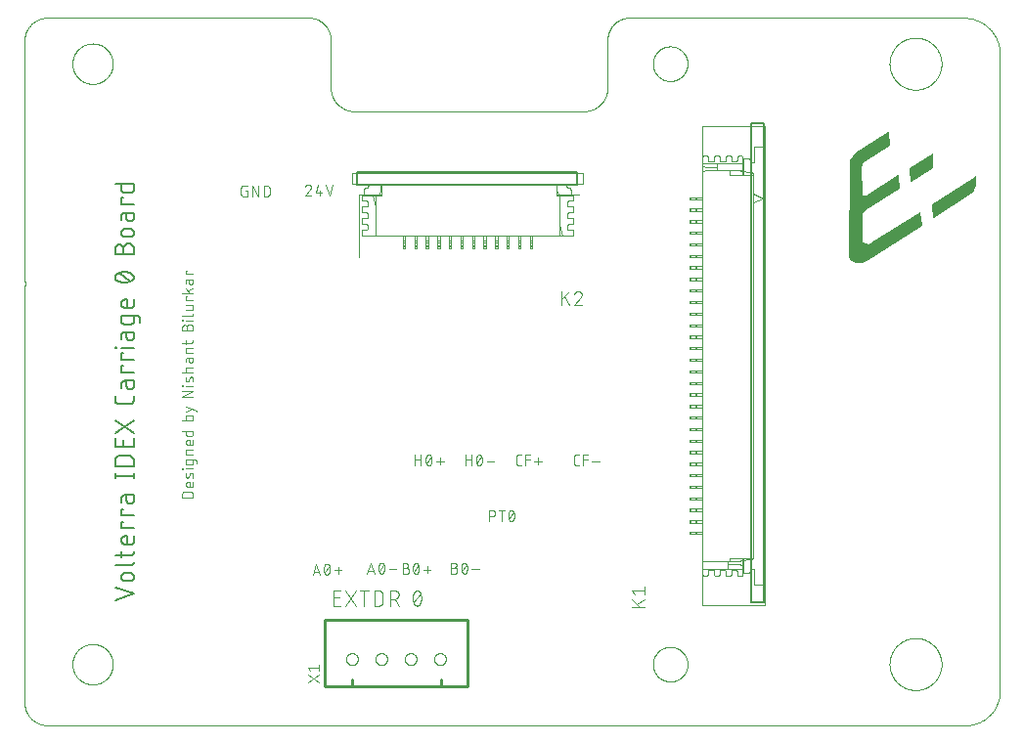
<source format=gbr>
G04 EAGLE Gerber RS-274X export*
G75*
%MOMM*%
%FSLAX34Y34*%
%LPD*%
%INSilkscreen Top*%
%IPPOS*%
%AMOC8*
5,1,8,0,0,1.08239X$1,22.5*%
G01*
%ADD10C,0.001000*%
%ADD11C,0.101600*%
%ADD12C,0.076200*%
%ADD13C,0.152400*%
%ADD14C,0.127000*%
%ADD15C,0.254000*%

G36*
X830917Y482771D02*
X830917Y482771D01*
X830957Y482769D01*
X832808Y483026D01*
X832835Y483037D01*
X832875Y483042D01*
X834648Y483628D01*
X834673Y483644D01*
X834711Y483656D01*
X836350Y484552D01*
X836365Y484566D01*
X836389Y484577D01*
X837717Y485525D01*
X837727Y485523D01*
X837783Y485542D01*
X837841Y485552D01*
X837868Y485570D01*
X837891Y485578D01*
X837924Y485608D01*
X837961Y485633D01*
X838185Y485857D01*
X884632Y515299D01*
X884669Y515337D01*
X884712Y515367D01*
X884729Y515398D01*
X884753Y515423D01*
X884769Y515473D01*
X884795Y515519D01*
X884798Y515559D01*
X884807Y515587D01*
X884802Y515619D01*
X884806Y515664D01*
X883536Y526586D01*
X883519Y526632D01*
X883512Y526681D01*
X883490Y526713D01*
X883477Y526749D01*
X883442Y526783D01*
X883414Y526823D01*
X883380Y526842D01*
X883352Y526869D01*
X883305Y526884D01*
X883262Y526908D01*
X883224Y526910D01*
X883187Y526921D01*
X883138Y526914D01*
X883089Y526916D01*
X883047Y526899D01*
X883016Y526895D01*
X882992Y526878D01*
X882954Y526863D01*
X841314Y500457D01*
X840322Y499953D01*
X839273Y499630D01*
X838204Y499494D01*
X836870Y499692D01*
X835561Y500101D01*
X834355Y500696D01*
X833955Y501070D01*
X833666Y501540D01*
X833511Y502070D01*
X833500Y502673D01*
X833500Y502674D01*
X833500Y502675D01*
X832992Y523757D01*
X832992Y523760D01*
X832992Y523763D01*
X832965Y524466D01*
X833074Y525123D01*
X833313Y525744D01*
X833675Y526307D01*
X834805Y527507D01*
X836132Y528516D01*
X865583Y547303D01*
X865619Y547341D01*
X865662Y547371D01*
X865679Y547402D01*
X865704Y547427D01*
X865720Y547477D01*
X865745Y547523D01*
X865748Y547564D01*
X865757Y547592D01*
X865752Y547623D01*
X865756Y547668D01*
X864486Y558590D01*
X864469Y558636D01*
X864462Y558685D01*
X864440Y558717D01*
X864427Y558753D01*
X864391Y558787D01*
X864363Y558828D01*
X864330Y558846D01*
X864302Y558873D01*
X864255Y558888D01*
X864212Y558912D01*
X864174Y558914D01*
X864137Y558925D01*
X864088Y558918D01*
X864039Y558920D01*
X863997Y558903D01*
X863966Y558899D01*
X863942Y558882D01*
X863904Y558867D01*
X836748Y541609D01*
X836162Y541339D01*
X835545Y541185D01*
X834917Y541148D01*
X834486Y541217D01*
X834092Y541388D01*
X833752Y541652D01*
X833488Y541992D01*
X833317Y542386D01*
X833245Y542835D01*
X832485Y565384D01*
X832666Y566694D01*
X833089Y567944D01*
X833738Y569092D01*
X834591Y570099D01*
X835631Y570939D01*
X856698Y584899D01*
X856729Y584932D01*
X856766Y584957D01*
X856787Y584994D01*
X856817Y585025D01*
X856830Y585068D01*
X856852Y585107D01*
X856857Y585158D01*
X856867Y585191D01*
X856863Y585216D01*
X856867Y585251D01*
X855851Y596173D01*
X855833Y596227D01*
X855824Y596283D01*
X855806Y596308D01*
X855796Y596338D01*
X855756Y596378D01*
X855723Y596424D01*
X855696Y596438D01*
X855674Y596460D01*
X855620Y596479D01*
X855570Y596505D01*
X855539Y596506D01*
X855510Y596516D01*
X855454Y596509D01*
X855397Y596511D01*
X855364Y596497D01*
X855338Y596494D01*
X855309Y596475D01*
X855263Y596456D01*
X827831Y578422D01*
X827827Y578417D01*
X827820Y578414D01*
X826144Y577225D01*
X826126Y577205D01*
X826095Y577184D01*
X824642Y575731D01*
X824627Y575708D01*
X824601Y575682D01*
X823412Y574006D01*
X823401Y573979D01*
X823377Y573947D01*
X822737Y572573D01*
X822732Y572549D01*
X822717Y572521D01*
X822286Y571068D01*
X822285Y571043D01*
X822284Y571042D01*
X822277Y571024D01*
X822277Y571019D01*
X822274Y571013D01*
X822063Y569512D01*
X822065Y569488D01*
X822059Y569456D01*
X822072Y567941D01*
X821818Y488697D01*
X821831Y488641D01*
X821835Y488583D01*
X821844Y488568D01*
X821819Y488215D01*
X821823Y488186D01*
X821833Y488082D01*
X822128Y487067D01*
X822144Y487038D01*
X822159Y486991D01*
X822664Y486063D01*
X822686Y486038D01*
X822711Y485996D01*
X823403Y485197D01*
X823430Y485177D01*
X823432Y485174D01*
X823435Y485172D01*
X823463Y485141D01*
X824310Y484509D01*
X824341Y484496D01*
X824380Y484468D01*
X825343Y484032D01*
X825347Y484031D01*
X825350Y484029D01*
X827067Y483292D01*
X827096Y483287D01*
X827132Y483271D01*
X828954Y482855D01*
X828983Y482855D01*
X829022Y482846D01*
X830888Y482766D01*
X830917Y482771D01*
G37*
G36*
X894601Y521853D02*
X894601Y521853D01*
X894660Y521851D01*
X894690Y521863D01*
X894714Y521865D01*
X894744Y521884D01*
X894794Y521905D01*
X927052Y542733D01*
X927074Y542756D01*
X927113Y542781D01*
X928601Y544244D01*
X928616Y544268D01*
X928644Y544295D01*
X929853Y545996D01*
X929864Y546022D01*
X929887Y546054D01*
X930778Y547941D01*
X930784Y547969D01*
X930801Y548004D01*
X931347Y550018D01*
X931348Y550046D01*
X931359Y550084D01*
X931543Y552163D01*
X931541Y552177D01*
X931544Y552196D01*
X931544Y558038D01*
X931525Y558121D01*
X931506Y558204D01*
X931505Y558205D01*
X931505Y558207D01*
X931450Y558273D01*
X931397Y558339D01*
X931396Y558339D01*
X931395Y558340D01*
X931317Y558375D01*
X931239Y558411D01*
X931238Y558411D01*
X931236Y558411D01*
X931151Y558408D01*
X931066Y558405D01*
X931065Y558405D01*
X931063Y558405D01*
X931053Y558399D01*
X930936Y558342D01*
X927897Y556063D01*
X893617Y533463D01*
X893589Y533434D01*
X893554Y533412D01*
X893530Y533372D01*
X893498Y533338D01*
X893486Y533299D01*
X893464Y533263D01*
X893457Y533207D01*
X893447Y533172D01*
X893450Y533149D01*
X893447Y533120D01*
X894209Y522198D01*
X894226Y522141D01*
X894235Y522082D01*
X894251Y522059D01*
X894260Y522032D01*
X894301Y521989D01*
X894335Y521941D01*
X894360Y521927D01*
X894379Y521906D01*
X894435Y521886D01*
X894487Y521858D01*
X894515Y521856D01*
X894542Y521847D01*
X894601Y521853D01*
G37*
G36*
X875560Y552841D02*
X875560Y552841D01*
X875613Y552839D01*
X875650Y552854D01*
X875679Y552859D01*
X875705Y552877D01*
X875747Y552894D01*
X894289Y565086D01*
X894306Y565104D01*
X894327Y565115D01*
X894364Y565166D01*
X894408Y565212D01*
X894415Y565235D01*
X894430Y565254D01*
X894449Y565343D01*
X894459Y565378D01*
X894458Y565386D01*
X894460Y565396D01*
X894714Y577588D01*
X894698Y577662D01*
X894687Y577738D01*
X894681Y577747D01*
X894678Y577758D01*
X894631Y577817D01*
X894587Y577879D01*
X894578Y577885D01*
X894571Y577894D01*
X894502Y577926D01*
X894435Y577963D01*
X894424Y577963D01*
X894414Y577968D01*
X894338Y577966D01*
X894262Y577969D01*
X894251Y577965D01*
X894241Y577965D01*
X894208Y577948D01*
X894128Y577915D01*
X874062Y564961D01*
X874027Y564925D01*
X873985Y564896D01*
X873967Y564864D01*
X873941Y564837D01*
X873926Y564789D01*
X873902Y564744D01*
X873898Y564701D01*
X873889Y564672D01*
X873893Y564642D01*
X873890Y564600D01*
X875160Y553170D01*
X875178Y553120D01*
X875186Y553067D01*
X875206Y553039D01*
X875218Y553007D01*
X875256Y552970D01*
X875287Y552926D01*
X875317Y552910D01*
X875342Y552886D01*
X875393Y552870D01*
X875440Y552845D01*
X875474Y552844D01*
X875507Y552833D01*
X875560Y552841D01*
G37*
D10*
X587504Y542216D02*
X567961Y542216D01*
X416561Y542216D02*
X397504Y542216D01*
X397504Y488216D01*
X694624Y213086D02*
X694624Y186906D01*
X694624Y575026D02*
X694624Y601906D01*
X694624Y186906D02*
X748624Y186906D01*
X748624Y601906D02*
X694624Y601906D01*
X856624Y655606D02*
X856631Y656158D01*
X856651Y656710D01*
X856685Y657261D01*
X856732Y657811D01*
X856793Y658360D01*
X856868Y658907D01*
X856955Y659453D01*
X857056Y659996D01*
X857171Y660536D01*
X857298Y661073D01*
X857439Y661607D01*
X857593Y662137D01*
X857760Y662664D01*
X857939Y663186D01*
X858132Y663704D01*
X858337Y664216D01*
X858554Y664724D01*
X858784Y665226D01*
X859026Y665722D01*
X859281Y666212D01*
X859547Y666696D01*
X859825Y667173D01*
X860115Y667643D01*
X860416Y668106D01*
X860728Y668562D01*
X861052Y669009D01*
X861386Y669449D01*
X861731Y669880D01*
X862087Y670302D01*
X862453Y670716D01*
X862828Y671121D01*
X863214Y671516D01*
X863609Y671902D01*
X864014Y672277D01*
X864428Y672643D01*
X864850Y672999D01*
X865281Y673344D01*
X865721Y673678D01*
X866168Y674002D01*
X866624Y674314D01*
X867087Y674615D01*
X867557Y674905D01*
X868034Y675183D01*
X868518Y675449D01*
X869008Y675704D01*
X869504Y675946D01*
X870006Y676176D01*
X870514Y676393D01*
X871026Y676598D01*
X871544Y676791D01*
X872066Y676970D01*
X872593Y677137D01*
X873123Y677291D01*
X873657Y677432D01*
X874194Y677559D01*
X874734Y677674D01*
X875277Y677775D01*
X875823Y677862D01*
X876370Y677937D01*
X876919Y677998D01*
X877469Y678045D01*
X878020Y678079D01*
X878572Y678099D01*
X879124Y678106D01*
X879676Y678099D01*
X880228Y678079D01*
X880779Y678045D01*
X881329Y677998D01*
X881878Y677937D01*
X882425Y677862D01*
X882971Y677775D01*
X883514Y677674D01*
X884054Y677559D01*
X884591Y677432D01*
X885125Y677291D01*
X885655Y677137D01*
X886182Y676970D01*
X886704Y676791D01*
X887222Y676598D01*
X887734Y676393D01*
X888242Y676176D01*
X888744Y675946D01*
X889240Y675704D01*
X889730Y675449D01*
X890214Y675183D01*
X890691Y674905D01*
X891161Y674615D01*
X891624Y674314D01*
X892080Y674002D01*
X892527Y673678D01*
X892967Y673344D01*
X893398Y672999D01*
X893820Y672643D01*
X894234Y672277D01*
X894639Y671902D01*
X895034Y671516D01*
X895420Y671121D01*
X895795Y670716D01*
X896161Y670302D01*
X896517Y669880D01*
X896862Y669449D01*
X897196Y669009D01*
X897520Y668562D01*
X897832Y668106D01*
X898133Y667643D01*
X898423Y667173D01*
X898701Y666696D01*
X898967Y666212D01*
X899222Y665722D01*
X899464Y665226D01*
X899694Y664724D01*
X899911Y664216D01*
X900116Y663704D01*
X900309Y663186D01*
X900488Y662664D01*
X900655Y662137D01*
X900809Y661607D01*
X900950Y661073D01*
X901077Y660536D01*
X901192Y659996D01*
X901293Y659453D01*
X901380Y658907D01*
X901455Y658360D01*
X901516Y657811D01*
X901563Y657261D01*
X901597Y656710D01*
X901617Y656158D01*
X901624Y655606D01*
X901617Y655054D01*
X901597Y654502D01*
X901563Y653951D01*
X901516Y653401D01*
X901455Y652852D01*
X901380Y652305D01*
X901293Y651759D01*
X901192Y651216D01*
X901077Y650676D01*
X900950Y650139D01*
X900809Y649605D01*
X900655Y649075D01*
X900488Y648548D01*
X900309Y648026D01*
X900116Y647508D01*
X899911Y646996D01*
X899694Y646488D01*
X899464Y645986D01*
X899222Y645490D01*
X898967Y645000D01*
X898701Y644516D01*
X898423Y644039D01*
X898133Y643569D01*
X897832Y643106D01*
X897520Y642650D01*
X897196Y642203D01*
X896862Y641763D01*
X896517Y641332D01*
X896161Y640910D01*
X895795Y640496D01*
X895420Y640091D01*
X895034Y639696D01*
X894639Y639310D01*
X894234Y638935D01*
X893820Y638569D01*
X893398Y638213D01*
X892967Y637868D01*
X892527Y637534D01*
X892080Y637210D01*
X891624Y636898D01*
X891161Y636597D01*
X890691Y636307D01*
X890214Y636029D01*
X889730Y635763D01*
X889240Y635508D01*
X888744Y635266D01*
X888242Y635036D01*
X887734Y634819D01*
X887222Y634614D01*
X886704Y634421D01*
X886182Y634242D01*
X885655Y634075D01*
X885125Y633921D01*
X884591Y633780D01*
X884054Y633653D01*
X883514Y633538D01*
X882971Y633437D01*
X882425Y633350D01*
X881878Y633275D01*
X881329Y633214D01*
X880779Y633167D01*
X880228Y633133D01*
X879676Y633113D01*
X879124Y633106D01*
X878572Y633113D01*
X878020Y633133D01*
X877469Y633167D01*
X876919Y633214D01*
X876370Y633275D01*
X875823Y633350D01*
X875277Y633437D01*
X874734Y633538D01*
X874194Y633653D01*
X873657Y633780D01*
X873123Y633921D01*
X872593Y634075D01*
X872066Y634242D01*
X871544Y634421D01*
X871026Y634614D01*
X870514Y634819D01*
X870006Y635036D01*
X869504Y635266D01*
X869008Y635508D01*
X868518Y635763D01*
X868034Y636029D01*
X867557Y636307D01*
X867087Y636597D01*
X866624Y636898D01*
X866168Y637210D01*
X865721Y637534D01*
X865281Y637868D01*
X864850Y638213D01*
X864428Y638569D01*
X864014Y638935D01*
X863609Y639310D01*
X863214Y639696D01*
X862828Y640091D01*
X862453Y640496D01*
X862087Y640910D01*
X861731Y641332D01*
X861386Y641763D01*
X861052Y642203D01*
X860728Y642650D01*
X860416Y643106D01*
X860115Y643569D01*
X859825Y644039D01*
X859547Y644516D01*
X859281Y645000D01*
X859026Y645490D01*
X858784Y645986D01*
X858554Y646488D01*
X858337Y646996D01*
X858132Y647508D01*
X857939Y648026D01*
X857760Y648548D01*
X857593Y649075D01*
X857439Y649605D01*
X857298Y650139D01*
X857171Y650676D01*
X857056Y651216D01*
X856955Y651759D01*
X856868Y652305D01*
X856793Y652852D01*
X856732Y653401D01*
X856685Y653951D01*
X856651Y654502D01*
X856631Y655054D01*
X856624Y655606D01*
X651774Y135536D02*
X651779Y135904D01*
X651792Y136272D01*
X651815Y136639D01*
X651846Y137006D01*
X651887Y137372D01*
X651936Y137737D01*
X651995Y138100D01*
X652062Y138462D01*
X652138Y138823D01*
X652224Y139181D01*
X652317Y139537D01*
X652420Y139890D01*
X652531Y140241D01*
X652651Y140589D01*
X652779Y140934D01*
X652916Y141276D01*
X653061Y141615D01*
X653214Y141949D01*
X653376Y142280D01*
X653545Y142607D01*
X653723Y142929D01*
X653908Y143248D01*
X654101Y143561D01*
X654302Y143870D01*
X654510Y144173D01*
X654726Y144471D01*
X654949Y144764D01*
X655179Y145052D01*
X655416Y145334D01*
X655660Y145609D01*
X655910Y145879D01*
X656167Y146143D01*
X656431Y146400D01*
X656701Y146650D01*
X656976Y146894D01*
X657258Y147131D01*
X657546Y147361D01*
X657839Y147584D01*
X658137Y147800D01*
X658440Y148008D01*
X658749Y148209D01*
X659062Y148402D01*
X659381Y148587D01*
X659703Y148765D01*
X660030Y148934D01*
X660361Y149096D01*
X660695Y149249D01*
X661034Y149394D01*
X661376Y149531D01*
X661721Y149659D01*
X662069Y149779D01*
X662420Y149890D01*
X662773Y149993D01*
X663129Y150086D01*
X663487Y150172D01*
X663848Y150248D01*
X664210Y150315D01*
X664573Y150374D01*
X664938Y150423D01*
X665304Y150464D01*
X665671Y150495D01*
X666038Y150518D01*
X666406Y150531D01*
X666774Y150536D01*
X667142Y150531D01*
X667510Y150518D01*
X667877Y150495D01*
X668244Y150464D01*
X668610Y150423D01*
X668975Y150374D01*
X669338Y150315D01*
X669700Y150248D01*
X670061Y150172D01*
X670419Y150086D01*
X670775Y149993D01*
X671128Y149890D01*
X671479Y149779D01*
X671827Y149659D01*
X672172Y149531D01*
X672514Y149394D01*
X672853Y149249D01*
X673187Y149096D01*
X673518Y148934D01*
X673845Y148765D01*
X674167Y148587D01*
X674486Y148402D01*
X674799Y148209D01*
X675108Y148008D01*
X675411Y147800D01*
X675709Y147584D01*
X676002Y147361D01*
X676290Y147131D01*
X676572Y146894D01*
X676847Y146650D01*
X677117Y146400D01*
X677381Y146143D01*
X677638Y145879D01*
X677888Y145609D01*
X678132Y145334D01*
X678369Y145052D01*
X678599Y144764D01*
X678822Y144471D01*
X679038Y144173D01*
X679246Y143870D01*
X679447Y143561D01*
X679640Y143248D01*
X679825Y142929D01*
X680003Y142607D01*
X680172Y142280D01*
X680334Y141949D01*
X680487Y141615D01*
X680632Y141276D01*
X680769Y140934D01*
X680897Y140589D01*
X681017Y140241D01*
X681128Y139890D01*
X681231Y139537D01*
X681324Y139181D01*
X681410Y138823D01*
X681486Y138462D01*
X681553Y138100D01*
X681612Y137737D01*
X681661Y137372D01*
X681702Y137006D01*
X681733Y136639D01*
X681756Y136272D01*
X681769Y135904D01*
X681774Y135536D01*
X681769Y135168D01*
X681756Y134800D01*
X681733Y134433D01*
X681702Y134066D01*
X681661Y133700D01*
X681612Y133335D01*
X681553Y132972D01*
X681486Y132610D01*
X681410Y132249D01*
X681324Y131891D01*
X681231Y131535D01*
X681128Y131182D01*
X681017Y130831D01*
X680897Y130483D01*
X680769Y130138D01*
X680632Y129796D01*
X680487Y129457D01*
X680334Y129123D01*
X680172Y128792D01*
X680003Y128465D01*
X679825Y128143D01*
X679640Y127824D01*
X679447Y127511D01*
X679246Y127202D01*
X679038Y126899D01*
X678822Y126601D01*
X678599Y126308D01*
X678369Y126020D01*
X678132Y125738D01*
X677888Y125463D01*
X677638Y125193D01*
X677381Y124929D01*
X677117Y124672D01*
X676847Y124422D01*
X676572Y124178D01*
X676290Y123941D01*
X676002Y123711D01*
X675709Y123488D01*
X675411Y123272D01*
X675108Y123064D01*
X674799Y122863D01*
X674486Y122670D01*
X674167Y122485D01*
X673845Y122307D01*
X673518Y122138D01*
X673187Y121976D01*
X672853Y121823D01*
X672514Y121678D01*
X672172Y121541D01*
X671827Y121413D01*
X671479Y121293D01*
X671128Y121182D01*
X670775Y121079D01*
X670419Y120986D01*
X670061Y120900D01*
X669700Y120824D01*
X669338Y120757D01*
X668975Y120698D01*
X668610Y120649D01*
X668244Y120608D01*
X667877Y120577D01*
X667510Y120554D01*
X667142Y120541D01*
X666774Y120536D01*
X666406Y120541D01*
X666038Y120554D01*
X665671Y120577D01*
X665304Y120608D01*
X664938Y120649D01*
X664573Y120698D01*
X664210Y120757D01*
X663848Y120824D01*
X663487Y120900D01*
X663129Y120986D01*
X662773Y121079D01*
X662420Y121182D01*
X662069Y121293D01*
X661721Y121413D01*
X661376Y121541D01*
X661034Y121678D01*
X660695Y121823D01*
X660361Y121976D01*
X660030Y122138D01*
X659703Y122307D01*
X659381Y122485D01*
X659062Y122670D01*
X658749Y122863D01*
X658440Y123064D01*
X658137Y123272D01*
X657839Y123488D01*
X657546Y123711D01*
X657258Y123941D01*
X656976Y124178D01*
X656701Y124422D01*
X656431Y124672D01*
X656167Y124929D01*
X655910Y125193D01*
X655660Y125463D01*
X655416Y125738D01*
X655179Y126020D01*
X654949Y126308D01*
X654726Y126601D01*
X654510Y126899D01*
X654302Y127202D01*
X654101Y127511D01*
X653908Y127824D01*
X653723Y128143D01*
X653545Y128465D01*
X653376Y128792D01*
X653214Y129123D01*
X653061Y129457D01*
X652916Y129796D01*
X652779Y130138D01*
X652651Y130483D01*
X652531Y130831D01*
X652420Y131182D01*
X652317Y131535D01*
X652224Y131891D01*
X652138Y132249D01*
X652062Y132610D01*
X651995Y132972D01*
X651936Y133335D01*
X651887Y133700D01*
X651846Y134066D01*
X651815Y134433D01*
X651792Y134800D01*
X651779Y135168D01*
X651774Y135536D01*
X856624Y135666D02*
X856631Y136218D01*
X856651Y136770D01*
X856685Y137321D01*
X856732Y137871D01*
X856793Y138420D01*
X856868Y138967D01*
X856955Y139513D01*
X857056Y140056D01*
X857171Y140596D01*
X857298Y141133D01*
X857439Y141667D01*
X857593Y142197D01*
X857760Y142724D01*
X857939Y143246D01*
X858132Y143764D01*
X858337Y144276D01*
X858554Y144784D01*
X858784Y145286D01*
X859026Y145782D01*
X859281Y146272D01*
X859547Y146756D01*
X859825Y147233D01*
X860115Y147703D01*
X860416Y148166D01*
X860728Y148622D01*
X861052Y149069D01*
X861386Y149509D01*
X861731Y149940D01*
X862087Y150362D01*
X862453Y150776D01*
X862828Y151181D01*
X863214Y151576D01*
X863609Y151962D01*
X864014Y152337D01*
X864428Y152703D01*
X864850Y153059D01*
X865281Y153404D01*
X865721Y153738D01*
X866168Y154062D01*
X866624Y154374D01*
X867087Y154675D01*
X867557Y154965D01*
X868034Y155243D01*
X868518Y155509D01*
X869008Y155764D01*
X869504Y156006D01*
X870006Y156236D01*
X870514Y156453D01*
X871026Y156658D01*
X871544Y156851D01*
X872066Y157030D01*
X872593Y157197D01*
X873123Y157351D01*
X873657Y157492D01*
X874194Y157619D01*
X874734Y157734D01*
X875277Y157835D01*
X875823Y157922D01*
X876370Y157997D01*
X876919Y158058D01*
X877469Y158105D01*
X878020Y158139D01*
X878572Y158159D01*
X879124Y158166D01*
X879676Y158159D01*
X880228Y158139D01*
X880779Y158105D01*
X881329Y158058D01*
X881878Y157997D01*
X882425Y157922D01*
X882971Y157835D01*
X883514Y157734D01*
X884054Y157619D01*
X884591Y157492D01*
X885125Y157351D01*
X885655Y157197D01*
X886182Y157030D01*
X886704Y156851D01*
X887222Y156658D01*
X887734Y156453D01*
X888242Y156236D01*
X888744Y156006D01*
X889240Y155764D01*
X889730Y155509D01*
X890214Y155243D01*
X890691Y154965D01*
X891161Y154675D01*
X891624Y154374D01*
X892080Y154062D01*
X892527Y153738D01*
X892967Y153404D01*
X893398Y153059D01*
X893820Y152703D01*
X894234Y152337D01*
X894639Y151962D01*
X895034Y151576D01*
X895420Y151181D01*
X895795Y150776D01*
X896161Y150362D01*
X896517Y149940D01*
X896862Y149509D01*
X897196Y149069D01*
X897520Y148622D01*
X897832Y148166D01*
X898133Y147703D01*
X898423Y147233D01*
X898701Y146756D01*
X898967Y146272D01*
X899222Y145782D01*
X899464Y145286D01*
X899694Y144784D01*
X899911Y144276D01*
X900116Y143764D01*
X900309Y143246D01*
X900488Y142724D01*
X900655Y142197D01*
X900809Y141667D01*
X900950Y141133D01*
X901077Y140596D01*
X901192Y140056D01*
X901293Y139513D01*
X901380Y138967D01*
X901455Y138420D01*
X901516Y137871D01*
X901563Y137321D01*
X901597Y136770D01*
X901617Y136218D01*
X901624Y135666D01*
X901617Y135114D01*
X901597Y134562D01*
X901563Y134011D01*
X901516Y133461D01*
X901455Y132912D01*
X901380Y132365D01*
X901293Y131819D01*
X901192Y131276D01*
X901077Y130736D01*
X900950Y130199D01*
X900809Y129665D01*
X900655Y129135D01*
X900488Y128608D01*
X900309Y128086D01*
X900116Y127568D01*
X899911Y127056D01*
X899694Y126548D01*
X899464Y126046D01*
X899222Y125550D01*
X898967Y125060D01*
X898701Y124576D01*
X898423Y124099D01*
X898133Y123629D01*
X897832Y123166D01*
X897520Y122710D01*
X897196Y122263D01*
X896862Y121823D01*
X896517Y121392D01*
X896161Y120970D01*
X895795Y120556D01*
X895420Y120151D01*
X895034Y119756D01*
X894639Y119370D01*
X894234Y118995D01*
X893820Y118629D01*
X893398Y118273D01*
X892967Y117928D01*
X892527Y117594D01*
X892080Y117270D01*
X891624Y116958D01*
X891161Y116657D01*
X890691Y116367D01*
X890214Y116089D01*
X889730Y115823D01*
X889240Y115568D01*
X888744Y115326D01*
X888242Y115096D01*
X887734Y114879D01*
X887222Y114674D01*
X886704Y114481D01*
X886182Y114302D01*
X885655Y114135D01*
X885125Y113981D01*
X884591Y113840D01*
X884054Y113713D01*
X883514Y113598D01*
X882971Y113497D01*
X882425Y113410D01*
X881878Y113335D01*
X881329Y113274D01*
X880779Y113227D01*
X880228Y113193D01*
X879676Y113173D01*
X879124Y113166D01*
X878572Y113173D01*
X878020Y113193D01*
X877469Y113227D01*
X876919Y113274D01*
X876370Y113335D01*
X875823Y113410D01*
X875277Y113497D01*
X874734Y113598D01*
X874194Y113713D01*
X873657Y113840D01*
X873123Y113981D01*
X872593Y114135D01*
X872066Y114302D01*
X871544Y114481D01*
X871026Y114674D01*
X870514Y114879D01*
X870006Y115096D01*
X869504Y115326D01*
X869008Y115568D01*
X868518Y115823D01*
X868034Y116089D01*
X867557Y116367D01*
X867087Y116657D01*
X866624Y116958D01*
X866168Y117270D01*
X865721Y117594D01*
X865281Y117928D01*
X864850Y118273D01*
X864428Y118629D01*
X864014Y118995D01*
X863609Y119370D01*
X863214Y119756D01*
X862828Y120151D01*
X862453Y120556D01*
X862087Y120970D01*
X861731Y121392D01*
X861386Y121823D01*
X861052Y122263D01*
X860728Y122710D01*
X860416Y123166D01*
X860115Y123629D01*
X859825Y124099D01*
X859547Y124576D01*
X859281Y125060D01*
X859026Y125550D01*
X858784Y126046D01*
X858554Y126548D01*
X858337Y127056D01*
X858132Y127568D01*
X857939Y128086D01*
X857760Y128608D01*
X857593Y129135D01*
X857439Y129665D01*
X857298Y130199D01*
X857171Y130736D01*
X857056Y131276D01*
X856955Y131819D01*
X856868Y132365D01*
X856793Y132912D01*
X856732Y133461D01*
X856685Y134011D01*
X856651Y134562D01*
X856631Y135114D01*
X856624Y135666D01*
X651774Y655606D02*
X651779Y655974D01*
X651792Y656342D01*
X651815Y656709D01*
X651846Y657076D01*
X651887Y657442D01*
X651936Y657807D01*
X651995Y658170D01*
X652062Y658532D01*
X652138Y658893D01*
X652224Y659251D01*
X652317Y659607D01*
X652420Y659960D01*
X652531Y660311D01*
X652651Y660659D01*
X652779Y661004D01*
X652916Y661346D01*
X653061Y661685D01*
X653214Y662019D01*
X653376Y662350D01*
X653545Y662677D01*
X653723Y662999D01*
X653908Y663318D01*
X654101Y663631D01*
X654302Y663940D01*
X654510Y664243D01*
X654726Y664541D01*
X654949Y664834D01*
X655179Y665122D01*
X655416Y665404D01*
X655660Y665679D01*
X655910Y665949D01*
X656167Y666213D01*
X656431Y666470D01*
X656701Y666720D01*
X656976Y666964D01*
X657258Y667201D01*
X657546Y667431D01*
X657839Y667654D01*
X658137Y667870D01*
X658440Y668078D01*
X658749Y668279D01*
X659062Y668472D01*
X659381Y668657D01*
X659703Y668835D01*
X660030Y669004D01*
X660361Y669166D01*
X660695Y669319D01*
X661034Y669464D01*
X661376Y669601D01*
X661721Y669729D01*
X662069Y669849D01*
X662420Y669960D01*
X662773Y670063D01*
X663129Y670156D01*
X663487Y670242D01*
X663848Y670318D01*
X664210Y670385D01*
X664573Y670444D01*
X664938Y670493D01*
X665304Y670534D01*
X665671Y670565D01*
X666038Y670588D01*
X666406Y670601D01*
X666774Y670606D01*
X667142Y670601D01*
X667510Y670588D01*
X667877Y670565D01*
X668244Y670534D01*
X668610Y670493D01*
X668975Y670444D01*
X669338Y670385D01*
X669700Y670318D01*
X670061Y670242D01*
X670419Y670156D01*
X670775Y670063D01*
X671128Y669960D01*
X671479Y669849D01*
X671827Y669729D01*
X672172Y669601D01*
X672514Y669464D01*
X672853Y669319D01*
X673187Y669166D01*
X673518Y669004D01*
X673845Y668835D01*
X674167Y668657D01*
X674486Y668472D01*
X674799Y668279D01*
X675108Y668078D01*
X675411Y667870D01*
X675709Y667654D01*
X676002Y667431D01*
X676290Y667201D01*
X676572Y666964D01*
X676847Y666720D01*
X677117Y666470D01*
X677381Y666213D01*
X677638Y665949D01*
X677888Y665679D01*
X678132Y665404D01*
X678369Y665122D01*
X678599Y664834D01*
X678822Y664541D01*
X679038Y664243D01*
X679246Y663940D01*
X679447Y663631D01*
X679640Y663318D01*
X679825Y662999D01*
X680003Y662677D01*
X680172Y662350D01*
X680334Y662019D01*
X680487Y661685D01*
X680632Y661346D01*
X680769Y661004D01*
X680897Y660659D01*
X681017Y660311D01*
X681128Y659960D01*
X681231Y659607D01*
X681324Y659251D01*
X681410Y658893D01*
X681486Y658532D01*
X681553Y658170D01*
X681612Y657807D01*
X681661Y657442D01*
X681702Y657076D01*
X681733Y656709D01*
X681756Y656342D01*
X681769Y655974D01*
X681774Y655606D01*
X681769Y655238D01*
X681756Y654870D01*
X681733Y654503D01*
X681702Y654136D01*
X681661Y653770D01*
X681612Y653405D01*
X681553Y653042D01*
X681486Y652680D01*
X681410Y652319D01*
X681324Y651961D01*
X681231Y651605D01*
X681128Y651252D01*
X681017Y650901D01*
X680897Y650553D01*
X680769Y650208D01*
X680632Y649866D01*
X680487Y649527D01*
X680334Y649193D01*
X680172Y648862D01*
X680003Y648535D01*
X679825Y648213D01*
X679640Y647894D01*
X679447Y647581D01*
X679246Y647272D01*
X679038Y646969D01*
X678822Y646671D01*
X678599Y646378D01*
X678369Y646090D01*
X678132Y645808D01*
X677888Y645533D01*
X677638Y645263D01*
X677381Y644999D01*
X677117Y644742D01*
X676847Y644492D01*
X676572Y644248D01*
X676290Y644011D01*
X676002Y643781D01*
X675709Y643558D01*
X675411Y643342D01*
X675108Y643134D01*
X674799Y642933D01*
X674486Y642740D01*
X674167Y642555D01*
X673845Y642377D01*
X673518Y642208D01*
X673187Y642046D01*
X672853Y641893D01*
X672514Y641748D01*
X672172Y641611D01*
X671827Y641483D01*
X671479Y641363D01*
X671128Y641252D01*
X670775Y641149D01*
X670419Y641056D01*
X670061Y640970D01*
X669700Y640894D01*
X669338Y640827D01*
X668975Y640768D01*
X668610Y640719D01*
X668244Y640678D01*
X667877Y640647D01*
X667510Y640624D01*
X667142Y640611D01*
X666774Y640606D01*
X666406Y640611D01*
X666038Y640624D01*
X665671Y640647D01*
X665304Y640678D01*
X664938Y640719D01*
X664573Y640768D01*
X664210Y640827D01*
X663848Y640894D01*
X663487Y640970D01*
X663129Y641056D01*
X662773Y641149D01*
X662420Y641252D01*
X662069Y641363D01*
X661721Y641483D01*
X661376Y641611D01*
X661034Y641748D01*
X660695Y641893D01*
X660361Y642046D01*
X660030Y642208D01*
X659703Y642377D01*
X659381Y642555D01*
X659062Y642740D01*
X658749Y642933D01*
X658440Y643134D01*
X658137Y643342D01*
X657839Y643558D01*
X657546Y643781D01*
X657258Y644011D01*
X656976Y644248D01*
X656701Y644492D01*
X656431Y644742D01*
X656167Y644999D01*
X655910Y645263D01*
X655660Y645533D01*
X655416Y645808D01*
X655179Y646090D01*
X654949Y646378D01*
X654726Y646671D01*
X654510Y646969D01*
X654302Y647272D01*
X654101Y647581D01*
X653908Y647894D01*
X653723Y648213D01*
X653545Y648535D01*
X653376Y648862D01*
X653214Y649193D01*
X653061Y649527D01*
X652916Y649866D01*
X652779Y650208D01*
X652651Y650553D01*
X652531Y650901D01*
X652420Y651252D01*
X652317Y651605D01*
X652224Y651961D01*
X652138Y652319D01*
X652062Y652680D01*
X651995Y653042D01*
X651936Y653405D01*
X651887Y653770D01*
X651846Y654136D01*
X651815Y654503D01*
X651792Y654870D01*
X651779Y655238D01*
X651774Y655606D01*
X462394Y139956D02*
X462396Y140098D01*
X462402Y140241D01*
X462412Y140383D01*
X462426Y140525D01*
X462444Y140666D01*
X462466Y140807D01*
X462492Y140947D01*
X462521Y141086D01*
X462555Y141225D01*
X462593Y141362D01*
X462634Y141499D01*
X462679Y141634D01*
X462728Y141768D01*
X462781Y141900D01*
X462837Y142031D01*
X462897Y142160D01*
X462961Y142288D01*
X463028Y142413D01*
X463099Y142537D01*
X463173Y142659D01*
X463250Y142778D01*
X463331Y142896D01*
X463415Y143011D01*
X463502Y143123D01*
X463593Y143233D01*
X463686Y143341D01*
X463783Y143446D01*
X463882Y143548D01*
X463984Y143647D01*
X464089Y143744D01*
X464197Y143837D01*
X464307Y143928D01*
X464419Y144015D01*
X464534Y144099D01*
X464652Y144180D01*
X464771Y144257D01*
X464893Y144331D01*
X465017Y144402D01*
X465142Y144469D01*
X465270Y144533D01*
X465399Y144593D01*
X465530Y144649D01*
X465662Y144702D01*
X465796Y144751D01*
X465931Y144796D01*
X466068Y144837D01*
X466205Y144875D01*
X466344Y144909D01*
X466483Y144938D01*
X466623Y144964D01*
X466764Y144986D01*
X466905Y145004D01*
X467047Y145018D01*
X467189Y145028D01*
X467332Y145034D01*
X467474Y145036D01*
X467616Y145034D01*
X467759Y145028D01*
X467901Y145018D01*
X468043Y145004D01*
X468184Y144986D01*
X468325Y144964D01*
X468465Y144938D01*
X468604Y144909D01*
X468743Y144875D01*
X468880Y144837D01*
X469017Y144796D01*
X469152Y144751D01*
X469286Y144702D01*
X469418Y144649D01*
X469549Y144593D01*
X469678Y144533D01*
X469806Y144469D01*
X469931Y144402D01*
X470055Y144331D01*
X470177Y144257D01*
X470296Y144180D01*
X470414Y144099D01*
X470529Y144015D01*
X470641Y143928D01*
X470751Y143837D01*
X470859Y143744D01*
X470964Y143647D01*
X471066Y143548D01*
X471165Y143446D01*
X471262Y143341D01*
X471355Y143233D01*
X471446Y143123D01*
X471533Y143011D01*
X471617Y142896D01*
X471698Y142778D01*
X471775Y142659D01*
X471849Y142537D01*
X471920Y142413D01*
X471987Y142288D01*
X472051Y142160D01*
X472111Y142031D01*
X472167Y141900D01*
X472220Y141768D01*
X472269Y141634D01*
X472314Y141499D01*
X472355Y141362D01*
X472393Y141225D01*
X472427Y141086D01*
X472456Y140947D01*
X472482Y140807D01*
X472504Y140666D01*
X472522Y140525D01*
X472536Y140383D01*
X472546Y140241D01*
X472552Y140098D01*
X472554Y139956D01*
X472552Y139814D01*
X472546Y139671D01*
X472536Y139529D01*
X472522Y139387D01*
X472504Y139246D01*
X472482Y139105D01*
X472456Y138965D01*
X472427Y138826D01*
X472393Y138687D01*
X472355Y138550D01*
X472314Y138413D01*
X472269Y138278D01*
X472220Y138144D01*
X472167Y138012D01*
X472111Y137881D01*
X472051Y137752D01*
X471987Y137624D01*
X471920Y137499D01*
X471849Y137375D01*
X471775Y137253D01*
X471698Y137134D01*
X471617Y137016D01*
X471533Y136901D01*
X471446Y136789D01*
X471355Y136679D01*
X471262Y136571D01*
X471165Y136466D01*
X471066Y136364D01*
X470964Y136265D01*
X470859Y136168D01*
X470751Y136075D01*
X470641Y135984D01*
X470529Y135897D01*
X470414Y135813D01*
X470296Y135732D01*
X470177Y135655D01*
X470055Y135581D01*
X469931Y135510D01*
X469806Y135443D01*
X469678Y135379D01*
X469549Y135319D01*
X469418Y135263D01*
X469286Y135210D01*
X469152Y135161D01*
X469017Y135116D01*
X468880Y135075D01*
X468743Y135037D01*
X468604Y135003D01*
X468465Y134974D01*
X468325Y134948D01*
X468184Y134926D01*
X468043Y134908D01*
X467901Y134894D01*
X467759Y134884D01*
X467616Y134878D01*
X467474Y134876D01*
X467332Y134878D01*
X467189Y134884D01*
X467047Y134894D01*
X466905Y134908D01*
X466764Y134926D01*
X466623Y134948D01*
X466483Y134974D01*
X466344Y135003D01*
X466205Y135037D01*
X466068Y135075D01*
X465931Y135116D01*
X465796Y135161D01*
X465662Y135210D01*
X465530Y135263D01*
X465399Y135319D01*
X465270Y135379D01*
X465142Y135443D01*
X465017Y135510D01*
X464893Y135581D01*
X464771Y135655D01*
X464652Y135732D01*
X464534Y135813D01*
X464419Y135897D01*
X464307Y135984D01*
X464197Y136075D01*
X464089Y136168D01*
X463984Y136265D01*
X463882Y136364D01*
X463783Y136466D01*
X463686Y136571D01*
X463593Y136679D01*
X463502Y136789D01*
X463415Y136901D01*
X463331Y137016D01*
X463250Y137134D01*
X463173Y137253D01*
X463099Y137375D01*
X463028Y137499D01*
X462961Y137624D01*
X462897Y137752D01*
X462837Y137881D01*
X462781Y138012D01*
X462728Y138144D01*
X462679Y138278D01*
X462634Y138413D01*
X462593Y138550D01*
X462555Y138687D01*
X462521Y138826D01*
X462492Y138965D01*
X462466Y139105D01*
X462444Y139246D01*
X462426Y139387D01*
X462412Y139529D01*
X462402Y139671D01*
X462396Y139814D01*
X462394Y139956D01*
X411594Y139956D02*
X411596Y140098D01*
X411602Y140241D01*
X411612Y140383D01*
X411626Y140525D01*
X411644Y140666D01*
X411666Y140807D01*
X411692Y140947D01*
X411721Y141086D01*
X411755Y141225D01*
X411793Y141362D01*
X411834Y141499D01*
X411879Y141634D01*
X411928Y141768D01*
X411981Y141900D01*
X412037Y142031D01*
X412097Y142160D01*
X412161Y142288D01*
X412228Y142413D01*
X412299Y142537D01*
X412373Y142659D01*
X412450Y142778D01*
X412531Y142896D01*
X412615Y143011D01*
X412702Y143123D01*
X412793Y143233D01*
X412886Y143341D01*
X412983Y143446D01*
X413082Y143548D01*
X413184Y143647D01*
X413289Y143744D01*
X413397Y143837D01*
X413507Y143928D01*
X413619Y144015D01*
X413734Y144099D01*
X413852Y144180D01*
X413971Y144257D01*
X414093Y144331D01*
X414217Y144402D01*
X414342Y144469D01*
X414470Y144533D01*
X414599Y144593D01*
X414730Y144649D01*
X414862Y144702D01*
X414996Y144751D01*
X415131Y144796D01*
X415268Y144837D01*
X415405Y144875D01*
X415544Y144909D01*
X415683Y144938D01*
X415823Y144964D01*
X415964Y144986D01*
X416105Y145004D01*
X416247Y145018D01*
X416389Y145028D01*
X416532Y145034D01*
X416674Y145036D01*
X416816Y145034D01*
X416959Y145028D01*
X417101Y145018D01*
X417243Y145004D01*
X417384Y144986D01*
X417525Y144964D01*
X417665Y144938D01*
X417804Y144909D01*
X417943Y144875D01*
X418080Y144837D01*
X418217Y144796D01*
X418352Y144751D01*
X418486Y144702D01*
X418618Y144649D01*
X418749Y144593D01*
X418878Y144533D01*
X419006Y144469D01*
X419131Y144402D01*
X419255Y144331D01*
X419377Y144257D01*
X419496Y144180D01*
X419614Y144099D01*
X419729Y144015D01*
X419841Y143928D01*
X419951Y143837D01*
X420059Y143744D01*
X420164Y143647D01*
X420266Y143548D01*
X420365Y143446D01*
X420462Y143341D01*
X420555Y143233D01*
X420646Y143123D01*
X420733Y143011D01*
X420817Y142896D01*
X420898Y142778D01*
X420975Y142659D01*
X421049Y142537D01*
X421120Y142413D01*
X421187Y142288D01*
X421251Y142160D01*
X421311Y142031D01*
X421367Y141900D01*
X421420Y141768D01*
X421469Y141634D01*
X421514Y141499D01*
X421555Y141362D01*
X421593Y141225D01*
X421627Y141086D01*
X421656Y140947D01*
X421682Y140807D01*
X421704Y140666D01*
X421722Y140525D01*
X421736Y140383D01*
X421746Y140241D01*
X421752Y140098D01*
X421754Y139956D01*
X421752Y139814D01*
X421746Y139671D01*
X421736Y139529D01*
X421722Y139387D01*
X421704Y139246D01*
X421682Y139105D01*
X421656Y138965D01*
X421627Y138826D01*
X421593Y138687D01*
X421555Y138550D01*
X421514Y138413D01*
X421469Y138278D01*
X421420Y138144D01*
X421367Y138012D01*
X421311Y137881D01*
X421251Y137752D01*
X421187Y137624D01*
X421120Y137499D01*
X421049Y137375D01*
X420975Y137253D01*
X420898Y137134D01*
X420817Y137016D01*
X420733Y136901D01*
X420646Y136789D01*
X420555Y136679D01*
X420462Y136571D01*
X420365Y136466D01*
X420266Y136364D01*
X420164Y136265D01*
X420059Y136168D01*
X419951Y136075D01*
X419841Y135984D01*
X419729Y135897D01*
X419614Y135813D01*
X419496Y135732D01*
X419377Y135655D01*
X419255Y135581D01*
X419131Y135510D01*
X419006Y135443D01*
X418878Y135379D01*
X418749Y135319D01*
X418618Y135263D01*
X418486Y135210D01*
X418352Y135161D01*
X418217Y135116D01*
X418080Y135075D01*
X417943Y135037D01*
X417804Y135003D01*
X417665Y134974D01*
X417525Y134948D01*
X417384Y134926D01*
X417243Y134908D01*
X417101Y134894D01*
X416959Y134884D01*
X416816Y134878D01*
X416674Y134876D01*
X416532Y134878D01*
X416389Y134884D01*
X416247Y134894D01*
X416105Y134908D01*
X415964Y134926D01*
X415823Y134948D01*
X415683Y134974D01*
X415544Y135003D01*
X415405Y135037D01*
X415268Y135075D01*
X415131Y135116D01*
X414996Y135161D01*
X414862Y135210D01*
X414730Y135263D01*
X414599Y135319D01*
X414470Y135379D01*
X414342Y135443D01*
X414217Y135510D01*
X414093Y135581D01*
X413971Y135655D01*
X413852Y135732D01*
X413734Y135813D01*
X413619Y135897D01*
X413507Y135984D01*
X413397Y136075D01*
X413289Y136168D01*
X413184Y136265D01*
X413082Y136364D01*
X412983Y136466D01*
X412886Y136571D01*
X412793Y136679D01*
X412702Y136789D01*
X412615Y136901D01*
X412531Y137016D01*
X412450Y137134D01*
X412373Y137253D01*
X412299Y137375D01*
X412228Y137499D01*
X412161Y137624D01*
X412097Y137752D01*
X412037Y137881D01*
X411981Y138012D01*
X411928Y138144D01*
X411879Y138278D01*
X411834Y138413D01*
X411793Y138550D01*
X411755Y138687D01*
X411721Y138826D01*
X411692Y138965D01*
X411666Y139105D01*
X411644Y139246D01*
X411626Y139387D01*
X411612Y139529D01*
X411602Y139671D01*
X411596Y139814D01*
X411594Y139956D01*
X436994Y139956D02*
X436996Y140098D01*
X437002Y140241D01*
X437012Y140383D01*
X437026Y140525D01*
X437044Y140666D01*
X437066Y140807D01*
X437092Y140947D01*
X437121Y141086D01*
X437155Y141225D01*
X437193Y141362D01*
X437234Y141499D01*
X437279Y141634D01*
X437328Y141768D01*
X437381Y141900D01*
X437437Y142031D01*
X437497Y142160D01*
X437561Y142288D01*
X437628Y142413D01*
X437699Y142537D01*
X437773Y142659D01*
X437850Y142778D01*
X437931Y142896D01*
X438015Y143011D01*
X438102Y143123D01*
X438193Y143233D01*
X438286Y143341D01*
X438383Y143446D01*
X438482Y143548D01*
X438584Y143647D01*
X438689Y143744D01*
X438797Y143837D01*
X438907Y143928D01*
X439019Y144015D01*
X439134Y144099D01*
X439252Y144180D01*
X439371Y144257D01*
X439493Y144331D01*
X439617Y144402D01*
X439742Y144469D01*
X439870Y144533D01*
X439999Y144593D01*
X440130Y144649D01*
X440262Y144702D01*
X440396Y144751D01*
X440531Y144796D01*
X440668Y144837D01*
X440805Y144875D01*
X440944Y144909D01*
X441083Y144938D01*
X441223Y144964D01*
X441364Y144986D01*
X441505Y145004D01*
X441647Y145018D01*
X441789Y145028D01*
X441932Y145034D01*
X442074Y145036D01*
X442216Y145034D01*
X442359Y145028D01*
X442501Y145018D01*
X442643Y145004D01*
X442784Y144986D01*
X442925Y144964D01*
X443065Y144938D01*
X443204Y144909D01*
X443343Y144875D01*
X443480Y144837D01*
X443617Y144796D01*
X443752Y144751D01*
X443886Y144702D01*
X444018Y144649D01*
X444149Y144593D01*
X444278Y144533D01*
X444406Y144469D01*
X444531Y144402D01*
X444655Y144331D01*
X444777Y144257D01*
X444896Y144180D01*
X445014Y144099D01*
X445129Y144015D01*
X445241Y143928D01*
X445351Y143837D01*
X445459Y143744D01*
X445564Y143647D01*
X445666Y143548D01*
X445765Y143446D01*
X445862Y143341D01*
X445955Y143233D01*
X446046Y143123D01*
X446133Y143011D01*
X446217Y142896D01*
X446298Y142778D01*
X446375Y142659D01*
X446449Y142537D01*
X446520Y142413D01*
X446587Y142288D01*
X446651Y142160D01*
X446711Y142031D01*
X446767Y141900D01*
X446820Y141768D01*
X446869Y141634D01*
X446914Y141499D01*
X446955Y141362D01*
X446993Y141225D01*
X447027Y141086D01*
X447056Y140947D01*
X447082Y140807D01*
X447104Y140666D01*
X447122Y140525D01*
X447136Y140383D01*
X447146Y140241D01*
X447152Y140098D01*
X447154Y139956D01*
X447152Y139814D01*
X447146Y139671D01*
X447136Y139529D01*
X447122Y139387D01*
X447104Y139246D01*
X447082Y139105D01*
X447056Y138965D01*
X447027Y138826D01*
X446993Y138687D01*
X446955Y138550D01*
X446914Y138413D01*
X446869Y138278D01*
X446820Y138144D01*
X446767Y138012D01*
X446711Y137881D01*
X446651Y137752D01*
X446587Y137624D01*
X446520Y137499D01*
X446449Y137375D01*
X446375Y137253D01*
X446298Y137134D01*
X446217Y137016D01*
X446133Y136901D01*
X446046Y136789D01*
X445955Y136679D01*
X445862Y136571D01*
X445765Y136466D01*
X445666Y136364D01*
X445564Y136265D01*
X445459Y136168D01*
X445351Y136075D01*
X445241Y135984D01*
X445129Y135897D01*
X445014Y135813D01*
X444896Y135732D01*
X444777Y135655D01*
X444655Y135581D01*
X444531Y135510D01*
X444406Y135443D01*
X444278Y135379D01*
X444149Y135319D01*
X444018Y135263D01*
X443886Y135210D01*
X443752Y135161D01*
X443617Y135116D01*
X443480Y135075D01*
X443343Y135037D01*
X443204Y135003D01*
X443065Y134974D01*
X442925Y134948D01*
X442784Y134926D01*
X442643Y134908D01*
X442501Y134894D01*
X442359Y134884D01*
X442216Y134878D01*
X442074Y134876D01*
X441932Y134878D01*
X441789Y134884D01*
X441647Y134894D01*
X441505Y134908D01*
X441364Y134926D01*
X441223Y134948D01*
X441083Y134974D01*
X440944Y135003D01*
X440805Y135037D01*
X440668Y135075D01*
X440531Y135116D01*
X440396Y135161D01*
X440262Y135210D01*
X440130Y135263D01*
X439999Y135319D01*
X439870Y135379D01*
X439742Y135443D01*
X439617Y135510D01*
X439493Y135581D01*
X439371Y135655D01*
X439252Y135732D01*
X439134Y135813D01*
X439019Y135897D01*
X438907Y135984D01*
X438797Y136075D01*
X438689Y136168D01*
X438584Y136265D01*
X438482Y136364D01*
X438383Y136466D01*
X438286Y136571D01*
X438193Y136679D01*
X438102Y136789D01*
X438015Y136901D01*
X437931Y137016D01*
X437850Y137134D01*
X437773Y137253D01*
X437699Y137375D01*
X437628Y137499D01*
X437561Y137624D01*
X437497Y137752D01*
X437437Y137881D01*
X437381Y138012D01*
X437328Y138144D01*
X437279Y138278D01*
X437234Y138413D01*
X437193Y138550D01*
X437155Y138687D01*
X437121Y138826D01*
X437092Y138965D01*
X437066Y139105D01*
X437044Y139246D01*
X437026Y139387D01*
X437012Y139529D01*
X437002Y139671D01*
X436996Y139814D01*
X436994Y139956D01*
X386194Y139956D02*
X386196Y140098D01*
X386202Y140241D01*
X386212Y140383D01*
X386226Y140525D01*
X386244Y140666D01*
X386266Y140807D01*
X386292Y140947D01*
X386321Y141086D01*
X386355Y141225D01*
X386393Y141362D01*
X386434Y141499D01*
X386479Y141634D01*
X386528Y141768D01*
X386581Y141900D01*
X386637Y142031D01*
X386697Y142160D01*
X386761Y142288D01*
X386828Y142413D01*
X386899Y142537D01*
X386973Y142659D01*
X387050Y142778D01*
X387131Y142896D01*
X387215Y143011D01*
X387302Y143123D01*
X387393Y143233D01*
X387486Y143341D01*
X387583Y143446D01*
X387682Y143548D01*
X387784Y143647D01*
X387889Y143744D01*
X387997Y143837D01*
X388107Y143928D01*
X388219Y144015D01*
X388334Y144099D01*
X388452Y144180D01*
X388571Y144257D01*
X388693Y144331D01*
X388817Y144402D01*
X388942Y144469D01*
X389070Y144533D01*
X389199Y144593D01*
X389330Y144649D01*
X389462Y144702D01*
X389596Y144751D01*
X389731Y144796D01*
X389868Y144837D01*
X390005Y144875D01*
X390144Y144909D01*
X390283Y144938D01*
X390423Y144964D01*
X390564Y144986D01*
X390705Y145004D01*
X390847Y145018D01*
X390989Y145028D01*
X391132Y145034D01*
X391274Y145036D01*
X391416Y145034D01*
X391559Y145028D01*
X391701Y145018D01*
X391843Y145004D01*
X391984Y144986D01*
X392125Y144964D01*
X392265Y144938D01*
X392404Y144909D01*
X392543Y144875D01*
X392680Y144837D01*
X392817Y144796D01*
X392952Y144751D01*
X393086Y144702D01*
X393218Y144649D01*
X393349Y144593D01*
X393478Y144533D01*
X393606Y144469D01*
X393731Y144402D01*
X393855Y144331D01*
X393977Y144257D01*
X394096Y144180D01*
X394214Y144099D01*
X394329Y144015D01*
X394441Y143928D01*
X394551Y143837D01*
X394659Y143744D01*
X394764Y143647D01*
X394866Y143548D01*
X394965Y143446D01*
X395062Y143341D01*
X395155Y143233D01*
X395246Y143123D01*
X395333Y143011D01*
X395417Y142896D01*
X395498Y142778D01*
X395575Y142659D01*
X395649Y142537D01*
X395720Y142413D01*
X395787Y142288D01*
X395851Y142160D01*
X395911Y142031D01*
X395967Y141900D01*
X396020Y141768D01*
X396069Y141634D01*
X396114Y141499D01*
X396155Y141362D01*
X396193Y141225D01*
X396227Y141086D01*
X396256Y140947D01*
X396282Y140807D01*
X396304Y140666D01*
X396322Y140525D01*
X396336Y140383D01*
X396346Y140241D01*
X396352Y140098D01*
X396354Y139956D01*
X396352Y139814D01*
X396346Y139671D01*
X396336Y139529D01*
X396322Y139387D01*
X396304Y139246D01*
X396282Y139105D01*
X396256Y138965D01*
X396227Y138826D01*
X396193Y138687D01*
X396155Y138550D01*
X396114Y138413D01*
X396069Y138278D01*
X396020Y138144D01*
X395967Y138012D01*
X395911Y137881D01*
X395851Y137752D01*
X395787Y137624D01*
X395720Y137499D01*
X395649Y137375D01*
X395575Y137253D01*
X395498Y137134D01*
X395417Y137016D01*
X395333Y136901D01*
X395246Y136789D01*
X395155Y136679D01*
X395062Y136571D01*
X394965Y136466D01*
X394866Y136364D01*
X394764Y136265D01*
X394659Y136168D01*
X394551Y136075D01*
X394441Y135984D01*
X394329Y135897D01*
X394214Y135813D01*
X394096Y135732D01*
X393977Y135655D01*
X393855Y135581D01*
X393731Y135510D01*
X393606Y135443D01*
X393478Y135379D01*
X393349Y135319D01*
X393218Y135263D01*
X393086Y135210D01*
X392952Y135161D01*
X392817Y135116D01*
X392680Y135075D01*
X392543Y135037D01*
X392404Y135003D01*
X392265Y134974D01*
X392125Y134948D01*
X391984Y134926D01*
X391843Y134908D01*
X391701Y134894D01*
X391559Y134884D01*
X391416Y134878D01*
X391274Y134876D01*
X391132Y134878D01*
X390989Y134884D01*
X390847Y134894D01*
X390705Y134908D01*
X390564Y134926D01*
X390423Y134948D01*
X390283Y134974D01*
X390144Y135003D01*
X390005Y135037D01*
X389868Y135075D01*
X389731Y135116D01*
X389596Y135161D01*
X389462Y135210D01*
X389330Y135263D01*
X389199Y135319D01*
X389070Y135379D01*
X388942Y135443D01*
X388817Y135510D01*
X388693Y135581D01*
X388571Y135655D01*
X388452Y135732D01*
X388334Y135813D01*
X388219Y135897D01*
X388107Y135984D01*
X387997Y136075D01*
X387889Y136168D01*
X387784Y136265D01*
X387682Y136364D01*
X387583Y136466D01*
X387486Y136571D01*
X387393Y136679D01*
X387302Y136789D01*
X387215Y136901D01*
X387131Y137016D01*
X387050Y137134D01*
X386973Y137253D01*
X386899Y137375D01*
X386828Y137499D01*
X386761Y137624D01*
X386697Y137752D01*
X386637Y137881D01*
X386581Y138012D01*
X386528Y138144D01*
X386479Y138278D01*
X386434Y138413D01*
X386393Y138550D01*
X386355Y138687D01*
X386321Y138826D01*
X386292Y138965D01*
X386266Y139105D01*
X386244Y139246D01*
X386226Y139387D01*
X386212Y139529D01*
X386202Y139671D01*
X386196Y139814D01*
X386194Y139956D01*
X149274Y135536D02*
X149279Y135965D01*
X149295Y136395D01*
X149321Y136823D01*
X149358Y137251D01*
X149406Y137678D01*
X149463Y138104D01*
X149532Y138528D01*
X149610Y138950D01*
X149699Y139370D01*
X149798Y139788D01*
X149908Y140203D01*
X150028Y140616D01*
X150157Y141025D01*
X150297Y141432D01*
X150447Y141834D01*
X150606Y142233D01*
X150775Y142628D01*
X150954Y143018D01*
X151143Y143404D01*
X151340Y143785D01*
X151547Y144162D01*
X151764Y144533D01*
X151989Y144898D01*
X152223Y145258D01*
X152466Y145613D01*
X152718Y145961D01*
X152978Y146303D01*
X153246Y146638D01*
X153523Y146967D01*
X153807Y147288D01*
X154100Y147603D01*
X154400Y147910D01*
X154707Y148210D01*
X155022Y148503D01*
X155343Y148787D01*
X155672Y149064D01*
X156007Y149332D01*
X156349Y149592D01*
X156697Y149844D01*
X157052Y150087D01*
X157412Y150321D01*
X157777Y150546D01*
X158148Y150763D01*
X158525Y150970D01*
X158906Y151167D01*
X159292Y151356D01*
X159682Y151535D01*
X160077Y151704D01*
X160476Y151863D01*
X160878Y152013D01*
X161285Y152153D01*
X161694Y152282D01*
X162107Y152402D01*
X162522Y152512D01*
X162940Y152611D01*
X163360Y152700D01*
X163782Y152778D01*
X164206Y152847D01*
X164632Y152904D01*
X165059Y152952D01*
X165487Y152989D01*
X165915Y153015D01*
X166345Y153031D01*
X166774Y153036D01*
X167203Y153031D01*
X167633Y153015D01*
X168061Y152989D01*
X168489Y152952D01*
X168916Y152904D01*
X169342Y152847D01*
X169766Y152778D01*
X170188Y152700D01*
X170608Y152611D01*
X171026Y152512D01*
X171441Y152402D01*
X171854Y152282D01*
X172263Y152153D01*
X172670Y152013D01*
X173072Y151863D01*
X173471Y151704D01*
X173866Y151535D01*
X174256Y151356D01*
X174642Y151167D01*
X175023Y150970D01*
X175400Y150763D01*
X175771Y150546D01*
X176136Y150321D01*
X176496Y150087D01*
X176851Y149844D01*
X177199Y149592D01*
X177541Y149332D01*
X177876Y149064D01*
X178205Y148787D01*
X178526Y148503D01*
X178841Y148210D01*
X179148Y147910D01*
X179448Y147603D01*
X179741Y147288D01*
X180025Y146967D01*
X180302Y146638D01*
X180570Y146303D01*
X180830Y145961D01*
X181082Y145613D01*
X181325Y145258D01*
X181559Y144898D01*
X181784Y144533D01*
X182001Y144162D01*
X182208Y143785D01*
X182405Y143404D01*
X182594Y143018D01*
X182773Y142628D01*
X182942Y142233D01*
X183101Y141834D01*
X183251Y141432D01*
X183391Y141025D01*
X183520Y140616D01*
X183640Y140203D01*
X183750Y139788D01*
X183849Y139370D01*
X183938Y138950D01*
X184016Y138528D01*
X184085Y138104D01*
X184142Y137678D01*
X184190Y137251D01*
X184227Y136823D01*
X184253Y136395D01*
X184269Y135965D01*
X184274Y135536D01*
X184269Y135107D01*
X184253Y134677D01*
X184227Y134249D01*
X184190Y133821D01*
X184142Y133394D01*
X184085Y132968D01*
X184016Y132544D01*
X183938Y132122D01*
X183849Y131702D01*
X183750Y131284D01*
X183640Y130869D01*
X183520Y130456D01*
X183391Y130047D01*
X183251Y129640D01*
X183101Y129238D01*
X182942Y128839D01*
X182773Y128444D01*
X182594Y128054D01*
X182405Y127668D01*
X182208Y127287D01*
X182001Y126910D01*
X181784Y126539D01*
X181559Y126174D01*
X181325Y125814D01*
X181082Y125459D01*
X180830Y125111D01*
X180570Y124769D01*
X180302Y124434D01*
X180025Y124105D01*
X179741Y123784D01*
X179448Y123469D01*
X179148Y123162D01*
X178841Y122862D01*
X178526Y122569D01*
X178205Y122285D01*
X177876Y122008D01*
X177541Y121740D01*
X177199Y121480D01*
X176851Y121228D01*
X176496Y120985D01*
X176136Y120751D01*
X175771Y120526D01*
X175400Y120309D01*
X175023Y120102D01*
X174642Y119905D01*
X174256Y119716D01*
X173866Y119537D01*
X173471Y119368D01*
X173072Y119209D01*
X172670Y119059D01*
X172263Y118919D01*
X171854Y118790D01*
X171441Y118670D01*
X171026Y118560D01*
X170608Y118461D01*
X170188Y118372D01*
X169766Y118294D01*
X169342Y118225D01*
X168916Y118168D01*
X168489Y118120D01*
X168061Y118083D01*
X167633Y118057D01*
X167203Y118041D01*
X166774Y118036D01*
X166345Y118041D01*
X165915Y118057D01*
X165487Y118083D01*
X165059Y118120D01*
X164632Y118168D01*
X164206Y118225D01*
X163782Y118294D01*
X163360Y118372D01*
X162940Y118461D01*
X162522Y118560D01*
X162107Y118670D01*
X161694Y118790D01*
X161285Y118919D01*
X160878Y119059D01*
X160476Y119209D01*
X160077Y119368D01*
X159682Y119537D01*
X159292Y119716D01*
X158906Y119905D01*
X158525Y120102D01*
X158148Y120309D01*
X157777Y120526D01*
X157412Y120751D01*
X157052Y120985D01*
X156697Y121228D01*
X156349Y121480D01*
X156007Y121740D01*
X155672Y122008D01*
X155343Y122285D01*
X155022Y122569D01*
X154707Y122862D01*
X154400Y123162D01*
X154100Y123469D01*
X153807Y123784D01*
X153523Y124105D01*
X153246Y124434D01*
X152978Y124769D01*
X152718Y125111D01*
X152466Y125459D01*
X152223Y125814D01*
X151989Y126174D01*
X151764Y126539D01*
X151547Y126910D01*
X151340Y127287D01*
X151143Y127668D01*
X150954Y128054D01*
X150775Y128444D01*
X150606Y128839D01*
X150447Y129238D01*
X150297Y129640D01*
X150157Y130047D01*
X150028Y130456D01*
X149908Y130869D01*
X149798Y131284D01*
X149699Y131702D01*
X149610Y132122D01*
X149532Y132544D01*
X149463Y132968D01*
X149406Y133394D01*
X149358Y133821D01*
X149321Y134249D01*
X149295Y134677D01*
X149279Y135107D01*
X149274Y135536D01*
X149274Y655606D02*
X149279Y656035D01*
X149295Y656465D01*
X149321Y656893D01*
X149358Y657321D01*
X149406Y657748D01*
X149463Y658174D01*
X149532Y658598D01*
X149610Y659020D01*
X149699Y659440D01*
X149798Y659858D01*
X149908Y660273D01*
X150028Y660686D01*
X150157Y661095D01*
X150297Y661502D01*
X150447Y661904D01*
X150606Y662303D01*
X150775Y662698D01*
X150954Y663088D01*
X151143Y663474D01*
X151340Y663855D01*
X151547Y664232D01*
X151764Y664603D01*
X151989Y664968D01*
X152223Y665328D01*
X152466Y665683D01*
X152718Y666031D01*
X152978Y666373D01*
X153246Y666708D01*
X153523Y667037D01*
X153807Y667358D01*
X154100Y667673D01*
X154400Y667980D01*
X154707Y668280D01*
X155022Y668573D01*
X155343Y668857D01*
X155672Y669134D01*
X156007Y669402D01*
X156349Y669662D01*
X156697Y669914D01*
X157052Y670157D01*
X157412Y670391D01*
X157777Y670616D01*
X158148Y670833D01*
X158525Y671040D01*
X158906Y671237D01*
X159292Y671426D01*
X159682Y671605D01*
X160077Y671774D01*
X160476Y671933D01*
X160878Y672083D01*
X161285Y672223D01*
X161694Y672352D01*
X162107Y672472D01*
X162522Y672582D01*
X162940Y672681D01*
X163360Y672770D01*
X163782Y672848D01*
X164206Y672917D01*
X164632Y672974D01*
X165059Y673022D01*
X165487Y673059D01*
X165915Y673085D01*
X166345Y673101D01*
X166774Y673106D01*
X167203Y673101D01*
X167633Y673085D01*
X168061Y673059D01*
X168489Y673022D01*
X168916Y672974D01*
X169342Y672917D01*
X169766Y672848D01*
X170188Y672770D01*
X170608Y672681D01*
X171026Y672582D01*
X171441Y672472D01*
X171854Y672352D01*
X172263Y672223D01*
X172670Y672083D01*
X173072Y671933D01*
X173471Y671774D01*
X173866Y671605D01*
X174256Y671426D01*
X174642Y671237D01*
X175023Y671040D01*
X175400Y670833D01*
X175771Y670616D01*
X176136Y670391D01*
X176496Y670157D01*
X176851Y669914D01*
X177199Y669662D01*
X177541Y669402D01*
X177876Y669134D01*
X178205Y668857D01*
X178526Y668573D01*
X178841Y668280D01*
X179148Y667980D01*
X179448Y667673D01*
X179741Y667358D01*
X180025Y667037D01*
X180302Y666708D01*
X180570Y666373D01*
X180830Y666031D01*
X181082Y665683D01*
X181325Y665328D01*
X181559Y664968D01*
X181784Y664603D01*
X182001Y664232D01*
X182208Y663855D01*
X182405Y663474D01*
X182594Y663088D01*
X182773Y662698D01*
X182942Y662303D01*
X183101Y661904D01*
X183251Y661502D01*
X183391Y661095D01*
X183520Y660686D01*
X183640Y660273D01*
X183750Y659858D01*
X183849Y659440D01*
X183938Y659020D01*
X184016Y658598D01*
X184085Y658174D01*
X184142Y657748D01*
X184190Y657321D01*
X184227Y656893D01*
X184253Y656465D01*
X184269Y656035D01*
X184274Y655606D01*
X184269Y655177D01*
X184253Y654747D01*
X184227Y654319D01*
X184190Y653891D01*
X184142Y653464D01*
X184085Y653038D01*
X184016Y652614D01*
X183938Y652192D01*
X183849Y651772D01*
X183750Y651354D01*
X183640Y650939D01*
X183520Y650526D01*
X183391Y650117D01*
X183251Y649710D01*
X183101Y649308D01*
X182942Y648909D01*
X182773Y648514D01*
X182594Y648124D01*
X182405Y647738D01*
X182208Y647357D01*
X182001Y646980D01*
X181784Y646609D01*
X181559Y646244D01*
X181325Y645884D01*
X181082Y645529D01*
X180830Y645181D01*
X180570Y644839D01*
X180302Y644504D01*
X180025Y644175D01*
X179741Y643854D01*
X179448Y643539D01*
X179148Y643232D01*
X178841Y642932D01*
X178526Y642639D01*
X178205Y642355D01*
X177876Y642078D01*
X177541Y641810D01*
X177199Y641550D01*
X176851Y641298D01*
X176496Y641055D01*
X176136Y640821D01*
X175771Y640596D01*
X175400Y640379D01*
X175023Y640172D01*
X174642Y639975D01*
X174256Y639786D01*
X173866Y639607D01*
X173471Y639438D01*
X173072Y639279D01*
X172670Y639129D01*
X172263Y638989D01*
X171854Y638860D01*
X171441Y638740D01*
X171026Y638630D01*
X170608Y638531D01*
X170188Y638442D01*
X169766Y638364D01*
X169342Y638295D01*
X168916Y638238D01*
X168489Y638190D01*
X168061Y638153D01*
X167633Y638127D01*
X167203Y638111D01*
X166774Y638106D01*
X166345Y638111D01*
X165915Y638127D01*
X165487Y638153D01*
X165059Y638190D01*
X164632Y638238D01*
X164206Y638295D01*
X163782Y638364D01*
X163360Y638442D01*
X162940Y638531D01*
X162522Y638630D01*
X162107Y638740D01*
X161694Y638860D01*
X161285Y638989D01*
X160878Y639129D01*
X160476Y639279D01*
X160077Y639438D01*
X159682Y639607D01*
X159292Y639786D01*
X158906Y639975D01*
X158525Y640172D01*
X158148Y640379D01*
X157777Y640596D01*
X157412Y640821D01*
X157052Y641055D01*
X156697Y641298D01*
X156349Y641550D01*
X156007Y641810D01*
X155672Y642078D01*
X155343Y642355D01*
X155022Y642639D01*
X154707Y642932D01*
X154400Y643232D01*
X154100Y643539D01*
X153807Y643854D01*
X153523Y644175D01*
X153246Y644504D01*
X152978Y644839D01*
X152718Y645181D01*
X152466Y645529D01*
X152223Y645884D01*
X151989Y646244D01*
X151764Y646609D01*
X151547Y646980D01*
X151340Y647357D01*
X151143Y647738D01*
X150954Y648124D01*
X150775Y648514D01*
X150606Y648909D01*
X150447Y649308D01*
X150297Y649710D01*
X150157Y650117D01*
X150028Y650526D01*
X149908Y650939D01*
X149798Y651354D01*
X149699Y651772D01*
X149610Y652192D01*
X149532Y652614D01*
X149463Y653038D01*
X149406Y653464D01*
X149358Y653891D01*
X149321Y654319D01*
X149295Y654747D01*
X149279Y655177D01*
X149274Y655606D01*
X922114Y82646D02*
X922843Y82655D01*
X923571Y82681D01*
X924299Y82725D01*
X925025Y82787D01*
X925749Y82866D01*
X926472Y82962D01*
X927192Y83077D01*
X927909Y83208D01*
X928622Y83357D01*
X929332Y83522D01*
X930037Y83705D01*
X930738Y83905D01*
X931434Y84122D01*
X932124Y84356D01*
X932809Y84606D01*
X933487Y84873D01*
X934159Y85156D01*
X934823Y85455D01*
X935481Y85770D01*
X936130Y86101D01*
X936771Y86447D01*
X937404Y86809D01*
X938028Y87186D01*
X938642Y87578D01*
X939247Y87985D01*
X939842Y88406D01*
X940426Y88842D01*
X941000Y89291D01*
X941562Y89754D01*
X942114Y90231D01*
X942653Y90721D01*
X943181Y91224D01*
X943696Y91739D01*
X944199Y92267D01*
X944689Y92806D01*
X945166Y93358D01*
X945629Y93920D01*
X946078Y94494D01*
X946514Y95078D01*
X946935Y95673D01*
X947342Y96278D01*
X947734Y96892D01*
X948111Y97516D01*
X948473Y98149D01*
X948819Y98790D01*
X949150Y99439D01*
X949465Y100097D01*
X949764Y100761D01*
X950047Y101433D01*
X950314Y102111D01*
X950564Y102796D01*
X950798Y103486D01*
X951015Y104182D01*
X951215Y104883D01*
X951398Y105588D01*
X951563Y106298D01*
X951712Y107011D01*
X951843Y107728D01*
X951958Y108448D01*
X952054Y109171D01*
X952133Y109895D01*
X952195Y110621D01*
X952239Y111349D01*
X952265Y112077D01*
X952274Y112806D01*
X952274Y663666D01*
X952265Y664433D01*
X952237Y665200D01*
X952191Y665966D01*
X952126Y666730D01*
X952043Y667493D01*
X951941Y668254D01*
X951821Y669011D01*
X951683Y669766D01*
X951526Y670517D01*
X951351Y671264D01*
X951159Y672007D01*
X950948Y672745D01*
X950720Y673477D01*
X950474Y674204D01*
X950211Y674925D01*
X949930Y675639D01*
X949632Y676346D01*
X949317Y677045D01*
X948986Y677737D01*
X948637Y678421D01*
X948272Y679096D01*
X947892Y679762D01*
X947495Y680419D01*
X947082Y681065D01*
X946654Y681702D01*
X946210Y682328D01*
X945752Y682943D01*
X945279Y683547D01*
X944791Y684140D01*
X944289Y684720D01*
X943774Y685288D01*
X943244Y685844D01*
X942702Y686386D01*
X942146Y686916D01*
X941578Y687431D01*
X940998Y687933D01*
X940405Y688421D01*
X939801Y688894D01*
X939186Y689352D01*
X938560Y689796D01*
X937923Y690224D01*
X937277Y690637D01*
X936620Y691034D01*
X935954Y691414D01*
X935279Y691779D01*
X934595Y692128D01*
X933903Y692459D01*
X933204Y692774D01*
X932497Y693072D01*
X931783Y693353D01*
X931062Y693616D01*
X930335Y693862D01*
X929603Y694090D01*
X928865Y694301D01*
X928122Y694493D01*
X927375Y694668D01*
X926624Y694825D01*
X925869Y694963D01*
X925112Y695083D01*
X924351Y695185D01*
X923588Y695268D01*
X922824Y695333D01*
X922058Y695379D01*
X921291Y695407D01*
X920524Y695416D01*
X631594Y695416D01*
X631134Y695410D01*
X630674Y695394D01*
X630214Y695366D01*
X629756Y695327D01*
X629298Y695277D01*
X628842Y695215D01*
X628388Y695143D01*
X627935Y695060D01*
X627485Y694966D01*
X627036Y694861D01*
X626591Y694746D01*
X626148Y694619D01*
X625709Y694482D01*
X625273Y694335D01*
X624841Y694177D01*
X624413Y694008D01*
X623989Y693829D01*
X623569Y693640D01*
X623154Y693441D01*
X622744Y693232D01*
X622339Y693013D01*
X621940Y692785D01*
X621546Y692546D01*
X621158Y692299D01*
X620776Y692042D01*
X620401Y691776D01*
X620032Y691501D01*
X619669Y691217D01*
X619314Y690924D01*
X618966Y690623D01*
X618625Y690314D01*
X618292Y689996D01*
X617967Y689671D01*
X617650Y689337D01*
X617340Y688996D01*
X617039Y688648D01*
X616747Y688293D01*
X616463Y687930D01*
X616188Y687561D01*
X615922Y687186D01*
X615666Y686804D01*
X615418Y686416D01*
X615180Y686022D01*
X614952Y685622D01*
X614733Y685217D01*
X614524Y684807D01*
X614325Y684392D01*
X614137Y683972D01*
X613958Y683548D01*
X613790Y683120D01*
X613632Y682687D01*
X613485Y682251D01*
X613348Y681812D01*
X613222Y681369D01*
X613106Y680924D01*
X613002Y680476D01*
X612908Y680025D01*
X612825Y679572D01*
X612753Y679118D01*
X612692Y678662D01*
X612642Y678204D01*
X612604Y677746D01*
X612576Y677286D01*
X612559Y676826D01*
X612554Y676366D01*
X612554Y635096D01*
X612548Y634597D01*
X612530Y634099D01*
X612500Y633601D01*
X612458Y633104D01*
X612404Y632608D01*
X612337Y632114D01*
X612259Y631621D01*
X612169Y631131D01*
X612068Y630642D01*
X611954Y630157D01*
X611829Y629674D01*
X611692Y629194D01*
X611544Y628718D01*
X611384Y628245D01*
X611213Y627777D01*
X611030Y627313D01*
X610837Y626853D01*
X610632Y626398D01*
X610416Y625949D01*
X610190Y625504D01*
X609953Y625065D01*
X609705Y624632D01*
X609447Y624206D01*
X609179Y623785D01*
X608900Y623371D01*
X608612Y622964D01*
X608314Y622564D01*
X608006Y622172D01*
X607689Y621786D01*
X607363Y621409D01*
X607028Y621040D01*
X606684Y620679D01*
X606331Y620326D01*
X605970Y619982D01*
X605601Y619647D01*
X605224Y619321D01*
X604838Y619004D01*
X604446Y618696D01*
X604046Y618398D01*
X603639Y618110D01*
X603225Y617831D01*
X602804Y617563D01*
X602378Y617305D01*
X601945Y617057D01*
X601506Y616820D01*
X601061Y616594D01*
X600612Y616378D01*
X600157Y616173D01*
X599697Y615980D01*
X599233Y615797D01*
X598765Y615626D01*
X598292Y615466D01*
X597816Y615318D01*
X597336Y615181D01*
X596853Y615056D01*
X596368Y614942D01*
X595879Y614841D01*
X595389Y614751D01*
X594896Y614673D01*
X594402Y614606D01*
X593906Y614552D01*
X593409Y614510D01*
X592911Y614480D01*
X592413Y614462D01*
X591914Y614456D01*
X393474Y614456D01*
X392975Y614462D01*
X392477Y614480D01*
X391979Y614510D01*
X391482Y614552D01*
X390986Y614606D01*
X390492Y614673D01*
X389999Y614751D01*
X389509Y614841D01*
X389020Y614942D01*
X388535Y615056D01*
X388052Y615181D01*
X387572Y615318D01*
X387096Y615466D01*
X386623Y615626D01*
X386155Y615797D01*
X385691Y615980D01*
X385231Y616173D01*
X384776Y616378D01*
X384327Y616594D01*
X383882Y616820D01*
X383443Y617057D01*
X383010Y617305D01*
X382584Y617563D01*
X382163Y617831D01*
X381749Y618110D01*
X381342Y618398D01*
X380942Y618696D01*
X380550Y619004D01*
X380164Y619321D01*
X379787Y619647D01*
X379418Y619982D01*
X379057Y620326D01*
X378704Y620679D01*
X378360Y621040D01*
X378025Y621409D01*
X377699Y621786D01*
X377382Y622172D01*
X377074Y622564D01*
X376776Y622964D01*
X376488Y623371D01*
X376209Y623785D01*
X375941Y624206D01*
X375683Y624632D01*
X375435Y625065D01*
X375198Y625504D01*
X374972Y625949D01*
X374756Y626398D01*
X374551Y626853D01*
X374358Y627313D01*
X374175Y627777D01*
X374004Y628245D01*
X373844Y628718D01*
X373696Y629194D01*
X373559Y629674D01*
X373434Y630157D01*
X373320Y630642D01*
X373219Y631131D01*
X373129Y631621D01*
X373051Y632114D01*
X372984Y632608D01*
X372930Y633104D01*
X372888Y633601D01*
X372858Y634099D01*
X372840Y634597D01*
X372834Y635096D01*
X372834Y676366D01*
X372828Y676826D01*
X372812Y677286D01*
X372784Y677746D01*
X372745Y678205D01*
X372695Y678662D01*
X372634Y679119D01*
X372562Y679573D01*
X372479Y680026D01*
X372385Y680477D01*
X372280Y680925D01*
X372165Y681371D01*
X372039Y681813D01*
X371902Y682253D01*
X371754Y682689D01*
X371596Y683121D01*
X371428Y683550D01*
X371249Y683974D01*
X371060Y684394D01*
X370861Y684809D01*
X370652Y685219D01*
X370433Y685624D01*
X370205Y686024D01*
X369966Y686418D01*
X369719Y686806D01*
X369462Y687188D01*
X369196Y687563D01*
X368921Y687932D01*
X368637Y688295D01*
X368344Y688650D01*
X368043Y688998D01*
X367734Y689339D01*
X367416Y689673D01*
X367091Y689998D01*
X366757Y690316D01*
X366416Y690625D01*
X366068Y690926D01*
X365713Y691219D01*
X365350Y691503D01*
X364981Y691778D01*
X364606Y692044D01*
X364224Y692301D01*
X363836Y692548D01*
X363442Y692787D01*
X363042Y693015D01*
X362637Y693234D01*
X362227Y693443D01*
X361812Y693642D01*
X361392Y693831D01*
X360968Y694010D01*
X360539Y694178D01*
X360107Y694336D01*
X359671Y694484D01*
X359231Y694621D01*
X358789Y694747D01*
X358343Y694862D01*
X357895Y694967D01*
X357444Y695061D01*
X356991Y695144D01*
X356537Y695216D01*
X356080Y695277D01*
X355623Y695327D01*
X355164Y695366D01*
X354704Y695394D01*
X354244Y695410D01*
X353784Y695416D01*
X127724Y695416D01*
X107724Y675416D02*
X107724Y467781D01*
X107801Y467682D01*
X107874Y467581D01*
X107945Y467478D01*
X108012Y467373D01*
X108076Y467265D01*
X108137Y467156D01*
X108194Y467045D01*
X108248Y466932D01*
X108299Y466818D01*
X108345Y466702D01*
X108389Y466585D01*
X108428Y466466D01*
X108464Y466347D01*
X108497Y466226D01*
X108525Y466104D01*
X108550Y465982D01*
X108571Y465858D01*
X108588Y465735D01*
X108602Y465610D01*
X108611Y465486D01*
X108617Y465361D01*
X108619Y465236D01*
X108617Y465111D01*
X108611Y464986D01*
X108602Y464862D01*
X108588Y464737D01*
X108571Y464614D01*
X108550Y464490D01*
X108525Y464368D01*
X108497Y464246D01*
X108464Y464125D01*
X108428Y464006D01*
X108389Y463887D01*
X108345Y463770D01*
X108299Y463654D01*
X108248Y463540D01*
X108194Y463427D01*
X108137Y463316D01*
X108076Y463207D01*
X108012Y463099D01*
X107945Y462994D01*
X107874Y462891D01*
X107801Y462790D01*
X107724Y462691D01*
X107724Y102646D01*
X107730Y102163D01*
X107747Y101680D01*
X107777Y101197D01*
X107817Y100716D01*
X107870Y100235D01*
X107934Y99756D01*
X108009Y99279D01*
X108097Y98803D01*
X108195Y98330D01*
X108305Y97860D01*
X108426Y97392D01*
X108559Y96927D01*
X108703Y96466D01*
X108858Y96008D01*
X109024Y95554D01*
X109201Y95104D01*
X109388Y94659D01*
X109587Y94218D01*
X109795Y93782D01*
X110015Y93352D01*
X110245Y92926D01*
X110485Y92507D01*
X110735Y92093D01*
X110995Y91686D01*
X111264Y91285D01*
X111544Y90890D01*
X111832Y90503D01*
X112131Y90122D01*
X112438Y89749D01*
X112754Y89384D01*
X113079Y89026D01*
X113412Y88676D01*
X113754Y88334D01*
X114104Y88001D01*
X114462Y87676D01*
X114827Y87360D01*
X115200Y87053D01*
X115581Y86754D01*
X115968Y86466D01*
X116363Y86186D01*
X116764Y85917D01*
X117171Y85657D01*
X117585Y85407D01*
X118004Y85167D01*
X118430Y84937D01*
X118860Y84717D01*
X119296Y84509D01*
X119737Y84310D01*
X120182Y84123D01*
X120632Y83946D01*
X121086Y83780D01*
X121544Y83625D01*
X122005Y83481D01*
X122470Y83348D01*
X122938Y83227D01*
X123408Y83117D01*
X123881Y83019D01*
X124357Y82931D01*
X124834Y82856D01*
X125313Y82792D01*
X125794Y82739D01*
X126275Y82699D01*
X126758Y82669D01*
X127241Y82652D01*
X127724Y82646D01*
X922114Y82646D01*
X127724Y695416D02*
X127241Y695410D01*
X126758Y695393D01*
X126275Y695363D01*
X125794Y695323D01*
X125313Y695270D01*
X124834Y695206D01*
X124357Y695131D01*
X123881Y695043D01*
X123408Y694945D01*
X122938Y694835D01*
X122470Y694714D01*
X122005Y694581D01*
X121544Y694437D01*
X121086Y694282D01*
X120632Y694116D01*
X120182Y693939D01*
X119737Y693752D01*
X119296Y693553D01*
X118860Y693345D01*
X118430Y693125D01*
X118004Y692895D01*
X117585Y692655D01*
X117171Y692405D01*
X116764Y692145D01*
X116363Y691876D01*
X115968Y691596D01*
X115581Y691308D01*
X115200Y691009D01*
X114827Y690702D01*
X114462Y690386D01*
X114104Y690061D01*
X113754Y689728D01*
X113412Y689386D01*
X113079Y689036D01*
X112754Y688678D01*
X112438Y688313D01*
X112131Y687940D01*
X111832Y687559D01*
X111544Y687172D01*
X111264Y686777D01*
X110995Y686376D01*
X110735Y685969D01*
X110485Y685555D01*
X110245Y685136D01*
X110015Y684710D01*
X109795Y684280D01*
X109587Y683844D01*
X109388Y683403D01*
X109201Y682958D01*
X109024Y682508D01*
X108858Y682054D01*
X108703Y681596D01*
X108559Y681135D01*
X108426Y680670D01*
X108305Y680202D01*
X108195Y679732D01*
X108097Y679259D01*
X108009Y678783D01*
X107934Y678306D01*
X107870Y677827D01*
X107817Y677346D01*
X107777Y676865D01*
X107747Y676382D01*
X107730Y675899D01*
X107724Y675416D01*
X738324Y558806D02*
X738324Y543106D01*
X738324Y535506D01*
X738324Y227306D01*
X729624Y558806D02*
X718824Y558806D01*
X729624Y558806D02*
X730324Y558806D01*
X738224Y558806D01*
X738324Y558806D01*
X718824Y558806D02*
X718769Y558808D01*
X718715Y558813D01*
X718661Y558823D01*
X718608Y558836D01*
X718556Y558852D01*
X718505Y558872D01*
X718456Y558896D01*
X718408Y558922D01*
X718363Y558952D01*
X718319Y558985D01*
X718278Y559021D01*
X718239Y559060D01*
X718203Y559101D01*
X718170Y559145D01*
X718140Y559190D01*
X718114Y559238D01*
X718090Y559287D01*
X718070Y559338D01*
X718054Y559390D01*
X718041Y559443D01*
X718031Y559497D01*
X718026Y559551D01*
X718024Y559606D01*
X718024Y563406D01*
X707324Y563406D02*
X698356Y563406D01*
X707324Y563406D02*
X718024Y563406D01*
X694624Y228006D02*
X694624Y224706D01*
X694624Y228006D02*
X694624Y238106D01*
X694624Y248106D01*
X694624Y250106D01*
X694624Y258106D01*
X694624Y260106D01*
X694624Y268106D01*
X694624Y270106D01*
X694624Y278106D01*
X694624Y280106D01*
X694624Y288106D01*
X694624Y290106D01*
X694624Y298106D01*
X694624Y300106D01*
X694624Y308106D01*
X694624Y310106D01*
X694624Y318106D01*
X694624Y320106D01*
X694624Y328106D01*
X694624Y330106D01*
X694624Y338106D01*
X694624Y340106D01*
X694624Y348106D01*
X694624Y350106D01*
X694624Y358106D01*
X694624Y360106D01*
X694624Y368106D01*
X694624Y370106D01*
X694624Y378106D01*
X694624Y380106D01*
X694624Y388106D01*
X694624Y390106D01*
X694624Y398106D01*
X694624Y400106D01*
X694624Y408106D01*
X694624Y410106D01*
X694624Y418106D01*
X694624Y420106D01*
X694624Y428106D01*
X694624Y430106D01*
X694624Y438106D01*
X694624Y440106D01*
X694624Y448106D01*
X694624Y450106D01*
X694624Y458106D01*
X694624Y460106D01*
X694624Y468106D01*
X694624Y470106D01*
X694624Y478106D01*
X694624Y480106D01*
X694624Y488106D01*
X694624Y490106D01*
X694624Y498106D01*
X694624Y500106D01*
X694624Y508106D01*
X694624Y510106D01*
X694624Y518106D01*
X694624Y520106D01*
X694624Y528106D01*
X694624Y530106D01*
X694624Y538106D01*
X694624Y540106D01*
X694624Y550006D01*
X694624Y558106D01*
X694624Y562406D01*
X716924Y224706D02*
X718024Y224706D01*
X716924Y224706D02*
X694624Y224706D01*
X718024Y224706D02*
X718024Y226506D01*
X718026Y226561D01*
X718031Y226615D01*
X718041Y226669D01*
X718054Y226722D01*
X718070Y226774D01*
X718090Y226825D01*
X718114Y226874D01*
X718140Y226922D01*
X718170Y226967D01*
X718203Y227011D01*
X718239Y227052D01*
X718278Y227091D01*
X718319Y227127D01*
X718363Y227160D01*
X718408Y227190D01*
X718456Y227216D01*
X718505Y227240D01*
X718556Y227260D01*
X718608Y227276D01*
X718661Y227289D01*
X718715Y227299D01*
X718769Y227304D01*
X718824Y227306D01*
X738224Y227306D02*
X738324Y227306D01*
X738224Y227306D02*
X730324Y227306D01*
X729624Y227306D01*
X718824Y227306D01*
X694624Y562406D02*
X698356Y563406D01*
X748624Y583706D02*
X748624Y601906D01*
X748624Y583706D02*
X748624Y204406D01*
X748624Y186906D01*
X748624Y583706D02*
X739724Y583706D01*
X739724Y571706D01*
X739722Y571623D01*
X739716Y571540D01*
X739707Y571457D01*
X739693Y571375D01*
X739676Y571294D01*
X739655Y571213D01*
X739631Y571134D01*
X739602Y571056D01*
X739571Y570979D01*
X739535Y570904D01*
X739497Y570830D01*
X739454Y570758D01*
X739409Y570689D01*
X739360Y570621D01*
X739309Y570556D01*
X739254Y570493D01*
X739197Y570433D01*
X739137Y570376D01*
X739074Y570321D01*
X739009Y570270D01*
X738941Y570221D01*
X738872Y570176D01*
X738800Y570133D01*
X738726Y570095D01*
X738651Y570059D01*
X738574Y570028D01*
X738496Y569999D01*
X738417Y569975D01*
X738336Y569954D01*
X738255Y569937D01*
X738173Y569923D01*
X738090Y569914D01*
X738007Y569908D01*
X737924Y569906D01*
X737841Y569908D01*
X737758Y569914D01*
X737675Y569923D01*
X737593Y569937D01*
X737512Y569954D01*
X737431Y569975D01*
X737352Y569999D01*
X737274Y570028D01*
X737197Y570059D01*
X737122Y570095D01*
X737048Y570133D01*
X736976Y570176D01*
X736907Y570221D01*
X736839Y570270D01*
X736774Y570321D01*
X736711Y570376D01*
X736651Y570433D01*
X736594Y570493D01*
X736539Y570556D01*
X736488Y570621D01*
X736439Y570689D01*
X736394Y570758D01*
X736351Y570830D01*
X736313Y570904D01*
X736277Y570979D01*
X736246Y571056D01*
X736217Y571134D01*
X736193Y571213D01*
X736172Y571294D01*
X736155Y571375D01*
X736141Y571457D01*
X736132Y571540D01*
X736126Y571623D01*
X736124Y571706D01*
X736122Y571789D01*
X736116Y571872D01*
X736107Y571955D01*
X736093Y572037D01*
X736076Y572118D01*
X736055Y572199D01*
X736031Y572278D01*
X736002Y572356D01*
X735971Y572433D01*
X735935Y572508D01*
X735897Y572582D01*
X735854Y572654D01*
X735809Y572723D01*
X735760Y572791D01*
X735709Y572856D01*
X735654Y572919D01*
X735597Y572979D01*
X735537Y573036D01*
X735474Y573091D01*
X735409Y573142D01*
X735341Y573191D01*
X735272Y573236D01*
X735200Y573279D01*
X735126Y573317D01*
X735051Y573353D01*
X734974Y573384D01*
X734896Y573413D01*
X734817Y573437D01*
X734736Y573458D01*
X734655Y573475D01*
X734573Y573489D01*
X734490Y573498D01*
X734407Y573504D01*
X734324Y573506D01*
X730324Y573506D01*
X730324Y562570D01*
X733924Y561606D01*
X737424Y561606D01*
X737479Y561604D01*
X737533Y561599D01*
X737587Y561589D01*
X737640Y561576D01*
X737692Y561560D01*
X737743Y561540D01*
X737792Y561516D01*
X737840Y561490D01*
X737885Y561460D01*
X737929Y561427D01*
X737970Y561391D01*
X738009Y561352D01*
X738045Y561311D01*
X738078Y561267D01*
X738108Y561222D01*
X738134Y561174D01*
X738158Y561125D01*
X738178Y561074D01*
X738194Y561022D01*
X738207Y560969D01*
X738217Y560915D01*
X738222Y560861D01*
X738224Y560806D01*
X738224Y558806D01*
X738324Y543106D02*
X747124Y539306D01*
X738324Y535506D01*
X738224Y227306D02*
X738222Y227251D01*
X738217Y227197D01*
X738207Y227143D01*
X738194Y227090D01*
X738178Y227038D01*
X738158Y226987D01*
X738134Y226938D01*
X738108Y226890D01*
X738078Y226845D01*
X738045Y226801D01*
X738009Y226760D01*
X737970Y226721D01*
X737929Y226685D01*
X737885Y226652D01*
X737840Y226622D01*
X737792Y226596D01*
X737743Y226572D01*
X737692Y226552D01*
X737640Y226536D01*
X737587Y226523D01*
X737533Y226513D01*
X737479Y226508D01*
X737424Y226506D01*
X733924Y226506D01*
X730324Y225541D01*
X730324Y214606D01*
X734324Y214606D01*
X734407Y214608D01*
X734490Y214614D01*
X734573Y214623D01*
X734655Y214637D01*
X734736Y214654D01*
X734817Y214675D01*
X734896Y214699D01*
X734974Y214728D01*
X735051Y214759D01*
X735126Y214795D01*
X735200Y214833D01*
X735272Y214876D01*
X735341Y214921D01*
X735409Y214970D01*
X735474Y215021D01*
X735537Y215076D01*
X735597Y215133D01*
X735654Y215193D01*
X735709Y215256D01*
X735760Y215321D01*
X735809Y215389D01*
X735854Y215458D01*
X735897Y215530D01*
X735935Y215604D01*
X735971Y215679D01*
X736002Y215756D01*
X736031Y215834D01*
X736055Y215913D01*
X736076Y215994D01*
X736093Y216075D01*
X736107Y216157D01*
X736116Y216240D01*
X736122Y216323D01*
X736124Y216406D01*
X736126Y216489D01*
X736132Y216572D01*
X736141Y216655D01*
X736155Y216737D01*
X736172Y216818D01*
X736193Y216899D01*
X736217Y216978D01*
X736246Y217056D01*
X736277Y217133D01*
X736313Y217208D01*
X736351Y217282D01*
X736394Y217354D01*
X736439Y217423D01*
X736488Y217491D01*
X736539Y217556D01*
X736594Y217619D01*
X736651Y217679D01*
X736711Y217736D01*
X736774Y217791D01*
X736839Y217842D01*
X736907Y217891D01*
X736976Y217936D01*
X737048Y217979D01*
X737122Y218017D01*
X737197Y218053D01*
X737274Y218084D01*
X737352Y218113D01*
X737431Y218137D01*
X737512Y218158D01*
X737593Y218175D01*
X737675Y218189D01*
X737758Y218198D01*
X737841Y218204D01*
X737924Y218206D01*
X738007Y218204D01*
X738090Y218198D01*
X738173Y218189D01*
X738255Y218175D01*
X738336Y218158D01*
X738417Y218137D01*
X738496Y218113D01*
X738574Y218084D01*
X738651Y218053D01*
X738726Y218017D01*
X738800Y217979D01*
X738872Y217936D01*
X738941Y217891D01*
X739009Y217842D01*
X739074Y217791D01*
X739137Y217736D01*
X739197Y217679D01*
X739254Y217619D01*
X739309Y217556D01*
X739360Y217491D01*
X739409Y217423D01*
X739454Y217354D01*
X739497Y217282D01*
X739535Y217208D01*
X739571Y217133D01*
X739602Y217056D01*
X739631Y216978D01*
X739655Y216899D01*
X739676Y216818D01*
X739693Y216737D01*
X739707Y216655D01*
X739716Y216572D01*
X739722Y216489D01*
X739724Y216406D01*
X739724Y204406D01*
X748624Y204406D01*
X716924Y222206D02*
X716924Y224706D01*
X716924Y222206D02*
X716924Y218406D01*
X694624Y218406D01*
X694624Y222206D01*
X694624Y224186D01*
X694624Y224706D01*
X698356Y565906D02*
X694624Y566906D01*
X698356Y565906D02*
X707324Y565906D01*
X707324Y569706D01*
X694624Y569706D01*
X694624Y566906D01*
X707324Y565906D02*
X707324Y563406D01*
X725892Y563406D02*
X729624Y563406D01*
X725892Y563406D02*
X718024Y563406D01*
X729624Y563406D02*
X729624Y569706D01*
X707324Y569706D01*
X729624Y225706D02*
X725892Y224706D01*
X729624Y225706D02*
X729624Y227306D01*
X725892Y224706D02*
X718024Y224706D01*
X725892Y222206D02*
X729624Y221206D01*
X725892Y222206D02*
X716924Y222206D01*
X729624Y221206D02*
X729624Y218406D01*
X716924Y218406D01*
X694624Y520106D02*
X689524Y520106D01*
X689524Y518106D01*
X694624Y518106D01*
X689524Y510106D02*
X689524Y508106D01*
X689524Y510106D02*
X694624Y510106D01*
X694624Y508106D02*
X689524Y508106D01*
X689524Y500106D02*
X689524Y498106D01*
X694624Y498106D01*
X694624Y500106D02*
X689524Y500106D01*
X689524Y470106D02*
X689524Y468106D01*
X689524Y470106D02*
X694624Y470106D01*
X694624Y468106D02*
X689524Y468106D01*
X689524Y478106D02*
X689524Y480106D01*
X694624Y480106D01*
X694624Y478106D02*
X689524Y478106D01*
X689524Y488106D02*
X689524Y490106D01*
X694624Y490106D01*
X694624Y488106D02*
X689524Y488106D01*
X689524Y280106D02*
X689524Y278106D01*
X694624Y278106D01*
X694624Y280106D02*
X689524Y280106D01*
X689524Y250106D02*
X689524Y248106D01*
X694624Y248106D01*
X694624Y250106D02*
X689524Y250106D01*
X689524Y260106D02*
X694624Y260106D01*
X689524Y260106D02*
X689524Y258106D01*
X694624Y258106D01*
X689524Y458106D02*
X689524Y460106D01*
X694624Y460106D01*
X694624Y458106D02*
X689524Y458106D01*
X689524Y408106D02*
X694624Y408106D01*
X689524Y408106D02*
X689524Y410106D01*
X694624Y410106D01*
X694624Y440106D02*
X689524Y440106D01*
X689524Y438106D01*
X694624Y438106D01*
X694624Y338106D02*
X689524Y338106D01*
X689524Y340106D01*
X694624Y340106D01*
X694624Y390106D02*
X689524Y390106D01*
X689524Y388106D01*
X694624Y388106D01*
X689524Y320106D02*
X689524Y318106D01*
X689524Y320106D02*
X694624Y320106D01*
X694624Y318106D02*
X689524Y318106D01*
X689524Y328106D02*
X694624Y328106D01*
X689524Y328106D02*
X689524Y330106D01*
X694624Y330106D01*
X689524Y378106D02*
X689524Y380106D01*
X694624Y380106D01*
X694624Y378106D02*
X689524Y378106D01*
X689524Y428106D02*
X689524Y430106D01*
X694624Y430106D01*
X694624Y428106D02*
X689524Y428106D01*
X689524Y538106D02*
X689524Y540106D01*
X694624Y540106D01*
X694624Y538106D02*
X689524Y538106D01*
X689524Y530106D02*
X689524Y528106D01*
X689524Y530106D02*
X694624Y530106D01*
X694624Y528106D02*
X689524Y528106D01*
X689524Y400106D02*
X689524Y398106D01*
X689524Y400106D02*
X694624Y400106D01*
X694624Y398106D02*
X689524Y398106D01*
X689524Y418106D02*
X689524Y420106D01*
X694624Y420106D01*
X694624Y418106D02*
X689524Y418106D01*
X689524Y360106D02*
X689524Y358106D01*
X689524Y360106D02*
X694624Y360106D01*
X694624Y358106D02*
X689524Y358106D01*
X689524Y368106D02*
X689524Y370106D01*
X694624Y370106D01*
X694624Y368106D02*
X689524Y368106D01*
X689524Y448106D02*
X689524Y450106D01*
X694624Y450106D01*
X694624Y448106D02*
X689524Y448106D01*
X689524Y350106D02*
X689524Y348106D01*
X689524Y350106D02*
X694624Y350106D01*
X694624Y348106D02*
X689524Y348106D01*
X689524Y300106D02*
X689524Y298106D01*
X689524Y300106D02*
X694624Y300106D01*
X694624Y298106D02*
X689524Y298106D01*
X689524Y308106D02*
X689524Y310106D01*
X694624Y310106D01*
X694624Y308106D02*
X689524Y308106D01*
X689524Y290106D02*
X689524Y288106D01*
X689524Y290106D02*
X694624Y290106D01*
X694624Y288106D02*
X689524Y288106D01*
X689524Y270106D02*
X689524Y268106D01*
X689524Y270106D02*
X694624Y270106D01*
X694624Y268106D02*
X689524Y268106D01*
X694524Y224186D02*
X694524Y222206D01*
X694524Y224186D02*
X694624Y224186D01*
X694624Y222206D02*
X694524Y222206D01*
X730324Y225541D02*
X730324Y227306D01*
X730324Y558806D02*
X730324Y562570D01*
X694524Y238106D02*
X694524Y228006D01*
X694624Y238106D02*
X694524Y238106D01*
X694524Y228006D02*
X694624Y228006D01*
X694524Y550006D02*
X694524Y558106D01*
X694624Y558106D01*
X694524Y550006D02*
X694624Y550006D01*
X725892Y563406D02*
X729624Y562406D01*
X729624Y558806D01*
X729624Y225706D02*
X729624Y221206D01*
X694624Y566399D02*
X694624Y566906D01*
X694624Y566399D02*
X694624Y562406D01*
X688224Y520106D02*
X688224Y518106D01*
X688224Y520106D02*
X689524Y520106D01*
X689524Y518106D02*
X688224Y518106D01*
X688224Y538106D02*
X688224Y540106D01*
X689524Y540106D01*
X689524Y538106D02*
X688224Y538106D01*
X688224Y530106D02*
X688224Y528106D01*
X688224Y530106D02*
X689524Y530106D01*
X689524Y528106D02*
X688224Y528106D01*
X688224Y510106D02*
X688224Y508106D01*
X688224Y510106D02*
X689524Y510106D01*
X689524Y508106D02*
X688224Y508106D01*
X688224Y500106D02*
X688224Y498106D01*
X689524Y498106D01*
X689524Y500106D02*
X688224Y500106D01*
X688224Y490106D02*
X688224Y488106D01*
X688224Y490106D02*
X689524Y490106D01*
X689524Y488106D02*
X688224Y488106D01*
X688224Y470106D02*
X688224Y468106D01*
X688224Y470106D02*
X689524Y470106D01*
X689524Y468106D02*
X688224Y468106D01*
X688224Y478106D02*
X688224Y480106D01*
X689524Y480106D01*
X689524Y478106D02*
X688224Y478106D01*
X688224Y460106D02*
X688224Y458106D01*
X688224Y460106D02*
X689524Y460106D01*
X689524Y458106D02*
X688224Y458106D01*
X688224Y450106D02*
X688224Y448106D01*
X688224Y450106D02*
X689524Y450106D01*
X689524Y448106D02*
X688224Y448106D01*
X688224Y440106D02*
X688224Y438106D01*
X688224Y440106D02*
X689524Y440106D01*
X689524Y438106D02*
X688224Y438106D01*
X688224Y430106D02*
X688224Y428106D01*
X688224Y430106D02*
X689524Y430106D01*
X689524Y428106D02*
X688224Y428106D01*
X688224Y420106D02*
X688224Y418106D01*
X688224Y420106D02*
X689524Y420106D01*
X689524Y418106D02*
X688224Y418106D01*
X688224Y410106D02*
X688224Y408106D01*
X689524Y408106D01*
X689524Y410106D02*
X688224Y410106D01*
X688224Y400106D02*
X688224Y398106D01*
X688224Y400106D02*
X689524Y400106D01*
X689524Y398106D02*
X688224Y398106D01*
X688224Y390106D02*
X688224Y388106D01*
X688224Y390106D02*
X689524Y390106D01*
X689524Y388106D02*
X688224Y388106D01*
X688224Y280106D02*
X688224Y278106D01*
X689524Y278106D01*
X689524Y280106D02*
X688224Y280106D01*
X688224Y378106D02*
X688224Y380106D01*
X689524Y380106D01*
X689524Y378106D02*
X688224Y378106D01*
X688224Y370106D02*
X688224Y368106D01*
X688224Y370106D02*
X689524Y370106D01*
X689524Y368106D02*
X688224Y368106D01*
X688224Y350106D02*
X688224Y348106D01*
X688224Y350106D02*
X689524Y350106D01*
X689524Y348106D02*
X688224Y348106D01*
X688224Y358106D02*
X688224Y360106D01*
X689524Y360106D01*
X689524Y358106D02*
X688224Y358106D01*
X688224Y340106D02*
X688224Y338106D01*
X689524Y338106D01*
X689524Y340106D02*
X688224Y340106D01*
X688224Y330106D02*
X688224Y328106D01*
X689524Y328106D01*
X689524Y330106D02*
X688224Y330106D01*
X688224Y320106D02*
X688224Y318106D01*
X688224Y320106D02*
X689524Y320106D01*
X689524Y318106D02*
X688224Y318106D01*
X688224Y300106D02*
X688224Y298106D01*
X688224Y300106D02*
X689524Y300106D01*
X689524Y298106D02*
X688224Y298106D01*
X688224Y308106D02*
X688224Y310106D01*
X689524Y310106D01*
X689524Y308106D02*
X688224Y308106D01*
X688224Y290106D02*
X688224Y288106D01*
X688224Y290106D02*
X689524Y290106D01*
X689524Y288106D02*
X688224Y288106D01*
X688224Y270106D02*
X688224Y268106D01*
X688224Y270106D02*
X689524Y270106D01*
X689524Y268106D02*
X688224Y268106D01*
X688224Y260106D02*
X688224Y258106D01*
X688224Y260106D02*
X689524Y260106D01*
X689524Y258106D02*
X688224Y258106D01*
X688224Y250106D02*
X688224Y248106D01*
X689524Y248106D01*
X689524Y250106D02*
X688224Y250106D01*
X684524Y518106D02*
X684524Y520106D01*
X688224Y520106D01*
X688224Y518106D02*
X684524Y518106D01*
X684524Y528106D02*
X684524Y530106D01*
X683224Y530106D02*
X683224Y528106D01*
X683224Y530106D02*
X684524Y530106D01*
X684524Y528106D02*
X683224Y528106D01*
X684524Y538106D02*
X684524Y540106D01*
X688224Y540106D01*
X688224Y538106D02*
X684524Y538106D01*
X684524Y510106D02*
X684524Y508106D01*
X683224Y508106D02*
X683224Y510106D01*
X684524Y510106D01*
X684524Y508106D02*
X683224Y508106D01*
X684524Y500106D02*
X684524Y498106D01*
X683224Y498106D02*
X683224Y500106D01*
X683224Y498106D02*
X684524Y498106D01*
X684524Y500106D02*
X683224Y500106D01*
X684524Y460106D02*
X684524Y458106D01*
X683224Y458106D02*
X683224Y460106D01*
X684524Y460106D01*
X684524Y458106D02*
X683224Y458106D01*
X684524Y530106D02*
X688224Y530106D01*
X688224Y528106D02*
X684524Y528106D01*
X684524Y490106D02*
X684524Y488106D01*
X683224Y488106D02*
X683224Y490106D01*
X684524Y490106D01*
X684524Y488106D02*
X683224Y488106D01*
X684524Y480106D02*
X684524Y478106D01*
X683224Y478106D02*
X683224Y480106D01*
X684524Y480106D01*
X684524Y478106D02*
X683224Y478106D01*
X684524Y510106D02*
X688224Y510106D01*
X688224Y508106D02*
X684524Y508106D01*
X684524Y470106D02*
X684524Y468106D01*
X683224Y468106D02*
X683224Y470106D01*
X684524Y470106D01*
X684524Y468106D02*
X683224Y468106D01*
X684524Y498106D02*
X688224Y498106D01*
X688224Y500106D02*
X684524Y500106D01*
X684524Y460106D02*
X688224Y460106D01*
X688224Y458106D02*
X684524Y458106D01*
X684524Y450106D02*
X684524Y448106D01*
X683224Y448106D02*
X683224Y450106D01*
X684524Y450106D01*
X684524Y448106D02*
X683224Y448106D01*
X683224Y518106D02*
X683224Y520106D01*
X684524Y520106D01*
X684524Y518106D02*
X683224Y518106D01*
X684524Y490106D02*
X688224Y490106D01*
X688224Y488106D02*
X684524Y488106D01*
X684524Y480106D02*
X688224Y480106D01*
X688224Y478106D02*
X684524Y478106D01*
X684524Y470106D02*
X688224Y470106D01*
X688224Y468106D02*
X684524Y468106D01*
X684524Y440106D02*
X684524Y438106D01*
X683224Y438106D02*
X683224Y440106D01*
X684524Y440106D01*
X684524Y438106D02*
X683224Y438106D01*
X683224Y538106D02*
X683224Y540106D01*
X684524Y540106D01*
X684524Y538106D02*
X683224Y538106D01*
X684524Y420106D02*
X684524Y418106D01*
X683224Y418106D02*
X683224Y420106D01*
X684524Y420106D01*
X684524Y418106D02*
X683224Y418106D01*
X684524Y450106D02*
X688224Y450106D01*
X688224Y448106D02*
X684524Y448106D01*
X684524Y390106D02*
X684524Y388106D01*
X683224Y388106D02*
X683224Y390106D01*
X684524Y390106D01*
X684524Y388106D02*
X683224Y388106D01*
X684524Y408106D02*
X684524Y410106D01*
X683224Y410106D02*
X683224Y408106D01*
X684524Y408106D01*
X684524Y410106D02*
X683224Y410106D01*
X684524Y400106D02*
X684524Y398106D01*
X683224Y398106D02*
X683224Y400106D01*
X684524Y400106D01*
X684524Y398106D02*
X683224Y398106D01*
X684524Y440106D02*
X688224Y440106D01*
X688224Y438106D02*
X684524Y438106D01*
X684524Y430106D02*
X684524Y428106D01*
X684524Y430106D02*
X688224Y430106D01*
X688224Y428106D02*
X684524Y428106D01*
X684524Y420106D02*
X688224Y420106D01*
X688224Y418106D02*
X684524Y418106D01*
X684524Y390106D02*
X688224Y390106D01*
X688224Y388106D02*
X684524Y388106D01*
X683224Y428106D02*
X683224Y430106D01*
X684524Y430106D01*
X684524Y428106D02*
X683224Y428106D01*
X684524Y380106D02*
X684524Y378106D01*
X683224Y378106D02*
X683224Y380106D01*
X684524Y380106D01*
X684524Y378106D02*
X683224Y378106D01*
X684524Y408106D02*
X688224Y408106D01*
X688224Y410106D02*
X684524Y410106D01*
X684524Y370106D02*
X684524Y368106D01*
X683224Y368106D02*
X683224Y370106D01*
X684524Y370106D01*
X684524Y368106D02*
X683224Y368106D01*
X684524Y400106D02*
X688224Y400106D01*
X688224Y398106D02*
X684524Y398106D01*
X684524Y360106D02*
X684524Y358106D01*
X683224Y358106D02*
X683224Y360106D01*
X684524Y360106D01*
X684524Y358106D02*
X683224Y358106D01*
X684524Y350106D02*
X684524Y348106D01*
X683224Y348106D02*
X683224Y350106D01*
X684524Y350106D01*
X684524Y348106D02*
X683224Y348106D01*
X684524Y380106D02*
X688224Y380106D01*
X688224Y378106D02*
X684524Y378106D01*
X684524Y340106D02*
X684524Y338106D01*
X683224Y338106D02*
X683224Y340106D01*
X683224Y338106D02*
X684524Y338106D01*
X684524Y340106D02*
X683224Y340106D01*
X684524Y370106D02*
X688224Y370106D01*
X688224Y368106D02*
X684524Y368106D01*
X684524Y360106D02*
X688224Y360106D01*
X688224Y358106D02*
X684524Y358106D01*
X684524Y330106D02*
X684524Y328106D01*
X683224Y328106D02*
X683224Y330106D01*
X683224Y328106D02*
X684524Y328106D01*
X684524Y330106D02*
X683224Y330106D01*
X684524Y320106D02*
X684524Y318106D01*
X683224Y318106D02*
X683224Y320106D01*
X684524Y320106D01*
X684524Y318106D02*
X683224Y318106D01*
X684524Y350106D02*
X688224Y350106D01*
X688224Y348106D02*
X684524Y348106D01*
X684524Y338106D02*
X688224Y338106D01*
X688224Y340106D02*
X684524Y340106D01*
X684524Y310106D02*
X684524Y308106D01*
X683224Y308106D02*
X683224Y310106D01*
X684524Y310106D01*
X684524Y308106D02*
X683224Y308106D01*
X684524Y280106D02*
X684524Y278106D01*
X688224Y278106D01*
X688224Y280106D02*
X684524Y280106D01*
X684524Y298106D02*
X684524Y300106D01*
X683224Y300106D02*
X683224Y298106D01*
X683224Y300106D02*
X684524Y300106D01*
X684524Y298106D02*
X683224Y298106D01*
X684524Y290106D02*
X684524Y288106D01*
X683224Y288106D02*
X683224Y290106D01*
X684524Y290106D01*
X684524Y288106D02*
X683224Y288106D01*
X684524Y328106D02*
X688224Y328106D01*
X688224Y330106D02*
X684524Y330106D01*
X684524Y320106D02*
X688224Y320106D01*
X688224Y318106D02*
X684524Y318106D01*
X684524Y300106D02*
X688224Y300106D01*
X688224Y298106D02*
X684524Y298106D01*
X684524Y310106D02*
X688224Y310106D01*
X688224Y308106D02*
X684524Y308106D01*
X684524Y270106D02*
X684524Y268106D01*
X683224Y268106D02*
X683224Y270106D01*
X684524Y270106D01*
X684524Y268106D02*
X683224Y268106D01*
X683224Y278106D02*
X683224Y280106D01*
X683224Y278106D02*
X684524Y278106D01*
X684524Y280106D02*
X683224Y280106D01*
X684524Y260106D02*
X684524Y258106D01*
X683224Y258106D02*
X683224Y260106D01*
X684524Y260106D01*
X684524Y258106D02*
X683224Y258106D01*
X684524Y290106D02*
X688224Y290106D01*
X688224Y288106D02*
X684524Y288106D01*
X684524Y250106D02*
X684524Y248106D01*
X683224Y248106D02*
X683224Y250106D01*
X683224Y248106D02*
X684524Y248106D01*
X684524Y250106D02*
X683224Y250106D01*
X684524Y270106D02*
X688224Y270106D01*
X688224Y268106D02*
X684524Y268106D01*
X684524Y260106D02*
X688224Y260106D01*
X688224Y258106D02*
X684524Y258106D01*
X684524Y248106D02*
X688224Y248106D01*
X688224Y250106D02*
X684524Y250106D01*
X704553Y213586D02*
X704555Y213516D01*
X704561Y213445D01*
X704570Y213376D01*
X704583Y213307D01*
X704600Y213238D01*
X704621Y213171D01*
X704645Y213105D01*
X704673Y213040D01*
X704704Y212977D01*
X704739Y212916D01*
X704777Y212856D01*
X704818Y212799D01*
X704862Y212744D01*
X704909Y212692D01*
X704959Y212642D01*
X705011Y212595D01*
X705066Y212551D01*
X705123Y212510D01*
X705183Y212472D01*
X705244Y212437D01*
X705307Y212406D01*
X705372Y212378D01*
X705438Y212354D01*
X705505Y212333D01*
X705574Y212316D01*
X705643Y212303D01*
X705712Y212294D01*
X705783Y212288D01*
X705853Y212286D01*
X708267Y212286D01*
X708337Y212288D01*
X708408Y212294D01*
X708477Y212303D01*
X708546Y212316D01*
X708615Y212333D01*
X708682Y212354D01*
X708748Y212378D01*
X708813Y212406D01*
X708876Y212437D01*
X708937Y212472D01*
X708997Y212510D01*
X709054Y212551D01*
X709109Y212595D01*
X709161Y212642D01*
X709211Y212692D01*
X709258Y212744D01*
X709302Y212799D01*
X709343Y212856D01*
X709381Y212916D01*
X709416Y212977D01*
X709447Y213040D01*
X709475Y213105D01*
X709499Y213171D01*
X709520Y213238D01*
X709537Y213307D01*
X709550Y213376D01*
X709559Y213445D01*
X709565Y213516D01*
X709567Y213586D01*
X709567Y216086D01*
X709569Y216156D01*
X709575Y216227D01*
X709584Y216296D01*
X709597Y216365D01*
X709614Y216434D01*
X709635Y216501D01*
X709659Y216567D01*
X709687Y216632D01*
X709718Y216695D01*
X709753Y216756D01*
X709791Y216816D01*
X709832Y216873D01*
X709876Y216928D01*
X709923Y216980D01*
X709973Y217030D01*
X710025Y217077D01*
X710080Y217121D01*
X710137Y217162D01*
X710197Y217200D01*
X710258Y217235D01*
X710321Y217266D01*
X710386Y217294D01*
X710452Y217318D01*
X710519Y217339D01*
X710588Y217356D01*
X710657Y217369D01*
X710726Y217378D01*
X710797Y217384D01*
X710867Y217386D01*
X713281Y217386D01*
X713351Y217384D01*
X713422Y217378D01*
X713491Y217369D01*
X713560Y217356D01*
X713629Y217339D01*
X713696Y217318D01*
X713762Y217294D01*
X713827Y217266D01*
X713890Y217235D01*
X713951Y217200D01*
X714011Y217162D01*
X714068Y217121D01*
X714123Y217077D01*
X714175Y217030D01*
X714225Y216980D01*
X714272Y216928D01*
X714316Y216873D01*
X714357Y216816D01*
X714395Y216756D01*
X714430Y216695D01*
X714461Y216632D01*
X714489Y216567D01*
X714513Y216501D01*
X714534Y216434D01*
X714551Y216365D01*
X714564Y216296D01*
X714573Y216227D01*
X714579Y216156D01*
X714581Y216086D01*
X714581Y213586D01*
X714583Y213516D01*
X714589Y213445D01*
X714598Y213376D01*
X714611Y213307D01*
X714628Y213238D01*
X714649Y213171D01*
X714673Y213105D01*
X714701Y213040D01*
X714732Y212977D01*
X714767Y212916D01*
X714805Y212856D01*
X714846Y212799D01*
X714890Y212744D01*
X714937Y212692D01*
X714987Y212642D01*
X715039Y212595D01*
X715094Y212551D01*
X715151Y212510D01*
X715211Y212472D01*
X715272Y212437D01*
X715335Y212406D01*
X715400Y212378D01*
X715466Y212354D01*
X715533Y212333D01*
X715602Y212316D01*
X715671Y212303D01*
X715740Y212294D01*
X715811Y212288D01*
X715881Y212286D01*
X718295Y212286D01*
X718365Y212288D01*
X718436Y212294D01*
X718505Y212303D01*
X718574Y212316D01*
X718643Y212333D01*
X718710Y212354D01*
X718776Y212378D01*
X718841Y212406D01*
X718904Y212437D01*
X718965Y212472D01*
X719025Y212510D01*
X719082Y212551D01*
X719137Y212595D01*
X719189Y212642D01*
X719239Y212692D01*
X719286Y212744D01*
X719330Y212799D01*
X719371Y212856D01*
X719409Y212916D01*
X719444Y212977D01*
X719475Y213040D01*
X719503Y213105D01*
X719527Y213171D01*
X719548Y213238D01*
X719565Y213307D01*
X719578Y213376D01*
X719587Y213445D01*
X719593Y213516D01*
X719595Y213586D01*
X719595Y216086D01*
X719597Y216156D01*
X719603Y216227D01*
X719612Y216296D01*
X719625Y216365D01*
X719642Y216434D01*
X719663Y216501D01*
X719687Y216567D01*
X719715Y216632D01*
X719746Y216695D01*
X719781Y216756D01*
X719819Y216816D01*
X719860Y216873D01*
X719904Y216928D01*
X719951Y216980D01*
X720001Y217030D01*
X720053Y217077D01*
X720108Y217121D01*
X720165Y217162D01*
X720225Y217200D01*
X720286Y217235D01*
X720349Y217266D01*
X720414Y217294D01*
X720480Y217318D01*
X720547Y217339D01*
X720616Y217356D01*
X720685Y217369D01*
X720754Y217378D01*
X720825Y217384D01*
X720895Y217386D01*
X723310Y217386D01*
X723380Y217384D01*
X723451Y217378D01*
X723520Y217369D01*
X723589Y217356D01*
X723658Y217339D01*
X723725Y217318D01*
X723791Y217294D01*
X723856Y217266D01*
X723919Y217235D01*
X723980Y217200D01*
X724040Y217162D01*
X724097Y217121D01*
X724152Y217077D01*
X724204Y217030D01*
X724254Y216980D01*
X724301Y216928D01*
X724345Y216873D01*
X724386Y216816D01*
X724424Y216756D01*
X724459Y216695D01*
X724490Y216632D01*
X724518Y216567D01*
X724542Y216501D01*
X724563Y216434D01*
X724580Y216365D01*
X724593Y216296D01*
X724602Y216227D01*
X724608Y216156D01*
X724610Y216086D01*
X724610Y213586D01*
X724612Y213516D01*
X724618Y213445D01*
X724627Y213376D01*
X724640Y213307D01*
X724657Y213238D01*
X724678Y213171D01*
X724702Y213105D01*
X724730Y213040D01*
X724761Y212977D01*
X724796Y212916D01*
X724834Y212856D01*
X724875Y212799D01*
X724919Y212744D01*
X724966Y212692D01*
X725016Y212642D01*
X725068Y212595D01*
X725123Y212551D01*
X725180Y212510D01*
X725240Y212472D01*
X725301Y212437D01*
X725364Y212406D01*
X725429Y212378D01*
X725495Y212354D01*
X725562Y212333D01*
X725631Y212316D01*
X725700Y212303D01*
X725769Y212294D01*
X725840Y212288D01*
X725910Y212286D01*
X728324Y212286D01*
X728394Y212288D01*
X728465Y212294D01*
X728534Y212303D01*
X728603Y212316D01*
X728672Y212333D01*
X728739Y212354D01*
X728805Y212378D01*
X728870Y212406D01*
X728933Y212437D01*
X728994Y212472D01*
X729054Y212510D01*
X729111Y212551D01*
X729166Y212595D01*
X729218Y212642D01*
X729268Y212692D01*
X729315Y212744D01*
X729359Y212799D01*
X729400Y212856D01*
X729438Y212916D01*
X729473Y212977D01*
X729504Y213040D01*
X729532Y213105D01*
X729556Y213171D01*
X729577Y213238D01*
X729594Y213307D01*
X729607Y213376D01*
X729616Y213445D01*
X729622Y213516D01*
X729624Y213586D01*
X729624Y218406D01*
X695824Y212286D02*
X695754Y212288D01*
X695683Y212294D01*
X695614Y212303D01*
X695545Y212316D01*
X695476Y212333D01*
X695409Y212354D01*
X695343Y212378D01*
X695278Y212406D01*
X695215Y212437D01*
X695154Y212472D01*
X695094Y212510D01*
X695037Y212551D01*
X694982Y212595D01*
X694930Y212642D01*
X694880Y212692D01*
X694833Y212744D01*
X694789Y212799D01*
X694748Y212856D01*
X694710Y212916D01*
X694675Y212977D01*
X694644Y213040D01*
X694616Y213105D01*
X694592Y213171D01*
X694571Y213238D01*
X694554Y213307D01*
X694541Y213376D01*
X694532Y213445D01*
X694526Y213516D01*
X694524Y213586D01*
X695824Y212286D02*
X698238Y212286D01*
X698308Y212288D01*
X698379Y212294D01*
X698448Y212303D01*
X698517Y212316D01*
X698586Y212333D01*
X698653Y212354D01*
X698719Y212378D01*
X698784Y212406D01*
X698847Y212437D01*
X698908Y212472D01*
X698968Y212510D01*
X699025Y212551D01*
X699080Y212595D01*
X699132Y212642D01*
X699182Y212692D01*
X699229Y212744D01*
X699273Y212799D01*
X699314Y212856D01*
X699352Y212916D01*
X699387Y212977D01*
X699418Y213040D01*
X699446Y213105D01*
X699470Y213171D01*
X699491Y213238D01*
X699508Y213307D01*
X699521Y213376D01*
X699530Y213445D01*
X699536Y213516D01*
X699538Y213586D01*
X699538Y216086D01*
X699540Y216156D01*
X699546Y216227D01*
X699555Y216296D01*
X699568Y216365D01*
X699585Y216434D01*
X699606Y216501D01*
X699630Y216567D01*
X699658Y216632D01*
X699689Y216695D01*
X699724Y216756D01*
X699762Y216816D01*
X699803Y216873D01*
X699847Y216928D01*
X699894Y216980D01*
X699944Y217030D01*
X699996Y217077D01*
X700051Y217121D01*
X700108Y217162D01*
X700168Y217200D01*
X700229Y217235D01*
X700292Y217266D01*
X700357Y217294D01*
X700423Y217318D01*
X700490Y217339D01*
X700559Y217356D01*
X700628Y217369D01*
X700697Y217378D01*
X700768Y217384D01*
X700838Y217386D01*
X703253Y217386D01*
X703323Y217384D01*
X703394Y217378D01*
X703463Y217369D01*
X703532Y217356D01*
X703601Y217339D01*
X703668Y217318D01*
X703734Y217294D01*
X703799Y217266D01*
X703862Y217235D01*
X703923Y217200D01*
X703983Y217162D01*
X704040Y217121D01*
X704095Y217077D01*
X704147Y217030D01*
X704197Y216980D01*
X704244Y216928D01*
X704288Y216873D01*
X704329Y216816D01*
X704367Y216756D01*
X704402Y216695D01*
X704433Y216632D01*
X704461Y216567D01*
X704485Y216501D01*
X704506Y216434D01*
X704523Y216365D01*
X704536Y216296D01*
X704545Y216227D01*
X704551Y216156D01*
X704553Y216086D01*
X704553Y213586D01*
X694524Y213586D02*
X694524Y222206D01*
X719595Y574526D02*
X719593Y574596D01*
X719587Y574667D01*
X719578Y574736D01*
X719565Y574805D01*
X719548Y574874D01*
X719527Y574941D01*
X719503Y575007D01*
X719475Y575072D01*
X719444Y575135D01*
X719409Y575196D01*
X719371Y575256D01*
X719330Y575313D01*
X719286Y575368D01*
X719239Y575420D01*
X719189Y575470D01*
X719137Y575517D01*
X719082Y575561D01*
X719025Y575602D01*
X718965Y575640D01*
X718904Y575675D01*
X718841Y575706D01*
X718776Y575734D01*
X718710Y575758D01*
X718643Y575779D01*
X718574Y575796D01*
X718505Y575809D01*
X718436Y575818D01*
X718365Y575824D01*
X718295Y575826D01*
X715881Y575826D01*
X715811Y575824D01*
X715740Y575818D01*
X715671Y575809D01*
X715602Y575796D01*
X715533Y575779D01*
X715466Y575758D01*
X715400Y575734D01*
X715335Y575706D01*
X715272Y575675D01*
X715211Y575640D01*
X715151Y575602D01*
X715094Y575561D01*
X715039Y575517D01*
X714987Y575470D01*
X714937Y575420D01*
X714890Y575368D01*
X714846Y575313D01*
X714805Y575256D01*
X714767Y575196D01*
X714732Y575135D01*
X714701Y575072D01*
X714673Y575007D01*
X714649Y574941D01*
X714628Y574874D01*
X714611Y574805D01*
X714598Y574736D01*
X714589Y574667D01*
X714583Y574596D01*
X714581Y574526D01*
X714581Y572026D01*
X714579Y571956D01*
X714573Y571885D01*
X714564Y571816D01*
X714551Y571747D01*
X714534Y571678D01*
X714513Y571611D01*
X714489Y571545D01*
X714461Y571480D01*
X714430Y571417D01*
X714395Y571356D01*
X714357Y571296D01*
X714316Y571239D01*
X714272Y571184D01*
X714225Y571132D01*
X714175Y571082D01*
X714123Y571035D01*
X714068Y570991D01*
X714011Y570950D01*
X713951Y570912D01*
X713890Y570877D01*
X713827Y570846D01*
X713762Y570818D01*
X713696Y570794D01*
X713629Y570773D01*
X713560Y570756D01*
X713491Y570743D01*
X713422Y570734D01*
X713351Y570728D01*
X713281Y570726D01*
X710867Y570726D01*
X710797Y570728D01*
X710726Y570734D01*
X710657Y570743D01*
X710588Y570756D01*
X710519Y570773D01*
X710452Y570794D01*
X710386Y570818D01*
X710321Y570846D01*
X710258Y570877D01*
X710197Y570912D01*
X710137Y570950D01*
X710080Y570991D01*
X710025Y571035D01*
X709973Y571082D01*
X709923Y571132D01*
X709876Y571184D01*
X709832Y571239D01*
X709791Y571296D01*
X709753Y571356D01*
X709718Y571417D01*
X709687Y571480D01*
X709659Y571545D01*
X709635Y571611D01*
X709614Y571678D01*
X709597Y571747D01*
X709584Y571816D01*
X709575Y571885D01*
X709569Y571956D01*
X709567Y572026D01*
X709567Y574526D01*
X709565Y574596D01*
X709559Y574667D01*
X709550Y574736D01*
X709537Y574805D01*
X709520Y574874D01*
X709499Y574941D01*
X709475Y575007D01*
X709447Y575072D01*
X709416Y575135D01*
X709381Y575196D01*
X709343Y575256D01*
X709302Y575313D01*
X709258Y575368D01*
X709211Y575420D01*
X709161Y575470D01*
X709109Y575517D01*
X709054Y575561D01*
X708997Y575602D01*
X708937Y575640D01*
X708876Y575675D01*
X708813Y575706D01*
X708748Y575734D01*
X708682Y575758D01*
X708615Y575779D01*
X708546Y575796D01*
X708477Y575809D01*
X708408Y575818D01*
X708337Y575824D01*
X708267Y575826D01*
X705853Y575826D01*
X705783Y575824D01*
X705712Y575818D01*
X705643Y575809D01*
X705574Y575796D01*
X705505Y575779D01*
X705438Y575758D01*
X705372Y575734D01*
X705307Y575706D01*
X705244Y575675D01*
X705183Y575640D01*
X705123Y575602D01*
X705066Y575561D01*
X705011Y575517D01*
X704959Y575470D01*
X704909Y575420D01*
X704862Y575368D01*
X704818Y575313D01*
X704777Y575256D01*
X704739Y575196D01*
X704704Y575135D01*
X704673Y575072D01*
X704645Y575007D01*
X704621Y574941D01*
X704600Y574874D01*
X704583Y574805D01*
X704570Y574736D01*
X704561Y574667D01*
X704555Y574596D01*
X704553Y574526D01*
X704553Y572026D01*
X704551Y571956D01*
X704545Y571885D01*
X704536Y571816D01*
X704523Y571747D01*
X704506Y571678D01*
X704485Y571611D01*
X704461Y571545D01*
X704433Y571480D01*
X704402Y571417D01*
X704367Y571356D01*
X704329Y571296D01*
X704288Y571239D01*
X704244Y571184D01*
X704197Y571132D01*
X704147Y571082D01*
X704095Y571035D01*
X704040Y570991D01*
X703983Y570950D01*
X703923Y570912D01*
X703862Y570877D01*
X703799Y570846D01*
X703734Y570818D01*
X703668Y570794D01*
X703601Y570773D01*
X703532Y570756D01*
X703463Y570743D01*
X703394Y570734D01*
X703323Y570728D01*
X703253Y570726D01*
X700838Y570726D01*
X700768Y570728D01*
X700697Y570734D01*
X700628Y570743D01*
X700559Y570756D01*
X700490Y570773D01*
X700423Y570794D01*
X700357Y570818D01*
X700292Y570846D01*
X700229Y570877D01*
X700168Y570912D01*
X700108Y570950D01*
X700051Y570991D01*
X699996Y571035D01*
X699944Y571082D01*
X699894Y571132D01*
X699847Y571184D01*
X699803Y571239D01*
X699762Y571296D01*
X699724Y571356D01*
X699689Y571417D01*
X699658Y571480D01*
X699630Y571545D01*
X699606Y571611D01*
X699585Y571678D01*
X699568Y571747D01*
X699555Y571816D01*
X699546Y571885D01*
X699540Y571956D01*
X699538Y572026D01*
X699538Y574526D01*
X699536Y574596D01*
X699530Y574667D01*
X699521Y574736D01*
X699508Y574805D01*
X699491Y574874D01*
X699470Y574941D01*
X699446Y575007D01*
X699418Y575072D01*
X699387Y575135D01*
X699352Y575196D01*
X699314Y575256D01*
X699273Y575313D01*
X699229Y575368D01*
X699182Y575420D01*
X699132Y575470D01*
X699080Y575517D01*
X699025Y575561D01*
X698968Y575602D01*
X698908Y575640D01*
X698847Y575675D01*
X698784Y575706D01*
X698719Y575734D01*
X698653Y575758D01*
X698586Y575779D01*
X698517Y575796D01*
X698448Y575809D01*
X698379Y575818D01*
X698308Y575824D01*
X698238Y575826D01*
X695824Y575826D01*
X695754Y575824D01*
X695683Y575818D01*
X695614Y575809D01*
X695545Y575796D01*
X695476Y575779D01*
X695409Y575758D01*
X695343Y575734D01*
X695278Y575706D01*
X695215Y575675D01*
X695154Y575640D01*
X695094Y575602D01*
X695037Y575561D01*
X694982Y575517D01*
X694930Y575470D01*
X694880Y575420D01*
X694833Y575368D01*
X694789Y575313D01*
X694748Y575256D01*
X694710Y575196D01*
X694675Y575135D01*
X694644Y575072D01*
X694616Y575007D01*
X694592Y574941D01*
X694571Y574874D01*
X694554Y574805D01*
X694541Y574736D01*
X694532Y574667D01*
X694526Y574596D01*
X694524Y574526D01*
X694524Y566426D01*
X694624Y566399D01*
X728324Y575826D02*
X728394Y575824D01*
X728465Y575818D01*
X728534Y575809D01*
X728603Y575796D01*
X728672Y575779D01*
X728739Y575758D01*
X728805Y575734D01*
X728870Y575706D01*
X728933Y575675D01*
X728994Y575640D01*
X729054Y575602D01*
X729111Y575561D01*
X729166Y575517D01*
X729218Y575470D01*
X729268Y575420D01*
X729315Y575368D01*
X729359Y575313D01*
X729400Y575256D01*
X729438Y575196D01*
X729473Y575135D01*
X729504Y575072D01*
X729532Y575007D01*
X729556Y574941D01*
X729577Y574874D01*
X729594Y574805D01*
X729607Y574736D01*
X729616Y574667D01*
X729622Y574596D01*
X729624Y574526D01*
X728324Y575826D02*
X725910Y575826D01*
X725840Y575824D01*
X725769Y575818D01*
X725700Y575809D01*
X725631Y575796D01*
X725562Y575779D01*
X725495Y575758D01*
X725429Y575734D01*
X725364Y575706D01*
X725301Y575675D01*
X725240Y575640D01*
X725180Y575602D01*
X725123Y575561D01*
X725068Y575517D01*
X725016Y575470D01*
X724966Y575420D01*
X724919Y575368D01*
X724875Y575313D01*
X724834Y575256D01*
X724796Y575196D01*
X724761Y575135D01*
X724730Y575072D01*
X724702Y575007D01*
X724678Y574941D01*
X724657Y574874D01*
X724640Y574805D01*
X724627Y574736D01*
X724618Y574667D01*
X724612Y574596D01*
X724610Y574526D01*
X724610Y572026D01*
X724608Y571956D01*
X724602Y571885D01*
X724593Y571816D01*
X724580Y571747D01*
X724563Y571678D01*
X724542Y571611D01*
X724518Y571545D01*
X724490Y571480D01*
X724459Y571417D01*
X724424Y571356D01*
X724386Y571296D01*
X724345Y571239D01*
X724301Y571184D01*
X724254Y571132D01*
X724204Y571082D01*
X724152Y571035D01*
X724097Y570991D01*
X724040Y570950D01*
X723980Y570912D01*
X723919Y570877D01*
X723856Y570846D01*
X723791Y570818D01*
X723725Y570794D01*
X723658Y570773D01*
X723589Y570756D01*
X723520Y570743D01*
X723451Y570734D01*
X723380Y570728D01*
X723310Y570726D01*
X720895Y570726D01*
X720825Y570728D01*
X720754Y570734D01*
X720685Y570743D01*
X720616Y570756D01*
X720547Y570773D01*
X720480Y570794D01*
X720414Y570818D01*
X720349Y570846D01*
X720286Y570877D01*
X720225Y570912D01*
X720165Y570950D01*
X720108Y570991D01*
X720053Y571035D01*
X720001Y571082D01*
X719951Y571132D01*
X719904Y571184D01*
X719860Y571239D01*
X719819Y571296D01*
X719781Y571356D01*
X719746Y571417D01*
X719715Y571480D01*
X719687Y571545D01*
X719663Y571611D01*
X719642Y571678D01*
X719625Y571747D01*
X719612Y571816D01*
X719603Y571885D01*
X719597Y571956D01*
X719595Y572026D01*
X719595Y574526D01*
X729624Y574526D02*
X729624Y569706D01*
X403641Y531806D02*
X400541Y531806D01*
X400481Y531804D01*
X400420Y531799D01*
X400361Y531790D01*
X400302Y531777D01*
X400243Y531761D01*
X400186Y531741D01*
X400131Y531718D01*
X400076Y531691D01*
X400024Y531662D01*
X399973Y531629D01*
X399924Y531593D01*
X399878Y531555D01*
X399834Y531513D01*
X399792Y531469D01*
X399754Y531423D01*
X399718Y531374D01*
X399685Y531323D01*
X399656Y531271D01*
X399629Y531216D01*
X399606Y531161D01*
X399586Y531104D01*
X399570Y531045D01*
X399557Y530986D01*
X399548Y530927D01*
X399543Y530866D01*
X399541Y530806D01*
X399541Y527791D01*
X399543Y527731D01*
X399548Y527670D01*
X399557Y527611D01*
X399570Y527552D01*
X399586Y527493D01*
X399606Y527436D01*
X399629Y527381D01*
X399656Y527326D01*
X399685Y527274D01*
X399718Y527223D01*
X399754Y527174D01*
X399792Y527128D01*
X399834Y527084D01*
X399878Y527042D01*
X399924Y527004D01*
X399973Y526968D01*
X400024Y526935D01*
X400076Y526906D01*
X400131Y526879D01*
X400186Y526856D01*
X400243Y526836D01*
X400302Y526820D01*
X400361Y526807D01*
X400420Y526798D01*
X400481Y526793D01*
X400541Y526791D01*
X403641Y526791D01*
X403701Y526789D01*
X403762Y526784D01*
X403821Y526775D01*
X403880Y526762D01*
X403939Y526746D01*
X403996Y526726D01*
X404051Y526703D01*
X404106Y526676D01*
X404158Y526647D01*
X404209Y526614D01*
X404258Y526578D01*
X404304Y526540D01*
X404348Y526498D01*
X404390Y526454D01*
X404428Y526408D01*
X404464Y526359D01*
X404497Y526308D01*
X404526Y526256D01*
X404553Y526201D01*
X404576Y526146D01*
X404596Y526089D01*
X404612Y526030D01*
X404625Y525971D01*
X404634Y525912D01*
X404639Y525851D01*
X404641Y525791D01*
X404641Y522777D01*
X404639Y522717D01*
X404634Y522656D01*
X404625Y522597D01*
X404612Y522538D01*
X404596Y522479D01*
X404576Y522422D01*
X404553Y522367D01*
X404526Y522312D01*
X404497Y522260D01*
X404464Y522209D01*
X404428Y522160D01*
X404390Y522114D01*
X404348Y522070D01*
X404304Y522028D01*
X404258Y521990D01*
X404209Y521954D01*
X404158Y521921D01*
X404106Y521892D01*
X404051Y521865D01*
X403996Y521842D01*
X403939Y521822D01*
X403880Y521806D01*
X403821Y521793D01*
X403762Y521784D01*
X403701Y521779D01*
X403641Y521777D01*
X400541Y521777D01*
X400481Y521775D01*
X400420Y521770D01*
X400361Y521761D01*
X400302Y521748D01*
X400243Y521732D01*
X400186Y521712D01*
X400131Y521689D01*
X400076Y521662D01*
X400024Y521633D01*
X399973Y521600D01*
X399924Y521564D01*
X399878Y521526D01*
X399834Y521484D01*
X399792Y521440D01*
X399754Y521394D01*
X399718Y521345D01*
X399685Y521294D01*
X399656Y521242D01*
X399629Y521187D01*
X399606Y521132D01*
X399586Y521075D01*
X399570Y521016D01*
X399557Y520957D01*
X399548Y520898D01*
X399543Y520837D01*
X399541Y520777D01*
X399541Y517763D01*
X399543Y517703D01*
X399548Y517642D01*
X399557Y517583D01*
X399570Y517524D01*
X399586Y517465D01*
X399606Y517408D01*
X399629Y517353D01*
X399656Y517298D01*
X399685Y517246D01*
X399718Y517195D01*
X399754Y517146D01*
X399792Y517100D01*
X399834Y517056D01*
X399878Y517014D01*
X399924Y516976D01*
X399973Y516940D01*
X400024Y516907D01*
X400076Y516878D01*
X400131Y516851D01*
X400186Y516828D01*
X400243Y516808D01*
X400302Y516792D01*
X400361Y516779D01*
X400420Y516770D01*
X400481Y516765D01*
X400541Y516763D01*
X403641Y516763D01*
X403701Y516761D01*
X403762Y516756D01*
X403821Y516747D01*
X403880Y516734D01*
X403939Y516718D01*
X403996Y516698D01*
X404051Y516675D01*
X404106Y516648D01*
X404158Y516619D01*
X404209Y516586D01*
X404258Y516550D01*
X404304Y516512D01*
X404348Y516470D01*
X404390Y516426D01*
X404428Y516380D01*
X404464Y516331D01*
X404497Y516280D01*
X404526Y516228D01*
X404553Y516173D01*
X404576Y516118D01*
X404596Y516061D01*
X404612Y516002D01*
X404625Y515943D01*
X404634Y515884D01*
X404639Y515823D01*
X404641Y515763D01*
X404641Y512748D01*
X404639Y512688D01*
X404634Y512627D01*
X404625Y512568D01*
X404612Y512509D01*
X404596Y512450D01*
X404576Y512393D01*
X404553Y512338D01*
X404526Y512283D01*
X404497Y512231D01*
X404464Y512180D01*
X404428Y512131D01*
X404390Y512085D01*
X404348Y512041D01*
X404304Y511999D01*
X404258Y511961D01*
X404209Y511925D01*
X404158Y511892D01*
X404106Y511863D01*
X404051Y511836D01*
X403996Y511813D01*
X403939Y511793D01*
X403880Y511777D01*
X403821Y511764D01*
X403762Y511755D01*
X403701Y511750D01*
X403641Y511748D01*
X400541Y511748D01*
X400481Y511746D01*
X400420Y511741D01*
X400361Y511732D01*
X400302Y511719D01*
X400243Y511703D01*
X400186Y511683D01*
X400131Y511660D01*
X400076Y511633D01*
X400024Y511604D01*
X399973Y511571D01*
X399924Y511535D01*
X399878Y511497D01*
X399834Y511455D01*
X399792Y511411D01*
X399754Y511365D01*
X399718Y511316D01*
X399685Y511265D01*
X399656Y511213D01*
X399629Y511158D01*
X399606Y511103D01*
X399586Y511046D01*
X399570Y510987D01*
X399557Y510928D01*
X399548Y510869D01*
X399543Y510808D01*
X399541Y510748D01*
X399541Y507734D01*
X399543Y507674D01*
X399548Y507613D01*
X399557Y507554D01*
X399570Y507495D01*
X399586Y507436D01*
X399606Y507379D01*
X399629Y507324D01*
X399656Y507269D01*
X399685Y507217D01*
X399718Y507166D01*
X399754Y507117D01*
X399792Y507071D01*
X399834Y507027D01*
X399878Y506985D01*
X399924Y506947D01*
X399973Y506911D01*
X400024Y506878D01*
X400076Y506849D01*
X400131Y506822D01*
X400186Y506799D01*
X400243Y506779D01*
X400302Y506763D01*
X400361Y506750D01*
X400420Y506741D01*
X400481Y506736D01*
X400541Y506734D01*
X411441Y506734D01*
X411441Y517236D01*
X411441Y532504D01*
X408968Y541734D01*
X408941Y541834D01*
X400541Y541834D01*
X400481Y541832D01*
X400420Y541827D01*
X400361Y541818D01*
X400302Y541805D01*
X400243Y541789D01*
X400186Y541769D01*
X400131Y541746D01*
X400076Y541719D01*
X400024Y541690D01*
X399973Y541657D01*
X399924Y541621D01*
X399878Y541583D01*
X399834Y541541D01*
X399792Y541497D01*
X399754Y541451D01*
X399718Y541402D01*
X399685Y541351D01*
X399656Y541299D01*
X399629Y541244D01*
X399606Y541189D01*
X399586Y541132D01*
X399570Y541073D01*
X399557Y541014D01*
X399548Y540955D01*
X399543Y540894D01*
X399541Y540834D01*
X399541Y537820D01*
X399543Y537760D01*
X399548Y537699D01*
X399557Y537640D01*
X399570Y537581D01*
X399586Y537522D01*
X399606Y537465D01*
X399629Y537410D01*
X399656Y537355D01*
X399685Y537303D01*
X399718Y537252D01*
X399754Y537203D01*
X399792Y537157D01*
X399834Y537113D01*
X399878Y537071D01*
X399924Y537033D01*
X399973Y536997D01*
X400024Y536964D01*
X400076Y536935D01*
X400131Y536908D01*
X400186Y536885D01*
X400243Y536865D01*
X400302Y536849D01*
X400361Y536836D01*
X400420Y536827D01*
X400481Y536822D01*
X400541Y536820D01*
X403641Y536820D01*
X403701Y536818D01*
X403762Y536813D01*
X403821Y536804D01*
X403880Y536791D01*
X403939Y536775D01*
X403996Y536755D01*
X404051Y536732D01*
X404106Y536705D01*
X404158Y536676D01*
X404209Y536643D01*
X404258Y536607D01*
X404304Y536569D01*
X404348Y536527D01*
X404390Y536483D01*
X404428Y536437D01*
X404464Y536388D01*
X404497Y536337D01*
X404526Y536285D01*
X404553Y536230D01*
X404576Y536175D01*
X404596Y536118D01*
X404612Y536059D01*
X404625Y536000D01*
X404634Y535941D01*
X404639Y535880D01*
X404641Y535820D01*
X404641Y532806D01*
X404639Y532746D01*
X404634Y532685D01*
X404625Y532626D01*
X404612Y532567D01*
X404596Y532508D01*
X404576Y532451D01*
X404553Y532396D01*
X404526Y532341D01*
X404497Y532289D01*
X404464Y532238D01*
X404428Y532189D01*
X404390Y532143D01*
X404348Y532099D01*
X404304Y532057D01*
X404258Y532019D01*
X404209Y531983D01*
X404158Y531950D01*
X404106Y531921D01*
X404051Y531894D01*
X403996Y531871D01*
X403939Y531851D01*
X403880Y531835D01*
X403821Y531822D01*
X403762Y531813D01*
X403701Y531808D01*
X403641Y531806D01*
X581981Y516763D02*
X582041Y516765D01*
X582102Y516770D01*
X582161Y516779D01*
X582220Y516792D01*
X582279Y516808D01*
X582336Y516828D01*
X582391Y516851D01*
X582446Y516878D01*
X582498Y516907D01*
X582549Y516940D01*
X582598Y516976D01*
X582644Y517014D01*
X582688Y517056D01*
X582730Y517100D01*
X582768Y517146D01*
X582804Y517195D01*
X582837Y517246D01*
X582866Y517298D01*
X582893Y517353D01*
X582916Y517408D01*
X582936Y517465D01*
X582952Y517524D01*
X582965Y517583D01*
X582974Y517642D01*
X582979Y517703D01*
X582981Y517763D01*
X582981Y520777D01*
X582979Y520837D01*
X582974Y520898D01*
X582965Y520957D01*
X582952Y521016D01*
X582936Y521075D01*
X582916Y521132D01*
X582893Y521187D01*
X582866Y521242D01*
X582837Y521294D01*
X582804Y521345D01*
X582768Y521394D01*
X582730Y521440D01*
X582688Y521484D01*
X582644Y521526D01*
X582598Y521564D01*
X582549Y521600D01*
X582498Y521633D01*
X582446Y521662D01*
X582391Y521689D01*
X582336Y521712D01*
X582279Y521732D01*
X582220Y521748D01*
X582161Y521761D01*
X582102Y521770D01*
X582041Y521775D01*
X581981Y521777D01*
X578881Y521777D01*
X578821Y521779D01*
X578760Y521784D01*
X578701Y521793D01*
X578642Y521806D01*
X578583Y521822D01*
X578526Y521842D01*
X578471Y521865D01*
X578416Y521892D01*
X578364Y521921D01*
X578313Y521954D01*
X578264Y521990D01*
X578218Y522028D01*
X578174Y522070D01*
X578132Y522114D01*
X578094Y522160D01*
X578058Y522209D01*
X578025Y522260D01*
X577996Y522312D01*
X577969Y522367D01*
X577946Y522422D01*
X577926Y522479D01*
X577910Y522538D01*
X577897Y522597D01*
X577888Y522656D01*
X577883Y522717D01*
X577881Y522777D01*
X577881Y525791D01*
X577883Y525851D01*
X577888Y525912D01*
X577897Y525971D01*
X577910Y526030D01*
X577926Y526089D01*
X577946Y526146D01*
X577969Y526201D01*
X577996Y526256D01*
X578025Y526308D01*
X578058Y526359D01*
X578094Y526408D01*
X578132Y526454D01*
X578174Y526498D01*
X578218Y526540D01*
X578264Y526578D01*
X578313Y526614D01*
X578364Y526647D01*
X578416Y526676D01*
X578471Y526703D01*
X578526Y526726D01*
X578583Y526746D01*
X578642Y526762D01*
X578701Y526775D01*
X578760Y526784D01*
X578821Y526789D01*
X578881Y526791D01*
X581981Y526791D01*
X582041Y526793D01*
X582102Y526798D01*
X582161Y526807D01*
X582220Y526820D01*
X582279Y526836D01*
X582336Y526856D01*
X582391Y526879D01*
X582446Y526906D01*
X582498Y526935D01*
X582549Y526968D01*
X582598Y527004D01*
X582644Y527042D01*
X582688Y527084D01*
X582730Y527128D01*
X582768Y527174D01*
X582804Y527223D01*
X582837Y527274D01*
X582866Y527326D01*
X582893Y527381D01*
X582916Y527436D01*
X582936Y527493D01*
X582952Y527552D01*
X582965Y527611D01*
X582974Y527670D01*
X582979Y527731D01*
X582981Y527791D01*
X582981Y530806D01*
X582979Y530866D01*
X582974Y530927D01*
X582965Y530986D01*
X582952Y531045D01*
X582936Y531104D01*
X582916Y531161D01*
X582893Y531216D01*
X582866Y531271D01*
X582837Y531323D01*
X582804Y531374D01*
X582768Y531423D01*
X582730Y531469D01*
X582688Y531513D01*
X582644Y531555D01*
X582598Y531593D01*
X582549Y531629D01*
X582498Y531662D01*
X582446Y531691D01*
X582391Y531718D01*
X582336Y531741D01*
X582279Y531761D01*
X582220Y531777D01*
X582161Y531790D01*
X582102Y531799D01*
X582041Y531804D01*
X581981Y531806D01*
X578881Y531806D01*
X578821Y531808D01*
X578760Y531813D01*
X578701Y531822D01*
X578642Y531835D01*
X578583Y531851D01*
X578526Y531871D01*
X578471Y531894D01*
X578416Y531921D01*
X578364Y531950D01*
X578313Y531983D01*
X578264Y532019D01*
X578218Y532057D01*
X578174Y532099D01*
X578132Y532143D01*
X578094Y532189D01*
X578058Y532238D01*
X578025Y532289D01*
X577996Y532341D01*
X577969Y532396D01*
X577946Y532451D01*
X577926Y532508D01*
X577910Y532567D01*
X577897Y532626D01*
X577888Y532685D01*
X577883Y532746D01*
X577881Y532806D01*
X577881Y535820D01*
X577883Y535880D01*
X577888Y535941D01*
X577897Y536000D01*
X577910Y536059D01*
X577926Y536118D01*
X577946Y536175D01*
X577969Y536230D01*
X577996Y536285D01*
X578025Y536337D01*
X578058Y536388D01*
X578094Y536437D01*
X578132Y536483D01*
X578174Y536527D01*
X578218Y536569D01*
X578264Y536607D01*
X578313Y536643D01*
X578364Y536676D01*
X578416Y536705D01*
X578471Y536732D01*
X578526Y536755D01*
X578583Y536775D01*
X578642Y536791D01*
X578701Y536804D01*
X578760Y536813D01*
X578821Y536818D01*
X578881Y536820D01*
X581981Y536820D01*
X582041Y536822D01*
X582102Y536827D01*
X582161Y536836D01*
X582220Y536849D01*
X582279Y536865D01*
X582336Y536885D01*
X582391Y536908D01*
X582446Y536935D01*
X582498Y536964D01*
X582549Y536997D01*
X582598Y537033D01*
X582644Y537071D01*
X582688Y537113D01*
X582730Y537157D01*
X582768Y537203D01*
X582804Y537252D01*
X582837Y537303D01*
X582866Y537355D01*
X582893Y537410D01*
X582916Y537465D01*
X582936Y537522D01*
X582952Y537581D01*
X582965Y537640D01*
X582974Y537699D01*
X582979Y537760D01*
X582981Y537820D01*
X582981Y540834D01*
X582979Y540894D01*
X582974Y540955D01*
X582965Y541014D01*
X582952Y541073D01*
X582936Y541132D01*
X582916Y541189D01*
X582893Y541244D01*
X582866Y541299D01*
X582837Y541351D01*
X582804Y541402D01*
X582768Y541451D01*
X582730Y541497D01*
X582688Y541541D01*
X582644Y541583D01*
X582598Y541621D01*
X582549Y541657D01*
X582498Y541690D01*
X582446Y541719D01*
X582391Y541746D01*
X582336Y541769D01*
X582279Y541789D01*
X582220Y541805D01*
X582161Y541818D01*
X582102Y541827D01*
X582041Y541832D01*
X581981Y541834D01*
X571081Y541834D01*
X571081Y529034D02*
X571081Y516064D01*
X571081Y529034D02*
X571081Y541734D01*
X571081Y541834D01*
X571081Y516064D02*
X573581Y506734D01*
X581981Y506734D01*
X582041Y506736D01*
X582102Y506741D01*
X582161Y506750D01*
X582220Y506763D01*
X582279Y506779D01*
X582336Y506799D01*
X582391Y506822D01*
X582446Y506849D01*
X582498Y506878D01*
X582549Y506911D01*
X582598Y506947D01*
X582644Y506985D01*
X582688Y507027D01*
X582730Y507071D01*
X582768Y507117D01*
X582804Y507166D01*
X582837Y507217D01*
X582866Y507269D01*
X582893Y507324D01*
X582916Y507379D01*
X582936Y507436D01*
X582952Y507495D01*
X582965Y507554D01*
X582974Y507613D01*
X582979Y507674D01*
X582981Y507734D01*
X582981Y510748D01*
X582979Y510808D01*
X582974Y510869D01*
X582965Y510928D01*
X582952Y510987D01*
X582936Y511046D01*
X582916Y511103D01*
X582893Y511158D01*
X582866Y511213D01*
X582837Y511265D01*
X582804Y511316D01*
X582768Y511365D01*
X582730Y511411D01*
X582688Y511455D01*
X582644Y511497D01*
X582598Y511535D01*
X582549Y511571D01*
X582498Y511604D01*
X582446Y511633D01*
X582391Y511660D01*
X582336Y511683D01*
X582279Y511703D01*
X582220Y511719D01*
X582161Y511732D01*
X582102Y511741D01*
X582041Y511746D01*
X581981Y511748D01*
X578881Y511748D01*
X578821Y511750D01*
X578760Y511755D01*
X578701Y511764D01*
X578642Y511777D01*
X578583Y511793D01*
X578526Y511813D01*
X578471Y511836D01*
X578416Y511863D01*
X578364Y511892D01*
X578313Y511925D01*
X578264Y511961D01*
X578218Y511999D01*
X578174Y512041D01*
X578132Y512085D01*
X578094Y512131D01*
X578058Y512180D01*
X578025Y512231D01*
X577996Y512283D01*
X577969Y512338D01*
X577946Y512393D01*
X577926Y512450D01*
X577910Y512509D01*
X577897Y512568D01*
X577888Y512627D01*
X577883Y512688D01*
X577881Y512748D01*
X577881Y515763D01*
X577883Y515823D01*
X577888Y515884D01*
X577897Y515943D01*
X577910Y516002D01*
X577926Y516061D01*
X577946Y516118D01*
X577969Y516173D01*
X577996Y516228D01*
X578025Y516280D01*
X578058Y516331D01*
X578094Y516380D01*
X578132Y516426D01*
X578174Y516470D01*
X578218Y516512D01*
X578264Y516550D01*
X578313Y516586D01*
X578364Y516619D01*
X578416Y516648D01*
X578471Y516675D01*
X578526Y516698D01*
X578583Y516718D01*
X578642Y516734D01*
X578701Y516747D01*
X578760Y516756D01*
X578821Y516761D01*
X578881Y516763D01*
X581981Y516763D01*
X437216Y495334D02*
X435216Y495334D01*
X437216Y495334D02*
X437216Y497134D01*
X435216Y497134D01*
X435216Y495334D01*
X437216Y497134D02*
X437216Y497534D01*
X435216Y497534D01*
X435216Y497134D01*
X437216Y497534D02*
X437216Y498447D01*
X435216Y498447D01*
X435216Y497534D01*
X435216Y500821D02*
X437216Y500821D01*
X437216Y502293D01*
X435216Y502293D01*
X435216Y500821D01*
X445216Y497534D02*
X447216Y497534D01*
X447216Y498447D01*
X445216Y498447D01*
X445216Y497534D01*
X445216Y497134D02*
X447216Y497134D01*
X447216Y497534D01*
X445216Y497534D02*
X445216Y497134D01*
X445216Y495334D02*
X447216Y495334D01*
X447216Y497134D01*
X445216Y497134D02*
X445216Y495334D01*
X445216Y500821D02*
X447216Y500821D01*
X447216Y502293D01*
X445216Y502293D01*
X445216Y500821D01*
X455216Y497534D02*
X457216Y497534D01*
X457216Y498447D01*
X455216Y498447D01*
X455216Y497534D01*
X455216Y497134D02*
X457216Y497134D01*
X457216Y497534D01*
X455216Y497534D02*
X455216Y497134D01*
X455216Y495334D02*
X457216Y495334D01*
X457216Y497134D01*
X455216Y497134D02*
X455216Y495334D01*
X455216Y500821D02*
X457216Y500821D01*
X457216Y502293D01*
X455216Y502293D01*
X455216Y500821D01*
X465216Y497134D02*
X465216Y495334D01*
X467216Y495334D01*
X467216Y497134D01*
X465216Y497134D01*
X467216Y497134D02*
X467216Y497534D01*
X465216Y497534D01*
X465216Y497134D01*
X467216Y497534D02*
X467216Y498447D01*
X465216Y498447D01*
X465216Y497534D01*
X465216Y500821D02*
X467216Y500821D01*
X467216Y502293D01*
X465216Y502293D01*
X465216Y500821D01*
X475216Y495334D02*
X477216Y495334D01*
X477216Y497134D01*
X475216Y497134D01*
X475216Y495334D01*
X475216Y497534D02*
X477216Y497534D01*
X477216Y498447D01*
X475216Y498447D01*
X475216Y497534D01*
X477216Y497534D02*
X477216Y497134D01*
X475216Y497134D02*
X475216Y497534D01*
X475216Y502293D02*
X477216Y502293D01*
X477216Y500821D02*
X475216Y500821D01*
X477216Y500821D02*
X477216Y502293D01*
X475216Y502293D02*
X475216Y500821D01*
X485216Y495334D02*
X487216Y495334D01*
X487216Y497134D01*
X485216Y497134D01*
X485216Y495334D01*
X487216Y497134D02*
X487216Y497534D01*
X485216Y497534D01*
X485216Y497134D01*
X487216Y497534D02*
X487216Y498447D01*
X485216Y498447D01*
X485216Y497534D01*
X485216Y500821D02*
X487216Y500821D01*
X487216Y502293D01*
X485216Y502293D01*
X485216Y500821D01*
X495216Y495334D02*
X497216Y495334D01*
X497216Y497134D01*
X495216Y497134D01*
X495216Y495334D01*
X495216Y497534D02*
X497216Y497534D01*
X497216Y498447D01*
X495216Y498447D01*
X495216Y497534D01*
X497216Y497534D02*
X497216Y497134D01*
X495216Y497134D02*
X495216Y497534D01*
X495216Y500821D02*
X497216Y500821D01*
X497216Y502293D01*
X495216Y502293D01*
X495216Y500821D01*
X505216Y495334D02*
X507216Y495334D01*
X507216Y497134D01*
X505216Y497134D01*
X505216Y495334D01*
X505216Y497534D02*
X507216Y497534D01*
X507216Y498447D01*
X505216Y498447D01*
X505216Y497534D01*
X507216Y497534D02*
X507216Y497134D01*
X505216Y497134D02*
X505216Y497534D01*
X505216Y500821D02*
X507216Y500821D01*
X507216Y502293D01*
X505216Y502293D01*
X505216Y500821D01*
X515216Y495334D02*
X517216Y495334D01*
X517216Y497134D01*
X515216Y497134D01*
X515216Y495334D01*
X517216Y497134D02*
X517216Y497534D01*
X515216Y497534D01*
X515216Y497134D01*
X517216Y497534D02*
X517216Y498447D01*
X515216Y498447D01*
X515216Y497534D01*
X515216Y500821D02*
X517216Y500821D01*
X517216Y502293D01*
X515216Y502293D01*
X515216Y500821D01*
X525216Y497534D02*
X527216Y497534D01*
X527216Y498447D01*
X525216Y498447D01*
X525216Y497534D01*
X525216Y497134D02*
X527216Y497134D01*
X527216Y497534D01*
X525216Y497534D02*
X525216Y497134D01*
X525216Y495334D02*
X527216Y495334D01*
X527216Y497134D01*
X525216Y497134D02*
X525216Y495334D01*
X525216Y500821D02*
X527216Y500821D01*
X527216Y502293D01*
X525216Y502293D01*
X525216Y500821D01*
X535216Y495334D02*
X537216Y495334D01*
X537216Y497134D01*
X535216Y497134D01*
X535216Y495334D01*
X537216Y497134D02*
X537216Y497534D01*
X535216Y497534D01*
X535216Y497134D01*
X537216Y497534D02*
X537216Y498447D01*
X535216Y498447D01*
X535216Y497534D01*
X535216Y500821D02*
X537216Y500821D01*
X537216Y502293D01*
X535216Y502293D01*
X535216Y500821D01*
X545216Y497134D02*
X545216Y495334D01*
X547216Y495334D01*
X547216Y497134D01*
X545216Y497134D01*
X545216Y497534D02*
X547216Y497534D01*
X547216Y498447D01*
X545216Y498447D01*
X545216Y497534D01*
X547216Y497534D02*
X547216Y497134D01*
X545216Y497134D02*
X545216Y497534D01*
X545216Y500821D02*
X547216Y500821D01*
X547216Y502293D01*
X545216Y502293D01*
X545216Y500821D01*
X437216Y502293D02*
X437216Y506734D01*
X435216Y506734D02*
X435216Y502293D01*
X447216Y502293D02*
X447216Y506734D01*
X445216Y506734D02*
X445216Y502293D01*
X457216Y502293D02*
X457216Y506734D01*
X455216Y506734D02*
X455216Y502293D01*
X467216Y502293D02*
X467216Y506734D01*
X465216Y506734D02*
X465216Y502293D01*
X477216Y502293D02*
X477216Y506734D01*
X475216Y506734D02*
X475216Y502293D01*
X487216Y502293D02*
X487216Y506734D01*
X485216Y506734D02*
X485216Y502293D01*
X497216Y502293D02*
X497216Y506734D01*
X495216Y506734D02*
X495216Y502293D01*
X507216Y502293D02*
X507216Y506734D01*
X505216Y506734D02*
X505216Y502293D01*
X517216Y502293D02*
X517216Y506734D01*
X515216Y506734D02*
X515216Y502293D01*
X527216Y502293D02*
X527216Y506734D01*
X525216Y506734D02*
X525216Y502293D01*
X537216Y502293D02*
X537216Y506734D01*
X535216Y506734D02*
X535216Y502293D01*
X547216Y502293D02*
X547216Y506734D01*
X545216Y506734D02*
X545216Y502293D01*
X567961Y550434D02*
X416561Y550434D01*
X416561Y542534D02*
X416561Y541734D01*
X416561Y542534D02*
X416561Y550434D01*
X411961Y517236D02*
X411961Y506734D01*
X411961Y517236D02*
X411961Y541734D01*
X570561Y541734D02*
X570561Y529034D01*
X570561Y506734D01*
X570561Y541734D02*
X567961Y541734D01*
X567961Y542534D02*
X567961Y550434D01*
X567961Y542534D02*
X567961Y541734D01*
X416561Y541734D02*
X411961Y541734D01*
X411961Y506734D02*
X570561Y506734D01*
X437216Y500821D02*
X437216Y498447D01*
X435216Y498447D02*
X435216Y500821D01*
X447216Y500821D02*
X447216Y498447D01*
X445216Y498447D02*
X445216Y500821D01*
X457216Y500821D02*
X457216Y498447D01*
X455216Y498447D02*
X455216Y500821D01*
X467216Y500821D02*
X467216Y498447D01*
X465216Y498447D02*
X465216Y500821D01*
X477216Y500821D02*
X477216Y498447D01*
X475216Y498447D02*
X475216Y500821D01*
X487216Y500821D02*
X487216Y498447D01*
X485216Y498447D02*
X485216Y500821D01*
X497216Y500821D02*
X497216Y498447D01*
X495216Y498447D02*
X495216Y500821D01*
X507216Y500821D02*
X507216Y498447D01*
X505216Y498447D02*
X505216Y500821D01*
X517216Y500821D02*
X517216Y498447D01*
X515216Y498447D02*
X515216Y500821D01*
X527216Y500821D02*
X527216Y498447D01*
X525216Y498447D02*
X525216Y500821D01*
X537216Y500821D02*
X537216Y498447D01*
X535216Y498447D02*
X535216Y500821D01*
X547216Y500821D02*
X547216Y498447D01*
X545216Y498447D02*
X545216Y500821D01*
X567961Y550434D02*
X568761Y550434D01*
X568761Y546134D01*
X569726Y542534D01*
X580661Y542534D01*
X580661Y546534D01*
X580659Y546617D01*
X580653Y546700D01*
X580644Y546783D01*
X580630Y546865D01*
X580613Y546946D01*
X580592Y547027D01*
X580568Y547106D01*
X580539Y547184D01*
X580508Y547261D01*
X580472Y547336D01*
X580434Y547410D01*
X580391Y547482D01*
X580346Y547551D01*
X580297Y547619D01*
X580246Y547684D01*
X580191Y547747D01*
X580134Y547807D01*
X580074Y547864D01*
X580011Y547919D01*
X579946Y547970D01*
X579878Y548019D01*
X579809Y548064D01*
X579737Y548107D01*
X579663Y548145D01*
X579588Y548181D01*
X579511Y548212D01*
X579433Y548241D01*
X579354Y548265D01*
X579273Y548286D01*
X579192Y548303D01*
X579110Y548317D01*
X579027Y548326D01*
X578944Y548332D01*
X578861Y548334D01*
X578778Y548336D01*
X578695Y548342D01*
X578612Y548351D01*
X578530Y548365D01*
X578449Y548382D01*
X578368Y548403D01*
X578289Y548427D01*
X578211Y548456D01*
X578134Y548487D01*
X578059Y548523D01*
X577985Y548561D01*
X577913Y548604D01*
X577844Y548649D01*
X577776Y548698D01*
X577711Y548749D01*
X577648Y548804D01*
X577588Y548861D01*
X577531Y548921D01*
X577476Y548984D01*
X577425Y549049D01*
X577376Y549117D01*
X577331Y549186D01*
X577288Y549258D01*
X577250Y549332D01*
X577214Y549407D01*
X577183Y549484D01*
X577154Y549562D01*
X577130Y549641D01*
X577109Y549722D01*
X577092Y549803D01*
X577078Y549885D01*
X577069Y549968D01*
X577063Y550051D01*
X577061Y550134D01*
X577063Y550217D01*
X577069Y550300D01*
X577078Y550383D01*
X577092Y550465D01*
X577109Y550546D01*
X577130Y550627D01*
X577154Y550706D01*
X577183Y550784D01*
X577214Y550861D01*
X577250Y550936D01*
X577288Y551010D01*
X577331Y551082D01*
X577376Y551151D01*
X577425Y551219D01*
X577476Y551284D01*
X577531Y551347D01*
X577588Y551407D01*
X577648Y551464D01*
X577711Y551519D01*
X577776Y551570D01*
X577844Y551619D01*
X577913Y551664D01*
X577985Y551707D01*
X578059Y551745D01*
X578134Y551781D01*
X578211Y551812D01*
X578289Y551841D01*
X578368Y551865D01*
X578449Y551886D01*
X578530Y551903D01*
X578612Y551917D01*
X578695Y551926D01*
X578778Y551932D01*
X578861Y551934D01*
X590861Y551934D01*
X590861Y560834D01*
X391661Y560834D01*
X391661Y551934D01*
X403661Y551934D01*
X403744Y551932D01*
X403827Y551926D01*
X403910Y551917D01*
X403992Y551903D01*
X404073Y551886D01*
X404154Y551865D01*
X404233Y551841D01*
X404311Y551812D01*
X404388Y551781D01*
X404463Y551745D01*
X404537Y551707D01*
X404609Y551664D01*
X404678Y551619D01*
X404746Y551570D01*
X404811Y551519D01*
X404874Y551464D01*
X404934Y551407D01*
X404991Y551347D01*
X405046Y551284D01*
X405097Y551219D01*
X405146Y551151D01*
X405191Y551082D01*
X405234Y551010D01*
X405272Y550936D01*
X405308Y550861D01*
X405339Y550784D01*
X405368Y550706D01*
X405392Y550627D01*
X405413Y550546D01*
X405430Y550465D01*
X405444Y550383D01*
X405453Y550300D01*
X405459Y550217D01*
X405461Y550134D01*
X405459Y550051D01*
X405453Y549968D01*
X405444Y549885D01*
X405430Y549803D01*
X405413Y549722D01*
X405392Y549641D01*
X405368Y549562D01*
X405339Y549484D01*
X405308Y549407D01*
X405272Y549332D01*
X405234Y549258D01*
X405191Y549186D01*
X405146Y549117D01*
X405097Y549049D01*
X405046Y548984D01*
X404991Y548921D01*
X404934Y548861D01*
X404874Y548804D01*
X404811Y548749D01*
X404746Y548698D01*
X404678Y548649D01*
X404609Y548604D01*
X404537Y548561D01*
X404463Y548523D01*
X404388Y548487D01*
X404311Y548456D01*
X404233Y548427D01*
X404154Y548403D01*
X404073Y548382D01*
X403992Y548365D01*
X403910Y548351D01*
X403827Y548342D01*
X403744Y548336D01*
X403661Y548334D01*
X403578Y548332D01*
X403495Y548326D01*
X403412Y548317D01*
X403330Y548303D01*
X403249Y548286D01*
X403168Y548265D01*
X403089Y548241D01*
X403011Y548212D01*
X402934Y548181D01*
X402859Y548145D01*
X402785Y548107D01*
X402713Y548064D01*
X402644Y548019D01*
X402576Y547970D01*
X402511Y547919D01*
X402448Y547864D01*
X402388Y547807D01*
X402331Y547747D01*
X402276Y547684D01*
X402225Y547619D01*
X402176Y547551D01*
X402131Y547482D01*
X402088Y547410D01*
X402050Y547336D01*
X402014Y547261D01*
X401983Y547184D01*
X401954Y547106D01*
X401930Y547027D01*
X401909Y546946D01*
X401892Y546865D01*
X401878Y546783D01*
X401869Y546700D01*
X401863Y546617D01*
X401861Y546534D01*
X401861Y542534D01*
X414797Y542534D01*
X415761Y546134D01*
X415761Y550434D01*
X416561Y550434D01*
X411961Y517236D02*
X411441Y517236D01*
X411961Y541734D02*
X408968Y541734D01*
X411441Y506734D02*
X411961Y506734D01*
X570561Y529034D02*
X571081Y529034D01*
X570561Y506734D02*
X573581Y506734D01*
X571081Y541734D02*
X570561Y541734D01*
X569726Y542534D02*
X567961Y542534D01*
X416561Y542534D02*
X414797Y542534D01*
D11*
X381536Y186182D02*
X375666Y186182D01*
X375666Y199390D01*
X381536Y199390D01*
X380069Y193520D02*
X375666Y193520D01*
X385576Y186182D02*
X394382Y199390D01*
X385576Y199390D02*
X394382Y186182D01*
X401927Y186182D02*
X401927Y199390D01*
X398258Y199390D02*
X405596Y199390D01*
X410633Y199390D02*
X410633Y186182D01*
X410633Y199390D02*
X414302Y199390D01*
X414422Y199388D01*
X414542Y199382D01*
X414662Y199372D01*
X414781Y199359D01*
X414900Y199341D01*
X415018Y199320D01*
X415135Y199294D01*
X415252Y199265D01*
X415367Y199232D01*
X415481Y199195D01*
X415594Y199155D01*
X415706Y199111D01*
X415816Y199063D01*
X415925Y199012D01*
X416032Y198957D01*
X416137Y198898D01*
X416239Y198837D01*
X416340Y198772D01*
X416439Y198703D01*
X416536Y198632D01*
X416630Y198557D01*
X416721Y198480D01*
X416810Y198399D01*
X416896Y198315D01*
X416980Y198229D01*
X417061Y198140D01*
X417138Y198049D01*
X417213Y197955D01*
X417284Y197858D01*
X417353Y197759D01*
X417418Y197658D01*
X417479Y197556D01*
X417538Y197451D01*
X417593Y197344D01*
X417644Y197235D01*
X417692Y197125D01*
X417736Y197013D01*
X417776Y196900D01*
X417813Y196786D01*
X417846Y196671D01*
X417875Y196554D01*
X417901Y196437D01*
X417922Y196319D01*
X417940Y196200D01*
X417953Y196081D01*
X417963Y195961D01*
X417969Y195841D01*
X417971Y195721D01*
X417971Y189851D01*
X417969Y189731D01*
X417963Y189611D01*
X417953Y189491D01*
X417940Y189372D01*
X417922Y189253D01*
X417901Y189135D01*
X417875Y189018D01*
X417846Y188901D01*
X417813Y188786D01*
X417776Y188672D01*
X417736Y188559D01*
X417692Y188447D01*
X417644Y188337D01*
X417593Y188228D01*
X417538Y188121D01*
X417479Y188017D01*
X417418Y187914D01*
X417353Y187813D01*
X417284Y187714D01*
X417213Y187617D01*
X417138Y187523D01*
X417061Y187432D01*
X416980Y187343D01*
X416896Y187257D01*
X416810Y187173D01*
X416721Y187092D01*
X416630Y187015D01*
X416536Y186940D01*
X416439Y186869D01*
X416340Y186800D01*
X416239Y186735D01*
X416137Y186674D01*
X416032Y186615D01*
X415925Y186560D01*
X415816Y186509D01*
X415706Y186461D01*
X415594Y186417D01*
X415481Y186377D01*
X415367Y186340D01*
X415252Y186307D01*
X415135Y186278D01*
X415018Y186252D01*
X414900Y186231D01*
X414781Y186213D01*
X414662Y186200D01*
X414542Y186190D01*
X414422Y186184D01*
X414302Y186182D01*
X410633Y186182D01*
X424366Y186182D02*
X424366Y199390D01*
X428035Y199390D01*
X428155Y199388D01*
X428275Y199382D01*
X428395Y199372D01*
X428514Y199359D01*
X428633Y199341D01*
X428751Y199320D01*
X428868Y199294D01*
X428985Y199265D01*
X429100Y199232D01*
X429214Y199195D01*
X429327Y199155D01*
X429439Y199111D01*
X429549Y199063D01*
X429658Y199012D01*
X429765Y198957D01*
X429869Y198898D01*
X429972Y198837D01*
X430073Y198772D01*
X430172Y198703D01*
X430269Y198632D01*
X430363Y198557D01*
X430454Y198480D01*
X430543Y198399D01*
X430629Y198315D01*
X430713Y198229D01*
X430794Y198140D01*
X430871Y198049D01*
X430946Y197955D01*
X431017Y197858D01*
X431086Y197759D01*
X431151Y197658D01*
X431212Y197556D01*
X431271Y197451D01*
X431326Y197344D01*
X431377Y197235D01*
X431425Y197125D01*
X431469Y197013D01*
X431509Y196900D01*
X431546Y196786D01*
X431579Y196671D01*
X431608Y196554D01*
X431634Y196437D01*
X431655Y196319D01*
X431673Y196200D01*
X431686Y196081D01*
X431696Y195961D01*
X431702Y195841D01*
X431704Y195721D01*
X431702Y195601D01*
X431696Y195481D01*
X431686Y195361D01*
X431673Y195242D01*
X431655Y195123D01*
X431634Y195005D01*
X431608Y194888D01*
X431579Y194771D01*
X431546Y194656D01*
X431509Y194542D01*
X431469Y194429D01*
X431425Y194317D01*
X431377Y194207D01*
X431326Y194098D01*
X431271Y193991D01*
X431212Y193887D01*
X431151Y193784D01*
X431086Y193683D01*
X431017Y193584D01*
X430946Y193487D01*
X430871Y193393D01*
X430794Y193302D01*
X430713Y193213D01*
X430629Y193127D01*
X430543Y193043D01*
X430454Y192962D01*
X430363Y192885D01*
X430269Y192810D01*
X430172Y192739D01*
X430073Y192670D01*
X429972Y192605D01*
X429870Y192544D01*
X429765Y192485D01*
X429658Y192430D01*
X429549Y192379D01*
X429439Y192331D01*
X429327Y192287D01*
X429214Y192247D01*
X429100Y192210D01*
X428985Y192177D01*
X428868Y192148D01*
X428751Y192122D01*
X428633Y192101D01*
X428514Y192083D01*
X428395Y192070D01*
X428275Y192060D01*
X428155Y192054D01*
X428035Y192052D01*
X424366Y192052D01*
X428769Y192052D02*
X431704Y186182D01*
X443917Y192786D02*
X443920Y193046D01*
X443929Y193305D01*
X443945Y193565D01*
X443967Y193824D01*
X443994Y194082D01*
X444028Y194340D01*
X444069Y194596D01*
X444115Y194852D01*
X444167Y195107D01*
X444226Y195360D01*
X444290Y195612D01*
X444361Y195862D01*
X444437Y196110D01*
X444519Y196356D01*
X444607Y196601D01*
X444701Y196843D01*
X444801Y197083D01*
X444907Y197321D01*
X445018Y197555D01*
X445018Y197556D02*
X445053Y197651D01*
X445091Y197746D01*
X445133Y197839D01*
X445179Y197930D01*
X445228Y198020D01*
X445280Y198108D01*
X445335Y198193D01*
X445394Y198277D01*
X445456Y198358D01*
X445520Y198437D01*
X445588Y198513D01*
X445659Y198587D01*
X445732Y198658D01*
X445808Y198726D01*
X445886Y198792D01*
X445967Y198854D01*
X446050Y198914D01*
X446135Y198970D01*
X446222Y199023D01*
X446311Y199072D01*
X446402Y199118D01*
X446495Y199161D01*
X446589Y199200D01*
X446685Y199236D01*
X446782Y199268D01*
X446880Y199297D01*
X446979Y199321D01*
X447079Y199342D01*
X447179Y199359D01*
X447280Y199373D01*
X447382Y199382D01*
X447484Y199388D01*
X447586Y199390D01*
X447688Y199388D01*
X447790Y199382D01*
X447892Y199373D01*
X447993Y199359D01*
X448093Y199342D01*
X448193Y199321D01*
X448292Y199297D01*
X448390Y199268D01*
X448487Y199236D01*
X448583Y199200D01*
X448677Y199161D01*
X448770Y199118D01*
X448861Y199072D01*
X448950Y199023D01*
X449037Y198970D01*
X449122Y198914D01*
X449205Y198854D01*
X449286Y198792D01*
X449364Y198726D01*
X449440Y198658D01*
X449513Y198587D01*
X449584Y198513D01*
X449652Y198437D01*
X449716Y198358D01*
X449778Y198277D01*
X449837Y198193D01*
X449892Y198108D01*
X449944Y198020D01*
X449993Y197930D01*
X450039Y197839D01*
X450081Y197746D01*
X450119Y197651D01*
X450154Y197556D01*
X450154Y197555D02*
X450265Y197320D01*
X450371Y197083D01*
X450471Y196843D01*
X450565Y196601D01*
X450653Y196356D01*
X450735Y196110D01*
X450811Y195862D01*
X450882Y195611D01*
X450946Y195360D01*
X451005Y195107D01*
X451057Y194852D01*
X451103Y194596D01*
X451144Y194340D01*
X451178Y194082D01*
X451205Y193824D01*
X451227Y193565D01*
X451243Y193305D01*
X451252Y193046D01*
X451255Y192786D01*
X443918Y192786D02*
X443921Y192526D01*
X443930Y192267D01*
X443946Y192007D01*
X443968Y191748D01*
X443995Y191490D01*
X444029Y191232D01*
X444070Y190976D01*
X444116Y190720D01*
X444168Y190465D01*
X444227Y190212D01*
X444291Y189961D01*
X444362Y189710D01*
X444438Y189462D01*
X444520Y189216D01*
X444608Y188971D01*
X444702Y188729D01*
X444802Y188489D01*
X444908Y188252D01*
X445019Y188017D01*
X445018Y188016D02*
X445053Y187921D01*
X445091Y187826D01*
X445133Y187733D01*
X445179Y187642D01*
X445228Y187552D01*
X445280Y187464D01*
X445335Y187379D01*
X445394Y187295D01*
X445456Y187214D01*
X445520Y187135D01*
X445588Y187059D01*
X445659Y186985D01*
X445732Y186914D01*
X445808Y186846D01*
X445886Y186780D01*
X445967Y186718D01*
X446050Y186658D01*
X446135Y186602D01*
X446222Y186549D01*
X446311Y186500D01*
X446402Y186454D01*
X446495Y186411D01*
X446589Y186372D01*
X446685Y186336D01*
X446782Y186304D01*
X446880Y186275D01*
X446979Y186251D01*
X447079Y186230D01*
X447179Y186213D01*
X447280Y186199D01*
X447382Y186190D01*
X447484Y186184D01*
X447586Y186182D01*
X450154Y188016D02*
X450265Y188251D01*
X450371Y188489D01*
X450471Y188729D01*
X450565Y188971D01*
X450653Y189215D01*
X450735Y189462D01*
X450811Y189710D01*
X450882Y189960D01*
X450946Y190212D01*
X451005Y190465D01*
X451057Y190720D01*
X451103Y190975D01*
X451144Y191232D01*
X451178Y191490D01*
X451205Y191748D01*
X451227Y192007D01*
X451243Y192266D01*
X451252Y192526D01*
X451255Y192786D01*
X450154Y188016D02*
X450119Y187921D01*
X450081Y187826D01*
X450039Y187733D01*
X449993Y187642D01*
X449944Y187552D01*
X449892Y187464D01*
X449837Y187379D01*
X449778Y187295D01*
X449716Y187214D01*
X449652Y187135D01*
X449584Y187059D01*
X449513Y186985D01*
X449440Y186914D01*
X449364Y186846D01*
X449286Y186780D01*
X449205Y186718D01*
X449122Y186658D01*
X449037Y186602D01*
X448950Y186549D01*
X448861Y186500D01*
X448770Y186454D01*
X448677Y186411D01*
X448583Y186372D01*
X448487Y186336D01*
X448390Y186304D01*
X448292Y186275D01*
X448193Y186251D01*
X448093Y186230D01*
X447993Y186213D01*
X447892Y186199D01*
X447790Y186190D01*
X447688Y186184D01*
X447586Y186182D01*
X444651Y189117D02*
X450521Y196455D01*
D12*
X355869Y548704D02*
X355867Y548799D01*
X355861Y548893D01*
X355852Y548987D01*
X355839Y549081D01*
X355822Y549174D01*
X355801Y549266D01*
X355776Y549358D01*
X355748Y549448D01*
X355716Y549537D01*
X355681Y549625D01*
X355642Y549711D01*
X355600Y549796D01*
X355554Y549879D01*
X355505Y549960D01*
X355453Y550039D01*
X355398Y550116D01*
X355339Y550190D01*
X355278Y550262D01*
X355214Y550332D01*
X355147Y550399D01*
X355077Y550463D01*
X355005Y550524D01*
X354931Y550583D01*
X354854Y550638D01*
X354775Y550690D01*
X354694Y550739D01*
X354611Y550785D01*
X354526Y550827D01*
X354440Y550866D01*
X354352Y550901D01*
X354263Y550933D01*
X354173Y550961D01*
X354081Y550986D01*
X353989Y551007D01*
X353896Y551024D01*
X353802Y551037D01*
X353708Y551046D01*
X353614Y551052D01*
X353519Y551054D01*
X353519Y551053D02*
X353411Y551051D01*
X353302Y551045D01*
X353194Y551035D01*
X353087Y551022D01*
X352980Y551004D01*
X352873Y550983D01*
X352768Y550958D01*
X352663Y550929D01*
X352560Y550897D01*
X352458Y550860D01*
X352357Y550820D01*
X352258Y550777D01*
X352160Y550730D01*
X352064Y550679D01*
X351970Y550625D01*
X351878Y550568D01*
X351788Y550507D01*
X351700Y550443D01*
X351615Y550377D01*
X351532Y550307D01*
X351452Y550234D01*
X351374Y550158D01*
X351299Y550080D01*
X351227Y549999D01*
X351158Y549915D01*
X351092Y549829D01*
X351029Y549741D01*
X350970Y549650D01*
X350913Y549558D01*
X350860Y549463D01*
X350811Y549367D01*
X350765Y549268D01*
X350722Y549169D01*
X350683Y549067D01*
X350648Y548965D01*
X355085Y546876D02*
X355154Y546945D01*
X355220Y547016D01*
X355284Y547089D01*
X355345Y547165D01*
X355403Y547244D01*
X355457Y547324D01*
X355509Y547407D01*
X355557Y547491D01*
X355603Y547577D01*
X355644Y547665D01*
X355683Y547755D01*
X355718Y547846D01*
X355749Y547938D01*
X355777Y548031D01*
X355801Y548125D01*
X355821Y548220D01*
X355838Y548316D01*
X355851Y548413D01*
X355860Y548510D01*
X355866Y548607D01*
X355868Y548704D01*
X355085Y546876D02*
X350647Y541655D01*
X355868Y541655D01*
X359791Y543743D02*
X361879Y551053D01*
X359791Y543743D02*
X365012Y543743D01*
X363446Y545832D02*
X363446Y541655D01*
X371545Y541655D02*
X368413Y551053D01*
X374678Y551053D02*
X371545Y541655D01*
X300496Y545860D02*
X298930Y545860D01*
X300496Y545860D02*
X300496Y540639D01*
X297363Y540639D01*
X297274Y540641D01*
X297186Y540647D01*
X297098Y540656D01*
X297010Y540669D01*
X296923Y540686D01*
X296837Y540706D01*
X296752Y540731D01*
X296667Y540758D01*
X296584Y540790D01*
X296503Y540824D01*
X296423Y540863D01*
X296345Y540904D01*
X296268Y540949D01*
X296194Y540997D01*
X296121Y541048D01*
X296051Y541102D01*
X295984Y541160D01*
X295918Y541220D01*
X295856Y541282D01*
X295796Y541348D01*
X295738Y541415D01*
X295684Y541485D01*
X295633Y541558D01*
X295585Y541632D01*
X295540Y541709D01*
X295499Y541787D01*
X295460Y541867D01*
X295426Y541948D01*
X295394Y542031D01*
X295367Y542116D01*
X295342Y542201D01*
X295322Y542287D01*
X295305Y542374D01*
X295292Y542462D01*
X295283Y542550D01*
X295277Y542638D01*
X295275Y542727D01*
X295275Y547949D01*
X295277Y548040D01*
X295283Y548131D01*
X295293Y548222D01*
X295307Y548312D01*
X295324Y548401D01*
X295346Y548489D01*
X295372Y548577D01*
X295401Y548663D01*
X295434Y548748D01*
X295471Y548831D01*
X295511Y548913D01*
X295555Y548993D01*
X295602Y549071D01*
X295653Y549147D01*
X295706Y549220D01*
X295763Y549291D01*
X295824Y549360D01*
X295887Y549425D01*
X295952Y549488D01*
X296021Y549548D01*
X296092Y549606D01*
X296165Y549659D01*
X296241Y549710D01*
X296319Y549757D01*
X296399Y549801D01*
X296481Y549841D01*
X296564Y549878D01*
X296649Y549911D01*
X296735Y549940D01*
X296823Y549966D01*
X296911Y549988D01*
X297000Y550005D01*
X297090Y550019D01*
X297181Y550029D01*
X297272Y550035D01*
X297363Y550037D01*
X300496Y550037D01*
X305029Y550037D02*
X305029Y540639D01*
X310250Y540639D02*
X305029Y550037D01*
X310250Y550037D02*
X310250Y540639D01*
X314782Y540639D02*
X314782Y550037D01*
X317393Y550037D01*
X317493Y550035D01*
X317593Y550029D01*
X317692Y550020D01*
X317792Y550006D01*
X317890Y549989D01*
X317988Y549968D01*
X318085Y549944D01*
X318181Y549915D01*
X318276Y549883D01*
X318369Y549848D01*
X318461Y549809D01*
X318552Y549766D01*
X318640Y549720D01*
X318727Y549670D01*
X318812Y549618D01*
X318895Y549562D01*
X318976Y549503D01*
X319054Y549440D01*
X319130Y549375D01*
X319204Y549307D01*
X319274Y549237D01*
X319342Y549163D01*
X319407Y549087D01*
X319470Y549009D01*
X319529Y548928D01*
X319585Y548845D01*
X319637Y548760D01*
X319687Y548673D01*
X319733Y548585D01*
X319776Y548494D01*
X319815Y548402D01*
X319850Y548309D01*
X319882Y548214D01*
X319911Y548118D01*
X319935Y548021D01*
X319956Y547923D01*
X319973Y547825D01*
X319987Y547725D01*
X319996Y547626D01*
X320002Y547526D01*
X320004Y547426D01*
X320003Y547426D02*
X320003Y543250D01*
X320004Y543250D02*
X320002Y543150D01*
X319996Y543050D01*
X319987Y542951D01*
X319973Y542851D01*
X319956Y542753D01*
X319935Y542655D01*
X319911Y542558D01*
X319882Y542462D01*
X319850Y542367D01*
X319815Y542274D01*
X319776Y542182D01*
X319733Y542091D01*
X319687Y542003D01*
X319637Y541916D01*
X319585Y541831D01*
X319529Y541748D01*
X319470Y541667D01*
X319407Y541589D01*
X319342Y541513D01*
X319274Y541439D01*
X319204Y541369D01*
X319130Y541301D01*
X319054Y541236D01*
X318976Y541173D01*
X318895Y541114D01*
X318812Y541058D01*
X318727Y541006D01*
X318640Y540956D01*
X318552Y540910D01*
X318461Y540867D01*
X318369Y540828D01*
X318276Y540793D01*
X318181Y540761D01*
X318085Y540732D01*
X317988Y540708D01*
X317890Y540687D01*
X317792Y540670D01*
X317692Y540656D01*
X317593Y540647D01*
X317493Y540641D01*
X317393Y540639D01*
X314782Y540639D01*
X585653Y307721D02*
X587742Y307721D01*
X585653Y307721D02*
X585564Y307723D01*
X585476Y307729D01*
X585388Y307738D01*
X585300Y307751D01*
X585213Y307768D01*
X585127Y307788D01*
X585042Y307813D01*
X584957Y307840D01*
X584874Y307872D01*
X584793Y307906D01*
X584713Y307945D01*
X584635Y307986D01*
X584558Y308031D01*
X584484Y308079D01*
X584411Y308130D01*
X584341Y308184D01*
X584274Y308242D01*
X584208Y308302D01*
X584146Y308364D01*
X584086Y308430D01*
X584028Y308497D01*
X583974Y308567D01*
X583923Y308640D01*
X583875Y308714D01*
X583830Y308791D01*
X583789Y308869D01*
X583750Y308949D01*
X583716Y309030D01*
X583684Y309113D01*
X583657Y309198D01*
X583632Y309283D01*
X583612Y309369D01*
X583595Y309456D01*
X583582Y309544D01*
X583573Y309632D01*
X583567Y309720D01*
X583565Y309809D01*
X583565Y315031D01*
X583567Y315122D01*
X583573Y315213D01*
X583583Y315304D01*
X583597Y315394D01*
X583614Y315483D01*
X583636Y315571D01*
X583662Y315659D01*
X583691Y315745D01*
X583724Y315830D01*
X583761Y315913D01*
X583801Y315995D01*
X583845Y316075D01*
X583892Y316153D01*
X583943Y316229D01*
X583996Y316302D01*
X584053Y316373D01*
X584114Y316442D01*
X584177Y316507D01*
X584242Y316570D01*
X584311Y316630D01*
X584382Y316688D01*
X584455Y316741D01*
X584531Y316792D01*
X584609Y316839D01*
X584689Y316883D01*
X584771Y316923D01*
X584854Y316960D01*
X584939Y316993D01*
X585025Y317022D01*
X585113Y317048D01*
X585201Y317070D01*
X585290Y317087D01*
X585380Y317101D01*
X585471Y317111D01*
X585562Y317117D01*
X585653Y317119D01*
X587742Y317119D01*
X591533Y317119D02*
X591533Y307721D01*
X591533Y317119D02*
X595710Y317119D01*
X595710Y312942D02*
X591533Y312942D01*
X599223Y311376D02*
X605488Y311376D01*
X537704Y307721D02*
X535615Y307721D01*
X535526Y307723D01*
X535438Y307729D01*
X535350Y307738D01*
X535262Y307751D01*
X535175Y307768D01*
X535089Y307788D01*
X535004Y307813D01*
X534919Y307840D01*
X534836Y307872D01*
X534755Y307906D01*
X534675Y307945D01*
X534597Y307986D01*
X534520Y308031D01*
X534446Y308079D01*
X534373Y308130D01*
X534303Y308184D01*
X534236Y308242D01*
X534170Y308302D01*
X534108Y308364D01*
X534048Y308430D01*
X533990Y308497D01*
X533936Y308567D01*
X533885Y308640D01*
X533837Y308714D01*
X533792Y308791D01*
X533751Y308869D01*
X533712Y308949D01*
X533678Y309030D01*
X533646Y309113D01*
X533619Y309198D01*
X533594Y309283D01*
X533574Y309369D01*
X533557Y309456D01*
X533544Y309544D01*
X533535Y309632D01*
X533529Y309720D01*
X533527Y309809D01*
X533527Y315031D01*
X533529Y315122D01*
X533535Y315213D01*
X533545Y315304D01*
X533559Y315394D01*
X533576Y315483D01*
X533598Y315571D01*
X533624Y315659D01*
X533653Y315745D01*
X533686Y315830D01*
X533723Y315913D01*
X533763Y315995D01*
X533807Y316075D01*
X533854Y316153D01*
X533905Y316229D01*
X533958Y316302D01*
X534015Y316373D01*
X534076Y316442D01*
X534139Y316507D01*
X534204Y316570D01*
X534273Y316630D01*
X534344Y316688D01*
X534417Y316741D01*
X534493Y316792D01*
X534571Y316839D01*
X534651Y316883D01*
X534733Y316923D01*
X534816Y316960D01*
X534901Y316993D01*
X534987Y317022D01*
X535075Y317048D01*
X535163Y317070D01*
X535252Y317087D01*
X535342Y317101D01*
X535433Y317111D01*
X535524Y317117D01*
X535615Y317119D01*
X537704Y317119D01*
X541495Y317119D02*
X541495Y307721D01*
X541495Y317119D02*
X545672Y317119D01*
X545672Y312942D02*
X541495Y312942D01*
X549185Y311376D02*
X555450Y311376D01*
X552318Y314508D02*
X552318Y308243D01*
X509905Y268859D02*
X509905Y259461D01*
X509905Y268859D02*
X512516Y268859D01*
X512617Y268857D01*
X512718Y268851D01*
X512819Y268841D01*
X512919Y268828D01*
X513019Y268810D01*
X513118Y268789D01*
X513216Y268763D01*
X513313Y268734D01*
X513409Y268702D01*
X513503Y268665D01*
X513596Y268625D01*
X513688Y268581D01*
X513777Y268534D01*
X513865Y268483D01*
X513951Y268429D01*
X514034Y268372D01*
X514116Y268312D01*
X514194Y268248D01*
X514271Y268182D01*
X514344Y268112D01*
X514415Y268040D01*
X514483Y267965D01*
X514548Y267887D01*
X514610Y267807D01*
X514669Y267725D01*
X514725Y267640D01*
X514777Y267553D01*
X514826Y267465D01*
X514872Y267374D01*
X514913Y267282D01*
X514952Y267188D01*
X514986Y267093D01*
X515017Y266997D01*
X515044Y266899D01*
X515068Y266801D01*
X515087Y266701D01*
X515103Y266601D01*
X515115Y266501D01*
X515123Y266400D01*
X515127Y266299D01*
X515127Y266197D01*
X515123Y266096D01*
X515115Y265995D01*
X515103Y265895D01*
X515087Y265795D01*
X515068Y265695D01*
X515044Y265597D01*
X515017Y265499D01*
X514986Y265403D01*
X514952Y265308D01*
X514913Y265214D01*
X514872Y265122D01*
X514826Y265031D01*
X514777Y264943D01*
X514725Y264856D01*
X514669Y264771D01*
X514610Y264689D01*
X514548Y264609D01*
X514483Y264531D01*
X514415Y264456D01*
X514344Y264384D01*
X514271Y264314D01*
X514194Y264248D01*
X514116Y264184D01*
X514034Y264124D01*
X513951Y264067D01*
X513865Y264013D01*
X513777Y263962D01*
X513688Y263915D01*
X513596Y263871D01*
X513503Y263831D01*
X513409Y263794D01*
X513313Y263762D01*
X513216Y263733D01*
X513118Y263707D01*
X513019Y263686D01*
X512919Y263668D01*
X512819Y263655D01*
X512718Y263645D01*
X512617Y263639D01*
X512516Y263637D01*
X512516Y263638D02*
X509905Y263638D01*
X520614Y259461D02*
X520614Y268859D01*
X523224Y268859D02*
X518003Y268859D01*
X527320Y267554D02*
X527241Y267387D01*
X527166Y267218D01*
X527095Y267047D01*
X527028Y266875D01*
X526966Y266701D01*
X526907Y266525D01*
X526853Y266349D01*
X526803Y266171D01*
X526757Y265991D01*
X526715Y265811D01*
X526678Y265630D01*
X526645Y265448D01*
X526616Y265266D01*
X526592Y265082D01*
X526572Y264898D01*
X526557Y264714D01*
X526546Y264530D01*
X526539Y264345D01*
X526537Y264160D01*
X527320Y267554D02*
X527350Y267634D01*
X527383Y267713D01*
X527420Y267790D01*
X527460Y267866D01*
X527503Y267940D01*
X527549Y268012D01*
X527599Y268081D01*
X527651Y268149D01*
X527707Y268214D01*
X527765Y268277D01*
X527827Y268336D01*
X527890Y268394D01*
X527957Y268448D01*
X528025Y268499D01*
X528096Y268547D01*
X528169Y268592D01*
X528243Y268634D01*
X528320Y268672D01*
X528398Y268707D01*
X528477Y268739D01*
X528558Y268767D01*
X528640Y268791D01*
X528724Y268812D01*
X528807Y268829D01*
X528892Y268842D01*
X528977Y268851D01*
X529062Y268857D01*
X529148Y268859D01*
X529234Y268857D01*
X529319Y268851D01*
X529404Y268842D01*
X529489Y268829D01*
X529572Y268812D01*
X529656Y268791D01*
X529738Y268767D01*
X529819Y268739D01*
X529898Y268707D01*
X529976Y268672D01*
X530053Y268634D01*
X530127Y268592D01*
X530200Y268547D01*
X530271Y268499D01*
X530339Y268448D01*
X530406Y268394D01*
X530469Y268336D01*
X530531Y268277D01*
X530589Y268214D01*
X530645Y268149D01*
X530697Y268081D01*
X530747Y268012D01*
X530793Y267940D01*
X530836Y267866D01*
X530876Y267790D01*
X530913Y267713D01*
X530946Y267634D01*
X530976Y267554D01*
X531055Y267387D01*
X531130Y267218D01*
X531201Y267047D01*
X531268Y266875D01*
X531330Y266701D01*
X531389Y266525D01*
X531443Y266349D01*
X531493Y266171D01*
X531539Y265991D01*
X531581Y265811D01*
X531618Y265630D01*
X531651Y265448D01*
X531680Y265266D01*
X531704Y265082D01*
X531724Y264898D01*
X531739Y264714D01*
X531750Y264530D01*
X531757Y264345D01*
X531759Y264160D01*
X526538Y264160D02*
X526540Y263975D01*
X526547Y263790D01*
X526558Y263606D01*
X526573Y263422D01*
X526593Y263238D01*
X526617Y263054D01*
X526646Y262872D01*
X526679Y262690D01*
X526716Y262509D01*
X526758Y262329D01*
X526804Y262149D01*
X526854Y261971D01*
X526908Y261795D01*
X526967Y261619D01*
X527029Y261445D01*
X527096Y261273D01*
X527167Y261102D01*
X527242Y260933D01*
X527321Y260766D01*
X527320Y260766D02*
X527350Y260686D01*
X527383Y260607D01*
X527420Y260530D01*
X527460Y260454D01*
X527503Y260380D01*
X527549Y260308D01*
X527599Y260239D01*
X527652Y260171D01*
X527707Y260106D01*
X527766Y260043D01*
X527827Y259984D01*
X527890Y259926D01*
X527957Y259872D01*
X528025Y259821D01*
X528096Y259773D01*
X528169Y259728D01*
X528243Y259686D01*
X528320Y259648D01*
X528398Y259613D01*
X528477Y259581D01*
X528558Y259553D01*
X528640Y259529D01*
X528724Y259508D01*
X528807Y259491D01*
X528892Y259478D01*
X528977Y259469D01*
X529062Y259463D01*
X529148Y259461D01*
X530976Y260766D02*
X531055Y260933D01*
X531130Y261102D01*
X531201Y261273D01*
X531268Y261445D01*
X531330Y261619D01*
X531389Y261795D01*
X531443Y261971D01*
X531493Y262149D01*
X531539Y262329D01*
X531581Y262509D01*
X531618Y262690D01*
X531651Y262872D01*
X531680Y263054D01*
X531704Y263238D01*
X531724Y263422D01*
X531739Y263606D01*
X531750Y263790D01*
X531757Y263975D01*
X531759Y264160D01*
X530976Y260766D02*
X530946Y260686D01*
X530913Y260607D01*
X530876Y260530D01*
X530836Y260454D01*
X530793Y260380D01*
X530747Y260308D01*
X530697Y260239D01*
X530645Y260171D01*
X530589Y260106D01*
X530531Y260043D01*
X530469Y259984D01*
X530406Y259926D01*
X530339Y259872D01*
X530271Y259821D01*
X530200Y259773D01*
X530127Y259728D01*
X530053Y259686D01*
X529976Y259648D01*
X529898Y259613D01*
X529819Y259581D01*
X529738Y259553D01*
X529656Y259529D01*
X529572Y259508D01*
X529489Y259491D01*
X529404Y259478D01*
X529319Y259469D01*
X529234Y259463D01*
X529148Y259461D01*
X527060Y261549D02*
X531237Y266771D01*
X489331Y307721D02*
X489331Y317119D01*
X489331Y312942D02*
X494552Y312942D01*
X494552Y317119D02*
X494552Y307721D01*
X498779Y312420D02*
X498781Y312605D01*
X498788Y312790D01*
X498799Y312974D01*
X498814Y313158D01*
X498834Y313342D01*
X498858Y313526D01*
X498887Y313708D01*
X498920Y313890D01*
X498957Y314071D01*
X498999Y314251D01*
X499045Y314431D01*
X499095Y314609D01*
X499149Y314785D01*
X499208Y314961D01*
X499270Y315135D01*
X499337Y315307D01*
X499408Y315478D01*
X499483Y315647D01*
X499562Y315814D01*
X499592Y315894D01*
X499625Y315973D01*
X499662Y316050D01*
X499702Y316126D01*
X499745Y316200D01*
X499791Y316272D01*
X499841Y316341D01*
X499893Y316409D01*
X499949Y316474D01*
X500007Y316537D01*
X500069Y316596D01*
X500132Y316654D01*
X500199Y316708D01*
X500267Y316759D01*
X500338Y316807D01*
X500411Y316852D01*
X500485Y316894D01*
X500562Y316932D01*
X500640Y316967D01*
X500719Y316999D01*
X500800Y317027D01*
X500882Y317051D01*
X500966Y317072D01*
X501049Y317089D01*
X501134Y317102D01*
X501219Y317111D01*
X501304Y317117D01*
X501390Y317119D01*
X501476Y317117D01*
X501561Y317111D01*
X501646Y317102D01*
X501731Y317089D01*
X501814Y317072D01*
X501898Y317051D01*
X501980Y317027D01*
X502061Y316999D01*
X502140Y316967D01*
X502218Y316932D01*
X502295Y316894D01*
X502369Y316852D01*
X502442Y316807D01*
X502513Y316759D01*
X502581Y316708D01*
X502648Y316654D01*
X502711Y316596D01*
X502773Y316537D01*
X502831Y316474D01*
X502887Y316409D01*
X502939Y316341D01*
X502989Y316272D01*
X503035Y316200D01*
X503078Y316126D01*
X503118Y316050D01*
X503155Y315973D01*
X503188Y315894D01*
X503218Y315814D01*
X503297Y315647D01*
X503372Y315478D01*
X503443Y315307D01*
X503510Y315135D01*
X503572Y314961D01*
X503631Y314785D01*
X503685Y314609D01*
X503735Y314431D01*
X503781Y314251D01*
X503823Y314071D01*
X503860Y313890D01*
X503893Y313708D01*
X503922Y313526D01*
X503946Y313342D01*
X503966Y313158D01*
X503981Y312974D01*
X503992Y312790D01*
X503999Y312605D01*
X504001Y312420D01*
X498780Y312420D02*
X498782Y312235D01*
X498789Y312050D01*
X498800Y311866D01*
X498815Y311682D01*
X498835Y311498D01*
X498859Y311314D01*
X498888Y311132D01*
X498921Y310950D01*
X498958Y310769D01*
X499000Y310589D01*
X499046Y310409D01*
X499096Y310231D01*
X499150Y310055D01*
X499209Y309879D01*
X499271Y309705D01*
X499338Y309533D01*
X499409Y309362D01*
X499484Y309193D01*
X499563Y309026D01*
X499562Y309026D02*
X499592Y308946D01*
X499625Y308867D01*
X499662Y308790D01*
X499702Y308714D01*
X499745Y308640D01*
X499791Y308568D01*
X499841Y308499D01*
X499894Y308431D01*
X499949Y308366D01*
X500008Y308303D01*
X500069Y308244D01*
X500132Y308186D01*
X500199Y308132D01*
X500267Y308081D01*
X500338Y308033D01*
X500411Y307988D01*
X500485Y307946D01*
X500562Y307908D01*
X500640Y307873D01*
X500719Y307841D01*
X500800Y307813D01*
X500882Y307789D01*
X500966Y307768D01*
X501049Y307751D01*
X501134Y307738D01*
X501219Y307729D01*
X501304Y307723D01*
X501390Y307721D01*
X503218Y309026D02*
X503297Y309193D01*
X503372Y309362D01*
X503443Y309533D01*
X503510Y309705D01*
X503572Y309879D01*
X503631Y310055D01*
X503685Y310231D01*
X503735Y310409D01*
X503781Y310589D01*
X503823Y310769D01*
X503860Y310950D01*
X503893Y311132D01*
X503922Y311314D01*
X503946Y311498D01*
X503966Y311682D01*
X503981Y311866D01*
X503992Y312050D01*
X503999Y312235D01*
X504001Y312420D01*
X503218Y309026D02*
X503188Y308946D01*
X503155Y308867D01*
X503118Y308790D01*
X503078Y308714D01*
X503035Y308640D01*
X502989Y308568D01*
X502939Y308499D01*
X502887Y308431D01*
X502831Y308366D01*
X502773Y308303D01*
X502711Y308244D01*
X502648Y308186D01*
X502581Y308132D01*
X502513Y308081D01*
X502442Y308033D01*
X502369Y307988D01*
X502295Y307946D01*
X502218Y307908D01*
X502140Y307873D01*
X502061Y307841D01*
X501980Y307813D01*
X501898Y307789D01*
X501814Y307768D01*
X501731Y307751D01*
X501646Y307738D01*
X501561Y307729D01*
X501476Y307723D01*
X501390Y307721D01*
X499302Y309809D02*
X503479Y315031D01*
X508011Y311376D02*
X514277Y311376D01*
X445643Y307721D02*
X445643Y317119D01*
X445643Y312942D02*
X450864Y312942D01*
X450864Y317119D02*
X450864Y307721D01*
X455091Y312420D02*
X455093Y312605D01*
X455100Y312790D01*
X455111Y312974D01*
X455126Y313158D01*
X455146Y313342D01*
X455170Y313526D01*
X455199Y313708D01*
X455232Y313890D01*
X455269Y314071D01*
X455311Y314251D01*
X455357Y314431D01*
X455407Y314609D01*
X455461Y314785D01*
X455520Y314961D01*
X455582Y315135D01*
X455649Y315307D01*
X455720Y315478D01*
X455795Y315647D01*
X455874Y315814D01*
X455904Y315894D01*
X455937Y315973D01*
X455974Y316050D01*
X456014Y316126D01*
X456057Y316200D01*
X456103Y316272D01*
X456153Y316341D01*
X456205Y316409D01*
X456261Y316474D01*
X456319Y316537D01*
X456381Y316596D01*
X456444Y316654D01*
X456511Y316708D01*
X456579Y316759D01*
X456650Y316807D01*
X456723Y316852D01*
X456797Y316894D01*
X456874Y316932D01*
X456952Y316967D01*
X457031Y316999D01*
X457112Y317027D01*
X457194Y317051D01*
X457278Y317072D01*
X457361Y317089D01*
X457446Y317102D01*
X457531Y317111D01*
X457616Y317117D01*
X457702Y317119D01*
X457788Y317117D01*
X457873Y317111D01*
X457958Y317102D01*
X458043Y317089D01*
X458126Y317072D01*
X458210Y317051D01*
X458292Y317027D01*
X458373Y316999D01*
X458452Y316967D01*
X458530Y316932D01*
X458607Y316894D01*
X458681Y316852D01*
X458754Y316807D01*
X458825Y316759D01*
X458893Y316708D01*
X458960Y316654D01*
X459023Y316596D01*
X459085Y316537D01*
X459143Y316474D01*
X459199Y316409D01*
X459251Y316341D01*
X459301Y316272D01*
X459347Y316200D01*
X459390Y316126D01*
X459430Y316050D01*
X459467Y315973D01*
X459500Y315894D01*
X459530Y315814D01*
X459609Y315647D01*
X459684Y315478D01*
X459755Y315307D01*
X459822Y315135D01*
X459884Y314961D01*
X459943Y314785D01*
X459997Y314609D01*
X460047Y314431D01*
X460093Y314251D01*
X460135Y314071D01*
X460172Y313890D01*
X460205Y313708D01*
X460234Y313526D01*
X460258Y313342D01*
X460278Y313158D01*
X460293Y312974D01*
X460304Y312790D01*
X460311Y312605D01*
X460313Y312420D01*
X455092Y312420D02*
X455094Y312235D01*
X455101Y312050D01*
X455112Y311866D01*
X455127Y311682D01*
X455147Y311498D01*
X455171Y311314D01*
X455200Y311132D01*
X455233Y310950D01*
X455270Y310769D01*
X455312Y310589D01*
X455358Y310409D01*
X455408Y310231D01*
X455462Y310055D01*
X455521Y309879D01*
X455583Y309705D01*
X455650Y309533D01*
X455721Y309362D01*
X455796Y309193D01*
X455875Y309026D01*
X455874Y309026D02*
X455904Y308946D01*
X455937Y308867D01*
X455974Y308790D01*
X456014Y308714D01*
X456057Y308640D01*
X456103Y308568D01*
X456153Y308499D01*
X456206Y308431D01*
X456261Y308366D01*
X456320Y308303D01*
X456381Y308244D01*
X456444Y308186D01*
X456511Y308132D01*
X456579Y308081D01*
X456650Y308033D01*
X456723Y307988D01*
X456797Y307946D01*
X456874Y307908D01*
X456952Y307873D01*
X457031Y307841D01*
X457112Y307813D01*
X457194Y307789D01*
X457278Y307768D01*
X457361Y307751D01*
X457446Y307738D01*
X457531Y307729D01*
X457616Y307723D01*
X457702Y307721D01*
X459530Y309026D02*
X459609Y309193D01*
X459684Y309362D01*
X459755Y309533D01*
X459822Y309705D01*
X459884Y309879D01*
X459943Y310055D01*
X459997Y310231D01*
X460047Y310409D01*
X460093Y310589D01*
X460135Y310769D01*
X460172Y310950D01*
X460205Y311132D01*
X460234Y311314D01*
X460258Y311498D01*
X460278Y311682D01*
X460293Y311866D01*
X460304Y312050D01*
X460311Y312235D01*
X460313Y312420D01*
X459530Y309026D02*
X459500Y308946D01*
X459467Y308867D01*
X459430Y308790D01*
X459390Y308714D01*
X459347Y308640D01*
X459301Y308568D01*
X459251Y308499D01*
X459199Y308431D01*
X459143Y308366D01*
X459085Y308303D01*
X459023Y308244D01*
X458960Y308186D01*
X458893Y308132D01*
X458825Y308081D01*
X458754Y308033D01*
X458681Y307988D01*
X458607Y307946D01*
X458530Y307908D01*
X458452Y307873D01*
X458373Y307841D01*
X458292Y307813D01*
X458210Y307789D01*
X458126Y307768D01*
X458043Y307751D01*
X457958Y307738D01*
X457873Y307729D01*
X457788Y307723D01*
X457702Y307721D01*
X455614Y309809D02*
X459791Y315031D01*
X464323Y311376D02*
X470589Y311376D01*
X467456Y308243D02*
X467456Y314508D01*
X360384Y222631D02*
X357251Y213233D01*
X363516Y213233D02*
X360384Y222631D01*
X362733Y215583D02*
X358034Y215583D01*
X366917Y217932D02*
X366919Y218117D01*
X366926Y218302D01*
X366937Y218486D01*
X366952Y218670D01*
X366972Y218854D01*
X366996Y219038D01*
X367025Y219220D01*
X367058Y219402D01*
X367095Y219583D01*
X367137Y219763D01*
X367183Y219943D01*
X367233Y220121D01*
X367287Y220297D01*
X367346Y220473D01*
X367408Y220647D01*
X367475Y220819D01*
X367546Y220990D01*
X367621Y221159D01*
X367700Y221326D01*
X367730Y221406D01*
X367763Y221485D01*
X367800Y221562D01*
X367840Y221638D01*
X367883Y221712D01*
X367929Y221784D01*
X367979Y221853D01*
X368031Y221921D01*
X368087Y221986D01*
X368145Y222049D01*
X368207Y222108D01*
X368270Y222166D01*
X368337Y222220D01*
X368405Y222271D01*
X368476Y222319D01*
X368549Y222364D01*
X368623Y222406D01*
X368700Y222444D01*
X368778Y222479D01*
X368857Y222511D01*
X368938Y222539D01*
X369020Y222563D01*
X369104Y222584D01*
X369187Y222601D01*
X369272Y222614D01*
X369357Y222623D01*
X369442Y222629D01*
X369528Y222631D01*
X369614Y222629D01*
X369699Y222623D01*
X369784Y222614D01*
X369869Y222601D01*
X369952Y222584D01*
X370036Y222563D01*
X370118Y222539D01*
X370199Y222511D01*
X370278Y222479D01*
X370356Y222444D01*
X370433Y222406D01*
X370507Y222364D01*
X370580Y222319D01*
X370651Y222271D01*
X370719Y222220D01*
X370786Y222166D01*
X370849Y222108D01*
X370911Y222049D01*
X370969Y221986D01*
X371025Y221921D01*
X371077Y221853D01*
X371127Y221784D01*
X371173Y221712D01*
X371216Y221638D01*
X371256Y221562D01*
X371293Y221485D01*
X371326Y221406D01*
X371356Y221326D01*
X371355Y221326D02*
X371434Y221159D01*
X371509Y220990D01*
X371580Y220819D01*
X371647Y220647D01*
X371709Y220473D01*
X371768Y220297D01*
X371822Y220121D01*
X371872Y219943D01*
X371918Y219763D01*
X371960Y219583D01*
X371997Y219402D01*
X372030Y219220D01*
X372059Y219038D01*
X372083Y218854D01*
X372103Y218670D01*
X372118Y218486D01*
X372129Y218302D01*
X372136Y218117D01*
X372138Y217932D01*
X366917Y217932D02*
X366919Y217747D01*
X366926Y217562D01*
X366937Y217378D01*
X366952Y217194D01*
X366972Y217010D01*
X366996Y216826D01*
X367025Y216644D01*
X367058Y216462D01*
X367095Y216281D01*
X367137Y216101D01*
X367183Y215921D01*
X367233Y215743D01*
X367287Y215567D01*
X367346Y215391D01*
X367408Y215217D01*
X367475Y215045D01*
X367546Y214874D01*
X367621Y214705D01*
X367700Y214538D01*
X367730Y214458D01*
X367763Y214379D01*
X367800Y214302D01*
X367840Y214226D01*
X367883Y214152D01*
X367929Y214080D01*
X367979Y214011D01*
X368032Y213943D01*
X368087Y213878D01*
X368146Y213815D01*
X368207Y213756D01*
X368270Y213698D01*
X368337Y213644D01*
X368405Y213593D01*
X368476Y213545D01*
X368549Y213500D01*
X368623Y213458D01*
X368700Y213420D01*
X368778Y213385D01*
X368857Y213353D01*
X368938Y213325D01*
X369020Y213301D01*
X369104Y213280D01*
X369187Y213263D01*
X369272Y213250D01*
X369357Y213241D01*
X369442Y213235D01*
X369528Y213233D01*
X371355Y214538D02*
X371434Y214705D01*
X371509Y214874D01*
X371580Y215045D01*
X371647Y215217D01*
X371709Y215391D01*
X371768Y215567D01*
X371822Y215743D01*
X371872Y215921D01*
X371918Y216101D01*
X371960Y216281D01*
X371997Y216462D01*
X372030Y216644D01*
X372059Y216826D01*
X372083Y217010D01*
X372103Y217194D01*
X372118Y217378D01*
X372129Y217562D01*
X372136Y217747D01*
X372138Y217932D01*
X371356Y214538D02*
X371326Y214458D01*
X371293Y214379D01*
X371256Y214302D01*
X371216Y214226D01*
X371173Y214152D01*
X371127Y214080D01*
X371077Y214011D01*
X371025Y213943D01*
X370969Y213878D01*
X370911Y213815D01*
X370849Y213756D01*
X370786Y213698D01*
X370719Y213644D01*
X370651Y213593D01*
X370580Y213545D01*
X370507Y213500D01*
X370433Y213458D01*
X370356Y213420D01*
X370278Y213385D01*
X370199Y213353D01*
X370118Y213325D01*
X370036Y213301D01*
X369952Y213280D01*
X369869Y213263D01*
X369784Y213250D01*
X369699Y213241D01*
X369614Y213235D01*
X369528Y213233D01*
X367439Y215321D02*
X371616Y220543D01*
X376149Y216888D02*
X382414Y216888D01*
X379281Y213755D02*
X379281Y220020D01*
X404495Y213995D02*
X407628Y223393D01*
X410760Y213995D01*
X409977Y216345D02*
X405278Y216345D01*
X414161Y218694D02*
X414163Y218879D01*
X414170Y219064D01*
X414181Y219248D01*
X414196Y219432D01*
X414216Y219616D01*
X414240Y219800D01*
X414269Y219982D01*
X414302Y220164D01*
X414339Y220345D01*
X414381Y220525D01*
X414427Y220705D01*
X414477Y220883D01*
X414531Y221059D01*
X414590Y221235D01*
X414652Y221409D01*
X414719Y221581D01*
X414790Y221752D01*
X414865Y221921D01*
X414944Y222088D01*
X414974Y222168D01*
X415007Y222247D01*
X415044Y222324D01*
X415084Y222400D01*
X415127Y222474D01*
X415173Y222546D01*
X415223Y222615D01*
X415275Y222683D01*
X415331Y222748D01*
X415389Y222811D01*
X415451Y222870D01*
X415514Y222928D01*
X415581Y222982D01*
X415649Y223033D01*
X415720Y223081D01*
X415793Y223126D01*
X415867Y223168D01*
X415944Y223206D01*
X416022Y223241D01*
X416101Y223273D01*
X416182Y223301D01*
X416264Y223325D01*
X416348Y223346D01*
X416431Y223363D01*
X416516Y223376D01*
X416601Y223385D01*
X416686Y223391D01*
X416772Y223393D01*
X416858Y223391D01*
X416943Y223385D01*
X417028Y223376D01*
X417113Y223363D01*
X417196Y223346D01*
X417280Y223325D01*
X417362Y223301D01*
X417443Y223273D01*
X417522Y223241D01*
X417600Y223206D01*
X417677Y223168D01*
X417751Y223126D01*
X417824Y223081D01*
X417895Y223033D01*
X417963Y222982D01*
X418030Y222928D01*
X418093Y222870D01*
X418155Y222811D01*
X418213Y222748D01*
X418269Y222683D01*
X418321Y222615D01*
X418371Y222546D01*
X418417Y222474D01*
X418460Y222400D01*
X418500Y222324D01*
X418537Y222247D01*
X418570Y222168D01*
X418600Y222088D01*
X418599Y222088D02*
X418678Y221921D01*
X418753Y221752D01*
X418824Y221581D01*
X418891Y221409D01*
X418953Y221235D01*
X419012Y221059D01*
X419066Y220883D01*
X419116Y220705D01*
X419162Y220525D01*
X419204Y220345D01*
X419241Y220164D01*
X419274Y219982D01*
X419303Y219800D01*
X419327Y219616D01*
X419347Y219432D01*
X419362Y219248D01*
X419373Y219064D01*
X419380Y218879D01*
X419382Y218694D01*
X414161Y218694D02*
X414163Y218509D01*
X414170Y218324D01*
X414181Y218140D01*
X414196Y217956D01*
X414216Y217772D01*
X414240Y217588D01*
X414269Y217406D01*
X414302Y217224D01*
X414339Y217043D01*
X414381Y216863D01*
X414427Y216683D01*
X414477Y216505D01*
X414531Y216329D01*
X414590Y216153D01*
X414652Y215979D01*
X414719Y215807D01*
X414790Y215636D01*
X414865Y215467D01*
X414944Y215300D01*
X414974Y215220D01*
X415007Y215141D01*
X415044Y215064D01*
X415084Y214988D01*
X415127Y214914D01*
X415173Y214842D01*
X415223Y214773D01*
X415276Y214705D01*
X415331Y214640D01*
X415390Y214577D01*
X415451Y214518D01*
X415514Y214460D01*
X415581Y214406D01*
X415649Y214355D01*
X415720Y214307D01*
X415793Y214262D01*
X415867Y214220D01*
X415944Y214182D01*
X416022Y214147D01*
X416101Y214115D01*
X416182Y214087D01*
X416264Y214063D01*
X416348Y214042D01*
X416431Y214025D01*
X416516Y214012D01*
X416601Y214003D01*
X416686Y213997D01*
X416772Y213995D01*
X418599Y215300D02*
X418678Y215467D01*
X418753Y215636D01*
X418824Y215807D01*
X418891Y215979D01*
X418953Y216153D01*
X419012Y216329D01*
X419066Y216505D01*
X419116Y216683D01*
X419162Y216863D01*
X419204Y217043D01*
X419241Y217224D01*
X419274Y217406D01*
X419303Y217588D01*
X419327Y217772D01*
X419347Y217956D01*
X419362Y218140D01*
X419373Y218324D01*
X419380Y218509D01*
X419382Y218694D01*
X418600Y215300D02*
X418570Y215220D01*
X418537Y215141D01*
X418500Y215064D01*
X418460Y214988D01*
X418417Y214914D01*
X418371Y214842D01*
X418321Y214773D01*
X418269Y214705D01*
X418213Y214640D01*
X418155Y214577D01*
X418093Y214518D01*
X418030Y214460D01*
X417963Y214406D01*
X417895Y214355D01*
X417824Y214307D01*
X417751Y214262D01*
X417677Y214220D01*
X417600Y214182D01*
X417522Y214147D01*
X417443Y214115D01*
X417362Y214087D01*
X417280Y214063D01*
X417196Y214042D01*
X417113Y214025D01*
X417028Y214012D01*
X416943Y214003D01*
X416858Y213997D01*
X416772Y213995D01*
X414683Y216083D02*
X418860Y221305D01*
X423393Y217650D02*
X429658Y217650D01*
X435229Y218962D02*
X437840Y218962D01*
X437840Y218963D02*
X437941Y218961D01*
X438042Y218955D01*
X438143Y218945D01*
X438243Y218932D01*
X438343Y218914D01*
X438442Y218893D01*
X438540Y218867D01*
X438637Y218838D01*
X438733Y218806D01*
X438827Y218769D01*
X438920Y218729D01*
X439012Y218685D01*
X439101Y218638D01*
X439189Y218587D01*
X439275Y218533D01*
X439358Y218476D01*
X439440Y218416D01*
X439518Y218352D01*
X439595Y218286D01*
X439668Y218216D01*
X439739Y218144D01*
X439807Y218069D01*
X439872Y217991D01*
X439934Y217911D01*
X439993Y217829D01*
X440049Y217744D01*
X440101Y217657D01*
X440150Y217569D01*
X440196Y217478D01*
X440237Y217386D01*
X440276Y217292D01*
X440310Y217197D01*
X440341Y217101D01*
X440368Y217003D01*
X440392Y216905D01*
X440411Y216805D01*
X440427Y216705D01*
X440439Y216605D01*
X440447Y216504D01*
X440451Y216403D01*
X440451Y216301D01*
X440447Y216200D01*
X440439Y216099D01*
X440427Y215999D01*
X440411Y215899D01*
X440392Y215799D01*
X440368Y215701D01*
X440341Y215603D01*
X440310Y215507D01*
X440276Y215412D01*
X440237Y215318D01*
X440196Y215226D01*
X440150Y215135D01*
X440101Y215046D01*
X440049Y214960D01*
X439993Y214875D01*
X439934Y214793D01*
X439872Y214713D01*
X439807Y214635D01*
X439739Y214560D01*
X439668Y214488D01*
X439595Y214418D01*
X439518Y214352D01*
X439440Y214288D01*
X439358Y214228D01*
X439275Y214171D01*
X439189Y214117D01*
X439101Y214066D01*
X439012Y214019D01*
X438920Y213975D01*
X438827Y213935D01*
X438733Y213898D01*
X438637Y213866D01*
X438540Y213837D01*
X438442Y213811D01*
X438343Y213790D01*
X438243Y213772D01*
X438143Y213759D01*
X438042Y213749D01*
X437941Y213743D01*
X437840Y213741D01*
X435229Y213741D01*
X435229Y223139D01*
X437840Y223139D01*
X437930Y223137D01*
X438019Y223131D01*
X438109Y223122D01*
X438198Y223108D01*
X438286Y223091D01*
X438373Y223070D01*
X438460Y223045D01*
X438545Y223016D01*
X438629Y222984D01*
X438711Y222949D01*
X438792Y222909D01*
X438871Y222867D01*
X438948Y222821D01*
X439023Y222771D01*
X439096Y222719D01*
X439167Y222663D01*
X439235Y222605D01*
X439300Y222543D01*
X439363Y222479D01*
X439423Y222412D01*
X439480Y222343D01*
X439534Y222271D01*
X439585Y222197D01*
X439633Y222121D01*
X439677Y222043D01*
X439718Y221963D01*
X439756Y221881D01*
X439790Y221798D01*
X439820Y221713D01*
X439847Y221627D01*
X439870Y221541D01*
X439889Y221453D01*
X439904Y221364D01*
X439916Y221275D01*
X439924Y221186D01*
X439928Y221096D01*
X439928Y221006D01*
X439924Y220916D01*
X439916Y220827D01*
X439904Y220738D01*
X439889Y220649D01*
X439870Y220561D01*
X439847Y220475D01*
X439820Y220389D01*
X439790Y220304D01*
X439756Y220221D01*
X439718Y220139D01*
X439677Y220059D01*
X439633Y219981D01*
X439585Y219905D01*
X439534Y219831D01*
X439480Y219759D01*
X439423Y219690D01*
X439363Y219623D01*
X439300Y219559D01*
X439235Y219497D01*
X439167Y219439D01*
X439096Y219383D01*
X439023Y219331D01*
X438948Y219281D01*
X438871Y219235D01*
X438792Y219193D01*
X438711Y219153D01*
X438629Y219118D01*
X438545Y219086D01*
X438460Y219057D01*
X438373Y219032D01*
X438286Y219011D01*
X438198Y218994D01*
X438109Y218980D01*
X438019Y218971D01*
X437930Y218965D01*
X437840Y218963D01*
X443937Y218440D02*
X443939Y218625D01*
X443946Y218810D01*
X443957Y218994D01*
X443972Y219178D01*
X443992Y219362D01*
X444016Y219546D01*
X444045Y219728D01*
X444078Y219910D01*
X444115Y220091D01*
X444157Y220271D01*
X444203Y220451D01*
X444253Y220629D01*
X444307Y220805D01*
X444366Y220981D01*
X444428Y221155D01*
X444495Y221327D01*
X444566Y221498D01*
X444641Y221667D01*
X444720Y221834D01*
X444719Y221834D02*
X444749Y221914D01*
X444782Y221993D01*
X444819Y222070D01*
X444859Y222146D01*
X444902Y222220D01*
X444948Y222292D01*
X444998Y222361D01*
X445050Y222429D01*
X445106Y222494D01*
X445164Y222557D01*
X445226Y222616D01*
X445289Y222674D01*
X445356Y222728D01*
X445424Y222779D01*
X445495Y222827D01*
X445568Y222872D01*
X445642Y222914D01*
X445719Y222952D01*
X445797Y222987D01*
X445876Y223019D01*
X445957Y223047D01*
X446039Y223071D01*
X446123Y223092D01*
X446206Y223109D01*
X446291Y223122D01*
X446376Y223131D01*
X446461Y223137D01*
X446547Y223139D01*
X446633Y223137D01*
X446718Y223131D01*
X446803Y223122D01*
X446888Y223109D01*
X446971Y223092D01*
X447055Y223071D01*
X447137Y223047D01*
X447218Y223019D01*
X447297Y222987D01*
X447375Y222952D01*
X447452Y222914D01*
X447526Y222872D01*
X447599Y222827D01*
X447670Y222779D01*
X447738Y222728D01*
X447805Y222674D01*
X447868Y222616D01*
X447930Y222557D01*
X447988Y222494D01*
X448044Y222429D01*
X448096Y222361D01*
X448146Y222292D01*
X448192Y222220D01*
X448235Y222146D01*
X448275Y222070D01*
X448312Y221993D01*
X448345Y221914D01*
X448375Y221834D01*
X448454Y221667D01*
X448529Y221498D01*
X448600Y221327D01*
X448667Y221155D01*
X448729Y220981D01*
X448788Y220805D01*
X448842Y220629D01*
X448892Y220451D01*
X448938Y220271D01*
X448980Y220091D01*
X449017Y219910D01*
X449050Y219728D01*
X449079Y219546D01*
X449103Y219362D01*
X449123Y219178D01*
X449138Y218994D01*
X449149Y218810D01*
X449156Y218625D01*
X449158Y218440D01*
X443937Y218440D02*
X443939Y218255D01*
X443946Y218070D01*
X443957Y217886D01*
X443972Y217702D01*
X443992Y217518D01*
X444016Y217334D01*
X444045Y217152D01*
X444078Y216970D01*
X444115Y216789D01*
X444157Y216609D01*
X444203Y216429D01*
X444253Y216251D01*
X444307Y216075D01*
X444366Y215899D01*
X444428Y215725D01*
X444495Y215553D01*
X444566Y215382D01*
X444641Y215213D01*
X444720Y215046D01*
X444719Y215046D02*
X444749Y214966D01*
X444782Y214887D01*
X444819Y214810D01*
X444859Y214734D01*
X444902Y214660D01*
X444948Y214588D01*
X444998Y214519D01*
X445051Y214451D01*
X445106Y214386D01*
X445165Y214323D01*
X445226Y214264D01*
X445289Y214206D01*
X445356Y214152D01*
X445424Y214101D01*
X445495Y214053D01*
X445568Y214008D01*
X445642Y213966D01*
X445719Y213928D01*
X445797Y213893D01*
X445876Y213861D01*
X445957Y213833D01*
X446039Y213809D01*
X446123Y213788D01*
X446206Y213771D01*
X446291Y213758D01*
X446376Y213749D01*
X446461Y213743D01*
X446547Y213741D01*
X448375Y215046D02*
X448454Y215213D01*
X448529Y215382D01*
X448600Y215553D01*
X448667Y215725D01*
X448729Y215899D01*
X448788Y216075D01*
X448842Y216251D01*
X448892Y216429D01*
X448938Y216609D01*
X448980Y216789D01*
X449017Y216970D01*
X449050Y217152D01*
X449079Y217334D01*
X449103Y217518D01*
X449123Y217702D01*
X449138Y217886D01*
X449149Y218070D01*
X449156Y218255D01*
X449158Y218440D01*
X448375Y215046D02*
X448345Y214966D01*
X448312Y214887D01*
X448275Y214810D01*
X448235Y214734D01*
X448192Y214660D01*
X448146Y214588D01*
X448096Y214519D01*
X448044Y214451D01*
X447988Y214386D01*
X447930Y214323D01*
X447868Y214264D01*
X447805Y214206D01*
X447738Y214152D01*
X447670Y214101D01*
X447599Y214053D01*
X447526Y214008D01*
X447452Y213966D01*
X447375Y213928D01*
X447297Y213893D01*
X447218Y213861D01*
X447137Y213833D01*
X447055Y213809D01*
X446971Y213788D01*
X446888Y213771D01*
X446803Y213758D01*
X446718Y213749D01*
X446633Y213743D01*
X446547Y213741D01*
X444459Y215829D02*
X448636Y221051D01*
X453168Y217396D02*
X459434Y217396D01*
X456301Y214263D02*
X456301Y220528D01*
X477139Y219216D02*
X479750Y219216D01*
X479750Y219217D02*
X479851Y219215D01*
X479952Y219209D01*
X480053Y219199D01*
X480153Y219186D01*
X480253Y219168D01*
X480352Y219147D01*
X480450Y219121D01*
X480547Y219092D01*
X480643Y219060D01*
X480737Y219023D01*
X480830Y218983D01*
X480922Y218939D01*
X481011Y218892D01*
X481099Y218841D01*
X481185Y218787D01*
X481268Y218730D01*
X481350Y218670D01*
X481428Y218606D01*
X481505Y218540D01*
X481578Y218470D01*
X481649Y218398D01*
X481717Y218323D01*
X481782Y218245D01*
X481844Y218165D01*
X481903Y218083D01*
X481959Y217998D01*
X482011Y217911D01*
X482060Y217823D01*
X482106Y217732D01*
X482147Y217640D01*
X482186Y217546D01*
X482220Y217451D01*
X482251Y217355D01*
X482278Y217257D01*
X482302Y217159D01*
X482321Y217059D01*
X482337Y216959D01*
X482349Y216859D01*
X482357Y216758D01*
X482361Y216657D01*
X482361Y216555D01*
X482357Y216454D01*
X482349Y216353D01*
X482337Y216253D01*
X482321Y216153D01*
X482302Y216053D01*
X482278Y215955D01*
X482251Y215857D01*
X482220Y215761D01*
X482186Y215666D01*
X482147Y215572D01*
X482106Y215480D01*
X482060Y215389D01*
X482011Y215300D01*
X481959Y215214D01*
X481903Y215129D01*
X481844Y215047D01*
X481782Y214967D01*
X481717Y214889D01*
X481649Y214814D01*
X481578Y214742D01*
X481505Y214672D01*
X481428Y214606D01*
X481350Y214542D01*
X481268Y214482D01*
X481185Y214425D01*
X481099Y214371D01*
X481011Y214320D01*
X480922Y214273D01*
X480830Y214229D01*
X480737Y214189D01*
X480643Y214152D01*
X480547Y214120D01*
X480450Y214091D01*
X480352Y214065D01*
X480253Y214044D01*
X480153Y214026D01*
X480053Y214013D01*
X479952Y214003D01*
X479851Y213997D01*
X479750Y213995D01*
X477139Y213995D01*
X477139Y223393D01*
X479750Y223393D01*
X479840Y223391D01*
X479929Y223385D01*
X480019Y223376D01*
X480108Y223362D01*
X480196Y223345D01*
X480283Y223324D01*
X480370Y223299D01*
X480455Y223270D01*
X480539Y223238D01*
X480621Y223203D01*
X480702Y223163D01*
X480781Y223121D01*
X480858Y223075D01*
X480933Y223025D01*
X481006Y222973D01*
X481077Y222917D01*
X481145Y222859D01*
X481210Y222797D01*
X481273Y222733D01*
X481333Y222666D01*
X481390Y222597D01*
X481444Y222525D01*
X481495Y222451D01*
X481543Y222375D01*
X481587Y222297D01*
X481628Y222217D01*
X481666Y222135D01*
X481700Y222052D01*
X481730Y221967D01*
X481757Y221881D01*
X481780Y221795D01*
X481799Y221707D01*
X481814Y221618D01*
X481826Y221529D01*
X481834Y221440D01*
X481838Y221350D01*
X481838Y221260D01*
X481834Y221170D01*
X481826Y221081D01*
X481814Y220992D01*
X481799Y220903D01*
X481780Y220815D01*
X481757Y220729D01*
X481730Y220643D01*
X481700Y220558D01*
X481666Y220475D01*
X481628Y220393D01*
X481587Y220313D01*
X481543Y220235D01*
X481495Y220159D01*
X481444Y220085D01*
X481390Y220013D01*
X481333Y219944D01*
X481273Y219877D01*
X481210Y219813D01*
X481145Y219751D01*
X481077Y219693D01*
X481006Y219637D01*
X480933Y219585D01*
X480858Y219535D01*
X480781Y219489D01*
X480702Y219447D01*
X480621Y219407D01*
X480539Y219372D01*
X480455Y219340D01*
X480370Y219311D01*
X480283Y219286D01*
X480196Y219265D01*
X480108Y219248D01*
X480019Y219234D01*
X479929Y219225D01*
X479840Y219219D01*
X479750Y219217D01*
X485847Y218694D02*
X485849Y218879D01*
X485856Y219064D01*
X485867Y219248D01*
X485882Y219432D01*
X485902Y219616D01*
X485926Y219800D01*
X485955Y219982D01*
X485988Y220164D01*
X486025Y220345D01*
X486067Y220525D01*
X486113Y220705D01*
X486163Y220883D01*
X486217Y221059D01*
X486276Y221235D01*
X486338Y221409D01*
X486405Y221581D01*
X486476Y221752D01*
X486551Y221921D01*
X486630Y222088D01*
X486629Y222088D02*
X486659Y222168D01*
X486692Y222247D01*
X486729Y222324D01*
X486769Y222400D01*
X486812Y222474D01*
X486858Y222546D01*
X486908Y222615D01*
X486960Y222683D01*
X487016Y222748D01*
X487074Y222811D01*
X487136Y222870D01*
X487199Y222928D01*
X487266Y222982D01*
X487334Y223033D01*
X487405Y223081D01*
X487478Y223126D01*
X487552Y223168D01*
X487629Y223206D01*
X487707Y223241D01*
X487786Y223273D01*
X487867Y223301D01*
X487949Y223325D01*
X488033Y223346D01*
X488116Y223363D01*
X488201Y223376D01*
X488286Y223385D01*
X488371Y223391D01*
X488457Y223393D01*
X488543Y223391D01*
X488628Y223385D01*
X488713Y223376D01*
X488798Y223363D01*
X488881Y223346D01*
X488965Y223325D01*
X489047Y223301D01*
X489128Y223273D01*
X489207Y223241D01*
X489285Y223206D01*
X489362Y223168D01*
X489436Y223126D01*
X489509Y223081D01*
X489580Y223033D01*
X489648Y222982D01*
X489715Y222928D01*
X489778Y222870D01*
X489840Y222811D01*
X489898Y222748D01*
X489954Y222683D01*
X490006Y222615D01*
X490056Y222546D01*
X490102Y222474D01*
X490145Y222400D01*
X490185Y222324D01*
X490222Y222247D01*
X490255Y222168D01*
X490285Y222088D01*
X490364Y221921D01*
X490439Y221752D01*
X490510Y221581D01*
X490577Y221409D01*
X490639Y221235D01*
X490698Y221059D01*
X490752Y220883D01*
X490802Y220705D01*
X490848Y220525D01*
X490890Y220345D01*
X490927Y220164D01*
X490960Y219982D01*
X490989Y219800D01*
X491013Y219616D01*
X491033Y219432D01*
X491048Y219248D01*
X491059Y219064D01*
X491066Y218879D01*
X491068Y218694D01*
X485847Y218694D02*
X485849Y218509D01*
X485856Y218324D01*
X485867Y218140D01*
X485882Y217956D01*
X485902Y217772D01*
X485926Y217588D01*
X485955Y217406D01*
X485988Y217224D01*
X486025Y217043D01*
X486067Y216863D01*
X486113Y216683D01*
X486163Y216505D01*
X486217Y216329D01*
X486276Y216153D01*
X486338Y215979D01*
X486405Y215807D01*
X486476Y215636D01*
X486551Y215467D01*
X486630Y215300D01*
X486629Y215300D02*
X486659Y215220D01*
X486692Y215141D01*
X486729Y215064D01*
X486769Y214988D01*
X486812Y214914D01*
X486858Y214842D01*
X486908Y214773D01*
X486961Y214705D01*
X487016Y214640D01*
X487075Y214577D01*
X487136Y214518D01*
X487199Y214460D01*
X487266Y214406D01*
X487334Y214355D01*
X487405Y214307D01*
X487478Y214262D01*
X487552Y214220D01*
X487629Y214182D01*
X487707Y214147D01*
X487786Y214115D01*
X487867Y214087D01*
X487949Y214063D01*
X488033Y214042D01*
X488116Y214025D01*
X488201Y214012D01*
X488286Y214003D01*
X488371Y213997D01*
X488457Y213995D01*
X490285Y215300D02*
X490364Y215467D01*
X490439Y215636D01*
X490510Y215807D01*
X490577Y215979D01*
X490639Y216153D01*
X490698Y216329D01*
X490752Y216505D01*
X490802Y216683D01*
X490848Y216863D01*
X490890Y217043D01*
X490927Y217224D01*
X490960Y217406D01*
X490989Y217588D01*
X491013Y217772D01*
X491033Y217956D01*
X491048Y218140D01*
X491059Y218324D01*
X491066Y218509D01*
X491068Y218694D01*
X490285Y215300D02*
X490255Y215220D01*
X490222Y215141D01*
X490185Y215064D01*
X490145Y214988D01*
X490102Y214914D01*
X490056Y214842D01*
X490006Y214773D01*
X489954Y214705D01*
X489898Y214640D01*
X489840Y214577D01*
X489778Y214518D01*
X489715Y214460D01*
X489648Y214406D01*
X489580Y214355D01*
X489509Y214307D01*
X489436Y214262D01*
X489362Y214220D01*
X489285Y214182D01*
X489207Y214147D01*
X489128Y214115D01*
X489047Y214087D01*
X488965Y214063D01*
X488881Y214042D01*
X488798Y214025D01*
X488713Y214012D01*
X488628Y214003D01*
X488543Y213997D01*
X488457Y213995D01*
X486369Y216083D02*
X490546Y221305D01*
X495078Y217650D02*
X501344Y217650D01*
D13*
X202438Y196681D02*
X186182Y191262D01*
X186182Y202099D02*
X202438Y196681D01*
X198826Y207657D02*
X195213Y207657D01*
X195213Y207658D02*
X195094Y207660D01*
X194974Y207666D01*
X194855Y207676D01*
X194737Y207690D01*
X194618Y207707D01*
X194501Y207729D01*
X194384Y207754D01*
X194269Y207784D01*
X194154Y207817D01*
X194040Y207854D01*
X193928Y207894D01*
X193817Y207939D01*
X193708Y207987D01*
X193600Y208038D01*
X193494Y208093D01*
X193390Y208152D01*
X193288Y208214D01*
X193188Y208279D01*
X193090Y208348D01*
X192994Y208420D01*
X192901Y208495D01*
X192811Y208572D01*
X192723Y208653D01*
X192638Y208737D01*
X192556Y208824D01*
X192476Y208913D01*
X192400Y209005D01*
X192326Y209099D01*
X192256Y209196D01*
X192189Y209294D01*
X192125Y209395D01*
X192065Y209499D01*
X192008Y209604D01*
X191955Y209711D01*
X191905Y209819D01*
X191859Y209929D01*
X191817Y210041D01*
X191778Y210154D01*
X191743Y210268D01*
X191712Y210383D01*
X191684Y210500D01*
X191661Y210617D01*
X191641Y210734D01*
X191625Y210853D01*
X191613Y210972D01*
X191605Y211091D01*
X191601Y211210D01*
X191601Y211330D01*
X191605Y211449D01*
X191613Y211568D01*
X191625Y211687D01*
X191641Y211806D01*
X191661Y211923D01*
X191684Y212040D01*
X191712Y212157D01*
X191743Y212272D01*
X191778Y212386D01*
X191817Y212499D01*
X191859Y212611D01*
X191905Y212721D01*
X191955Y212829D01*
X192008Y212936D01*
X192065Y213041D01*
X192125Y213145D01*
X192189Y213246D01*
X192256Y213344D01*
X192326Y213441D01*
X192400Y213535D01*
X192476Y213627D01*
X192556Y213716D01*
X192638Y213803D01*
X192723Y213887D01*
X192811Y213968D01*
X192901Y214045D01*
X192994Y214120D01*
X193090Y214192D01*
X193188Y214261D01*
X193288Y214326D01*
X193390Y214388D01*
X193494Y214447D01*
X193600Y214502D01*
X193708Y214553D01*
X193817Y214601D01*
X193928Y214646D01*
X194040Y214686D01*
X194154Y214723D01*
X194269Y214756D01*
X194384Y214786D01*
X194501Y214811D01*
X194618Y214833D01*
X194737Y214850D01*
X194855Y214864D01*
X194974Y214874D01*
X195094Y214880D01*
X195213Y214882D01*
X198826Y214882D01*
X198945Y214880D01*
X199065Y214874D01*
X199184Y214864D01*
X199302Y214850D01*
X199421Y214833D01*
X199538Y214811D01*
X199655Y214786D01*
X199770Y214756D01*
X199885Y214723D01*
X199999Y214686D01*
X200111Y214646D01*
X200222Y214601D01*
X200331Y214553D01*
X200439Y214502D01*
X200545Y214447D01*
X200649Y214388D01*
X200751Y214326D01*
X200851Y214261D01*
X200949Y214192D01*
X201045Y214120D01*
X201138Y214045D01*
X201228Y213968D01*
X201316Y213887D01*
X201401Y213803D01*
X201483Y213716D01*
X201563Y213627D01*
X201639Y213535D01*
X201713Y213441D01*
X201783Y213344D01*
X201850Y213246D01*
X201914Y213145D01*
X201974Y213041D01*
X202031Y212936D01*
X202084Y212829D01*
X202134Y212721D01*
X202180Y212611D01*
X202222Y212499D01*
X202261Y212386D01*
X202296Y212272D01*
X202327Y212157D01*
X202355Y212040D01*
X202378Y211923D01*
X202398Y211806D01*
X202414Y211687D01*
X202426Y211568D01*
X202434Y211449D01*
X202438Y211330D01*
X202438Y211210D01*
X202434Y211091D01*
X202426Y210972D01*
X202414Y210853D01*
X202398Y210734D01*
X202378Y210617D01*
X202355Y210500D01*
X202327Y210383D01*
X202296Y210268D01*
X202261Y210154D01*
X202222Y210041D01*
X202180Y209929D01*
X202134Y209819D01*
X202084Y209711D01*
X202031Y209604D01*
X201974Y209499D01*
X201914Y209395D01*
X201850Y209294D01*
X201783Y209196D01*
X201713Y209099D01*
X201639Y209005D01*
X201563Y208913D01*
X201483Y208824D01*
X201401Y208737D01*
X201316Y208653D01*
X201228Y208572D01*
X201138Y208495D01*
X201045Y208420D01*
X200949Y208348D01*
X200851Y208279D01*
X200751Y208214D01*
X200649Y208152D01*
X200545Y208093D01*
X200439Y208038D01*
X200331Y207987D01*
X200222Y207939D01*
X200111Y207894D01*
X199999Y207854D01*
X199885Y207817D01*
X199770Y207784D01*
X199655Y207754D01*
X199538Y207729D01*
X199421Y207707D01*
X199302Y207690D01*
X199184Y207676D01*
X199065Y207666D01*
X198945Y207660D01*
X198826Y207658D01*
X199729Y221441D02*
X186182Y221441D01*
X199729Y221442D02*
X199830Y221444D01*
X199931Y221450D01*
X200032Y221459D01*
X200133Y221472D01*
X200233Y221489D01*
X200332Y221510D01*
X200430Y221534D01*
X200527Y221562D01*
X200624Y221594D01*
X200719Y221629D01*
X200812Y221668D01*
X200904Y221710D01*
X200995Y221756D01*
X201084Y221805D01*
X201170Y221857D01*
X201255Y221913D01*
X201338Y221971D01*
X201418Y222033D01*
X201496Y222098D01*
X201572Y222165D01*
X201645Y222235D01*
X201715Y222308D01*
X201782Y222384D01*
X201847Y222462D01*
X201909Y222542D01*
X201967Y222625D01*
X202023Y222710D01*
X202075Y222796D01*
X202124Y222885D01*
X202170Y222976D01*
X202212Y223068D01*
X202251Y223161D01*
X202286Y223256D01*
X202318Y223353D01*
X202346Y223450D01*
X202370Y223548D01*
X202391Y223647D01*
X202408Y223747D01*
X202421Y223848D01*
X202430Y223949D01*
X202436Y224050D01*
X202438Y224151D01*
X191601Y228244D02*
X191601Y233662D01*
X186182Y230050D02*
X199729Y230050D01*
X199830Y230052D01*
X199931Y230058D01*
X200032Y230067D01*
X200133Y230080D01*
X200233Y230097D01*
X200332Y230118D01*
X200430Y230142D01*
X200527Y230170D01*
X200624Y230202D01*
X200719Y230237D01*
X200812Y230276D01*
X200904Y230318D01*
X200995Y230364D01*
X201084Y230413D01*
X201170Y230465D01*
X201255Y230521D01*
X201338Y230579D01*
X201418Y230641D01*
X201496Y230706D01*
X201572Y230773D01*
X201645Y230843D01*
X201715Y230916D01*
X201782Y230992D01*
X201847Y231070D01*
X201909Y231150D01*
X201967Y231233D01*
X202023Y231318D01*
X202075Y231404D01*
X202124Y231493D01*
X202170Y231584D01*
X202212Y231676D01*
X202251Y231769D01*
X202286Y231864D01*
X202318Y231961D01*
X202346Y232058D01*
X202370Y232156D01*
X202391Y232255D01*
X202408Y232355D01*
X202421Y232456D01*
X202430Y232557D01*
X202436Y232658D01*
X202438Y232759D01*
X202438Y233662D01*
X202438Y242150D02*
X202438Y246666D01*
X202438Y242150D02*
X202436Y242049D01*
X202430Y241948D01*
X202421Y241847D01*
X202408Y241746D01*
X202391Y241646D01*
X202370Y241547D01*
X202346Y241449D01*
X202318Y241352D01*
X202286Y241255D01*
X202251Y241160D01*
X202212Y241067D01*
X202170Y240975D01*
X202124Y240884D01*
X202075Y240795D01*
X202023Y240709D01*
X201967Y240624D01*
X201909Y240541D01*
X201847Y240461D01*
X201782Y240383D01*
X201715Y240307D01*
X201645Y240234D01*
X201572Y240164D01*
X201496Y240097D01*
X201418Y240032D01*
X201338Y239970D01*
X201255Y239912D01*
X201170Y239856D01*
X201084Y239804D01*
X200995Y239755D01*
X200904Y239709D01*
X200812Y239667D01*
X200719Y239628D01*
X200624Y239593D01*
X200527Y239561D01*
X200430Y239533D01*
X200332Y239509D01*
X200233Y239488D01*
X200133Y239471D01*
X200032Y239458D01*
X199931Y239449D01*
X199830Y239443D01*
X199729Y239441D01*
X195213Y239441D01*
X195094Y239443D01*
X194974Y239449D01*
X194855Y239459D01*
X194737Y239473D01*
X194618Y239490D01*
X194501Y239512D01*
X194384Y239537D01*
X194269Y239567D01*
X194154Y239600D01*
X194040Y239637D01*
X193928Y239677D01*
X193817Y239722D01*
X193708Y239770D01*
X193600Y239821D01*
X193494Y239876D01*
X193390Y239935D01*
X193288Y239997D01*
X193188Y240062D01*
X193090Y240131D01*
X192994Y240203D01*
X192901Y240278D01*
X192811Y240355D01*
X192723Y240436D01*
X192638Y240520D01*
X192556Y240607D01*
X192476Y240696D01*
X192400Y240788D01*
X192326Y240882D01*
X192256Y240979D01*
X192189Y241077D01*
X192125Y241178D01*
X192065Y241282D01*
X192008Y241387D01*
X191955Y241494D01*
X191905Y241602D01*
X191859Y241712D01*
X191817Y241824D01*
X191778Y241937D01*
X191743Y242051D01*
X191712Y242166D01*
X191684Y242283D01*
X191661Y242400D01*
X191641Y242517D01*
X191625Y242636D01*
X191613Y242755D01*
X191605Y242874D01*
X191601Y242993D01*
X191601Y243113D01*
X191605Y243232D01*
X191613Y243351D01*
X191625Y243470D01*
X191641Y243589D01*
X191661Y243706D01*
X191684Y243823D01*
X191712Y243940D01*
X191743Y244055D01*
X191778Y244169D01*
X191817Y244282D01*
X191859Y244394D01*
X191905Y244504D01*
X191955Y244612D01*
X192008Y244719D01*
X192065Y244824D01*
X192125Y244928D01*
X192189Y245029D01*
X192256Y245127D01*
X192326Y245224D01*
X192400Y245318D01*
X192476Y245410D01*
X192556Y245499D01*
X192638Y245586D01*
X192723Y245670D01*
X192811Y245751D01*
X192901Y245828D01*
X192994Y245903D01*
X193090Y245975D01*
X193188Y246044D01*
X193288Y246109D01*
X193390Y246171D01*
X193494Y246230D01*
X193600Y246285D01*
X193708Y246336D01*
X193817Y246384D01*
X193928Y246429D01*
X194040Y246469D01*
X194154Y246506D01*
X194269Y246539D01*
X194384Y246569D01*
X194501Y246594D01*
X194618Y246616D01*
X194737Y246633D01*
X194855Y246647D01*
X194974Y246657D01*
X195094Y246663D01*
X195213Y246665D01*
X195213Y246666D02*
X197019Y246666D01*
X197019Y239441D01*
X202438Y253594D02*
X191601Y253594D01*
X191601Y259012D01*
X193407Y259012D01*
X191601Y264536D02*
X202438Y264536D01*
X191601Y264536D02*
X191601Y269954D01*
X193407Y269954D01*
X196116Y277959D02*
X196116Y282023D01*
X196116Y277959D02*
X196118Y277847D01*
X196124Y277736D01*
X196134Y277625D01*
X196147Y277514D01*
X196165Y277404D01*
X196187Y277295D01*
X196212Y277186D01*
X196241Y277078D01*
X196274Y276972D01*
X196311Y276866D01*
X196351Y276762D01*
X196395Y276660D01*
X196443Y276559D01*
X196494Y276460D01*
X196549Y276362D01*
X196607Y276267D01*
X196668Y276174D01*
X196733Y276083D01*
X196801Y275994D01*
X196872Y275908D01*
X196945Y275825D01*
X197022Y275744D01*
X197102Y275665D01*
X197184Y275590D01*
X197269Y275518D01*
X197356Y275448D01*
X197446Y275382D01*
X197538Y275319D01*
X197633Y275259D01*
X197729Y275203D01*
X197827Y275150D01*
X197927Y275101D01*
X198029Y275055D01*
X198132Y275013D01*
X198237Y274974D01*
X198343Y274939D01*
X198450Y274908D01*
X198558Y274881D01*
X198667Y274857D01*
X198777Y274838D01*
X198887Y274822D01*
X198998Y274810D01*
X199110Y274802D01*
X199221Y274798D01*
X199333Y274798D01*
X199444Y274802D01*
X199556Y274810D01*
X199667Y274822D01*
X199777Y274838D01*
X199887Y274857D01*
X199996Y274881D01*
X200104Y274908D01*
X200211Y274939D01*
X200317Y274974D01*
X200422Y275013D01*
X200525Y275055D01*
X200627Y275101D01*
X200727Y275150D01*
X200825Y275203D01*
X200921Y275259D01*
X201016Y275319D01*
X201108Y275382D01*
X201198Y275448D01*
X201285Y275518D01*
X201370Y275590D01*
X201452Y275665D01*
X201532Y275744D01*
X201609Y275825D01*
X201682Y275908D01*
X201753Y275994D01*
X201821Y276083D01*
X201886Y276174D01*
X201947Y276267D01*
X202005Y276362D01*
X202060Y276460D01*
X202111Y276559D01*
X202159Y276660D01*
X202203Y276762D01*
X202243Y276866D01*
X202280Y276972D01*
X202313Y277078D01*
X202342Y277186D01*
X202367Y277295D01*
X202389Y277404D01*
X202407Y277514D01*
X202420Y277625D01*
X202430Y277736D01*
X202436Y277847D01*
X202438Y277959D01*
X202438Y282023D01*
X194310Y282023D01*
X194209Y282021D01*
X194108Y282015D01*
X194007Y282006D01*
X193906Y281993D01*
X193806Y281976D01*
X193707Y281955D01*
X193609Y281931D01*
X193512Y281903D01*
X193415Y281871D01*
X193320Y281836D01*
X193227Y281797D01*
X193135Y281755D01*
X193044Y281709D01*
X192956Y281660D01*
X192869Y281608D01*
X192784Y281552D01*
X192701Y281494D01*
X192621Y281432D01*
X192543Y281367D01*
X192467Y281300D01*
X192394Y281230D01*
X192324Y281157D01*
X192257Y281081D01*
X192192Y281003D01*
X192130Y280923D01*
X192072Y280840D01*
X192016Y280755D01*
X191964Y280669D01*
X191915Y280580D01*
X191869Y280489D01*
X191827Y280397D01*
X191788Y280304D01*
X191753Y280209D01*
X191721Y280112D01*
X191693Y280015D01*
X191669Y279917D01*
X191648Y279818D01*
X191631Y279718D01*
X191618Y279617D01*
X191609Y279516D01*
X191603Y279415D01*
X191601Y279314D01*
X191601Y275701D01*
X186182Y298805D02*
X202438Y298805D01*
X202438Y300611D02*
X202438Y296998D01*
X186182Y296998D02*
X186182Y300611D01*
X186182Y307315D02*
X202438Y307315D01*
X186182Y307315D02*
X186182Y311831D01*
X186184Y311962D01*
X186190Y312094D01*
X186199Y312225D01*
X186213Y312355D01*
X186230Y312486D01*
X186251Y312615D01*
X186275Y312744D01*
X186304Y312872D01*
X186336Y313000D01*
X186372Y313126D01*
X186411Y313251D01*
X186454Y313376D01*
X186501Y313498D01*
X186551Y313620D01*
X186605Y313740D01*
X186662Y313858D01*
X186723Y313974D01*
X186787Y314089D01*
X186854Y314202D01*
X186925Y314313D01*
X186999Y314421D01*
X187076Y314528D01*
X187156Y314632D01*
X187239Y314734D01*
X187324Y314833D01*
X187413Y314930D01*
X187505Y315024D01*
X187599Y315116D01*
X187696Y315205D01*
X187795Y315290D01*
X187897Y315373D01*
X188001Y315453D01*
X188108Y315530D01*
X188216Y315604D01*
X188327Y315675D01*
X188440Y315742D01*
X188555Y315806D01*
X188671Y315867D01*
X188789Y315924D01*
X188909Y315978D01*
X189031Y316028D01*
X189153Y316075D01*
X189278Y316118D01*
X189403Y316157D01*
X189529Y316193D01*
X189657Y316225D01*
X189785Y316254D01*
X189914Y316278D01*
X190043Y316299D01*
X190174Y316316D01*
X190304Y316330D01*
X190435Y316339D01*
X190567Y316345D01*
X190698Y316347D01*
X190698Y316346D02*
X197922Y316346D01*
X197922Y316347D02*
X198053Y316345D01*
X198185Y316339D01*
X198316Y316330D01*
X198446Y316316D01*
X198577Y316299D01*
X198706Y316278D01*
X198835Y316254D01*
X198963Y316225D01*
X199091Y316193D01*
X199217Y316157D01*
X199342Y316118D01*
X199467Y316075D01*
X199589Y316028D01*
X199711Y315978D01*
X199831Y315924D01*
X199949Y315867D01*
X200065Y315806D01*
X200180Y315742D01*
X200293Y315675D01*
X200404Y315604D01*
X200512Y315530D01*
X200619Y315453D01*
X200723Y315373D01*
X200825Y315290D01*
X200924Y315205D01*
X201021Y315116D01*
X201115Y315024D01*
X201207Y314930D01*
X201296Y314833D01*
X201381Y314734D01*
X201464Y314632D01*
X201544Y314528D01*
X201621Y314421D01*
X201695Y314313D01*
X201766Y314202D01*
X201833Y314089D01*
X201897Y313974D01*
X201958Y313858D01*
X202015Y313740D01*
X202069Y313620D01*
X202119Y313498D01*
X202166Y313376D01*
X202209Y313251D01*
X202248Y313126D01*
X202284Y313000D01*
X202316Y312872D01*
X202345Y312744D01*
X202369Y312615D01*
X202390Y312485D01*
X202407Y312355D01*
X202421Y312225D01*
X202430Y312094D01*
X202436Y311962D01*
X202438Y311831D01*
X202438Y307315D01*
X202438Y324018D02*
X202438Y331243D01*
X202438Y324018D02*
X186182Y324018D01*
X186182Y331243D01*
X193407Y329437D02*
X193407Y324018D01*
X202438Y336111D02*
X186182Y346949D01*
X186182Y336111D02*
X202438Y346949D01*
X202438Y364555D02*
X202438Y368168D01*
X202438Y364555D02*
X202436Y364437D01*
X202430Y364319D01*
X202421Y364201D01*
X202407Y364084D01*
X202390Y363967D01*
X202369Y363850D01*
X202344Y363735D01*
X202315Y363620D01*
X202282Y363506D01*
X202246Y363394D01*
X202206Y363283D01*
X202163Y363173D01*
X202116Y363064D01*
X202066Y362957D01*
X202011Y362852D01*
X201954Y362749D01*
X201893Y362648D01*
X201829Y362548D01*
X201762Y362451D01*
X201692Y362356D01*
X201618Y362264D01*
X201542Y362173D01*
X201462Y362086D01*
X201380Y362001D01*
X201295Y361919D01*
X201208Y361839D01*
X201117Y361763D01*
X201025Y361689D01*
X200930Y361619D01*
X200833Y361552D01*
X200733Y361488D01*
X200632Y361427D01*
X200529Y361370D01*
X200424Y361315D01*
X200317Y361265D01*
X200208Y361218D01*
X200098Y361175D01*
X199987Y361135D01*
X199875Y361099D01*
X199761Y361066D01*
X199646Y361037D01*
X199531Y361012D01*
X199414Y360991D01*
X199297Y360974D01*
X199180Y360960D01*
X199062Y360951D01*
X198944Y360945D01*
X198826Y360943D01*
X189794Y360943D01*
X189794Y360942D02*
X189676Y360944D01*
X189558Y360950D01*
X189440Y360959D01*
X189322Y360973D01*
X189205Y360990D01*
X189089Y361011D01*
X188974Y361036D01*
X188859Y361065D01*
X188745Y361098D01*
X188633Y361134D01*
X188521Y361174D01*
X188411Y361217D01*
X188303Y361264D01*
X188196Y361315D01*
X188091Y361369D01*
X187988Y361426D01*
X187886Y361487D01*
X187787Y361551D01*
X187690Y361618D01*
X187595Y361689D01*
X187502Y361762D01*
X187412Y361839D01*
X187324Y361918D01*
X187239Y362000D01*
X187157Y362085D01*
X187078Y362173D01*
X187001Y362263D01*
X186928Y362356D01*
X186857Y362450D01*
X186790Y362548D01*
X186726Y362647D01*
X186665Y362748D01*
X186608Y362852D01*
X186554Y362957D01*
X186503Y363064D01*
X186456Y363172D01*
X186413Y363282D01*
X186373Y363394D01*
X186337Y363506D01*
X186304Y363620D01*
X186275Y363735D01*
X186250Y363850D01*
X186229Y363966D01*
X186212Y364083D01*
X186198Y364201D01*
X186189Y364319D01*
X186183Y364437D01*
X186181Y364555D01*
X186182Y364555D02*
X186182Y368168D01*
X196116Y376957D02*
X196116Y381021D01*
X196116Y376957D02*
X196118Y376845D01*
X196124Y376734D01*
X196134Y376623D01*
X196147Y376512D01*
X196165Y376402D01*
X196187Y376293D01*
X196212Y376184D01*
X196241Y376076D01*
X196274Y375970D01*
X196311Y375864D01*
X196351Y375760D01*
X196395Y375658D01*
X196443Y375557D01*
X196494Y375458D01*
X196549Y375360D01*
X196607Y375265D01*
X196668Y375172D01*
X196733Y375081D01*
X196801Y374992D01*
X196872Y374906D01*
X196945Y374823D01*
X197022Y374742D01*
X197102Y374663D01*
X197184Y374588D01*
X197269Y374516D01*
X197356Y374446D01*
X197446Y374380D01*
X197538Y374317D01*
X197633Y374257D01*
X197729Y374201D01*
X197827Y374148D01*
X197927Y374099D01*
X198029Y374053D01*
X198132Y374011D01*
X198237Y373972D01*
X198343Y373937D01*
X198450Y373906D01*
X198558Y373879D01*
X198667Y373855D01*
X198777Y373836D01*
X198887Y373820D01*
X198998Y373808D01*
X199110Y373800D01*
X199221Y373796D01*
X199333Y373796D01*
X199444Y373800D01*
X199556Y373808D01*
X199667Y373820D01*
X199777Y373836D01*
X199887Y373855D01*
X199996Y373879D01*
X200104Y373906D01*
X200211Y373937D01*
X200317Y373972D01*
X200422Y374011D01*
X200525Y374053D01*
X200627Y374099D01*
X200727Y374148D01*
X200825Y374201D01*
X200921Y374257D01*
X201016Y374317D01*
X201108Y374380D01*
X201198Y374446D01*
X201285Y374516D01*
X201370Y374588D01*
X201452Y374663D01*
X201532Y374742D01*
X201609Y374823D01*
X201682Y374906D01*
X201753Y374992D01*
X201821Y375081D01*
X201886Y375172D01*
X201947Y375265D01*
X202005Y375360D01*
X202060Y375458D01*
X202111Y375557D01*
X202159Y375658D01*
X202203Y375760D01*
X202243Y375864D01*
X202280Y375970D01*
X202313Y376076D01*
X202342Y376184D01*
X202367Y376293D01*
X202389Y376402D01*
X202407Y376512D01*
X202420Y376623D01*
X202430Y376734D01*
X202436Y376845D01*
X202438Y376957D01*
X202438Y381021D01*
X194310Y381021D01*
X194209Y381019D01*
X194108Y381013D01*
X194007Y381004D01*
X193906Y380991D01*
X193806Y380974D01*
X193707Y380953D01*
X193609Y380929D01*
X193512Y380901D01*
X193415Y380869D01*
X193320Y380834D01*
X193227Y380795D01*
X193135Y380753D01*
X193044Y380707D01*
X192956Y380658D01*
X192869Y380606D01*
X192784Y380550D01*
X192701Y380492D01*
X192621Y380430D01*
X192543Y380365D01*
X192467Y380298D01*
X192394Y380228D01*
X192324Y380155D01*
X192257Y380079D01*
X192192Y380001D01*
X192130Y379921D01*
X192072Y379838D01*
X192016Y379753D01*
X191964Y379667D01*
X191915Y379578D01*
X191869Y379487D01*
X191827Y379395D01*
X191788Y379302D01*
X191753Y379207D01*
X191721Y379110D01*
X191693Y379013D01*
X191669Y378915D01*
X191648Y378816D01*
X191631Y378716D01*
X191618Y378615D01*
X191609Y378514D01*
X191603Y378413D01*
X191601Y378312D01*
X191601Y374699D01*
X191601Y388543D02*
X202438Y388543D01*
X191601Y388543D02*
X191601Y393962D01*
X193407Y393962D01*
X191601Y399485D02*
X202438Y399485D01*
X191601Y399485D02*
X191601Y404904D01*
X193407Y404904D01*
X191601Y409786D02*
X202438Y409786D01*
X187085Y409335D02*
X186182Y409335D01*
X186182Y410238D01*
X187085Y410238D01*
X187085Y409335D01*
X196116Y419161D02*
X196116Y423225D01*
X196116Y419161D02*
X196118Y419049D01*
X196124Y418938D01*
X196134Y418827D01*
X196147Y418716D01*
X196165Y418606D01*
X196187Y418497D01*
X196212Y418388D01*
X196241Y418280D01*
X196274Y418174D01*
X196311Y418068D01*
X196351Y417964D01*
X196395Y417862D01*
X196443Y417761D01*
X196494Y417662D01*
X196549Y417564D01*
X196607Y417469D01*
X196668Y417376D01*
X196733Y417285D01*
X196801Y417196D01*
X196872Y417110D01*
X196945Y417027D01*
X197022Y416946D01*
X197102Y416867D01*
X197184Y416792D01*
X197269Y416720D01*
X197356Y416650D01*
X197446Y416584D01*
X197538Y416521D01*
X197633Y416461D01*
X197729Y416405D01*
X197827Y416352D01*
X197927Y416303D01*
X198029Y416257D01*
X198132Y416215D01*
X198237Y416176D01*
X198343Y416141D01*
X198450Y416110D01*
X198558Y416083D01*
X198667Y416059D01*
X198777Y416040D01*
X198887Y416024D01*
X198998Y416012D01*
X199110Y416004D01*
X199221Y416000D01*
X199333Y416000D01*
X199444Y416004D01*
X199556Y416012D01*
X199667Y416024D01*
X199777Y416040D01*
X199887Y416059D01*
X199996Y416083D01*
X200104Y416110D01*
X200211Y416141D01*
X200317Y416176D01*
X200422Y416215D01*
X200525Y416257D01*
X200627Y416303D01*
X200727Y416352D01*
X200825Y416405D01*
X200921Y416461D01*
X201016Y416521D01*
X201108Y416584D01*
X201198Y416650D01*
X201285Y416720D01*
X201370Y416792D01*
X201452Y416867D01*
X201532Y416946D01*
X201609Y417027D01*
X201682Y417110D01*
X201753Y417196D01*
X201821Y417285D01*
X201886Y417376D01*
X201947Y417469D01*
X202005Y417564D01*
X202060Y417662D01*
X202111Y417761D01*
X202159Y417862D01*
X202203Y417964D01*
X202243Y418068D01*
X202280Y418174D01*
X202313Y418280D01*
X202342Y418388D01*
X202367Y418497D01*
X202389Y418606D01*
X202407Y418716D01*
X202420Y418827D01*
X202430Y418938D01*
X202436Y419049D01*
X202438Y419161D01*
X202438Y423225D01*
X194310Y423225D01*
X194209Y423223D01*
X194108Y423217D01*
X194007Y423208D01*
X193906Y423195D01*
X193806Y423178D01*
X193707Y423157D01*
X193609Y423133D01*
X193512Y423105D01*
X193415Y423073D01*
X193320Y423038D01*
X193227Y422999D01*
X193135Y422957D01*
X193044Y422911D01*
X192956Y422862D01*
X192869Y422810D01*
X192784Y422754D01*
X192701Y422696D01*
X192621Y422634D01*
X192543Y422569D01*
X192467Y422502D01*
X1
... [53333 chars truncated]
</source>
